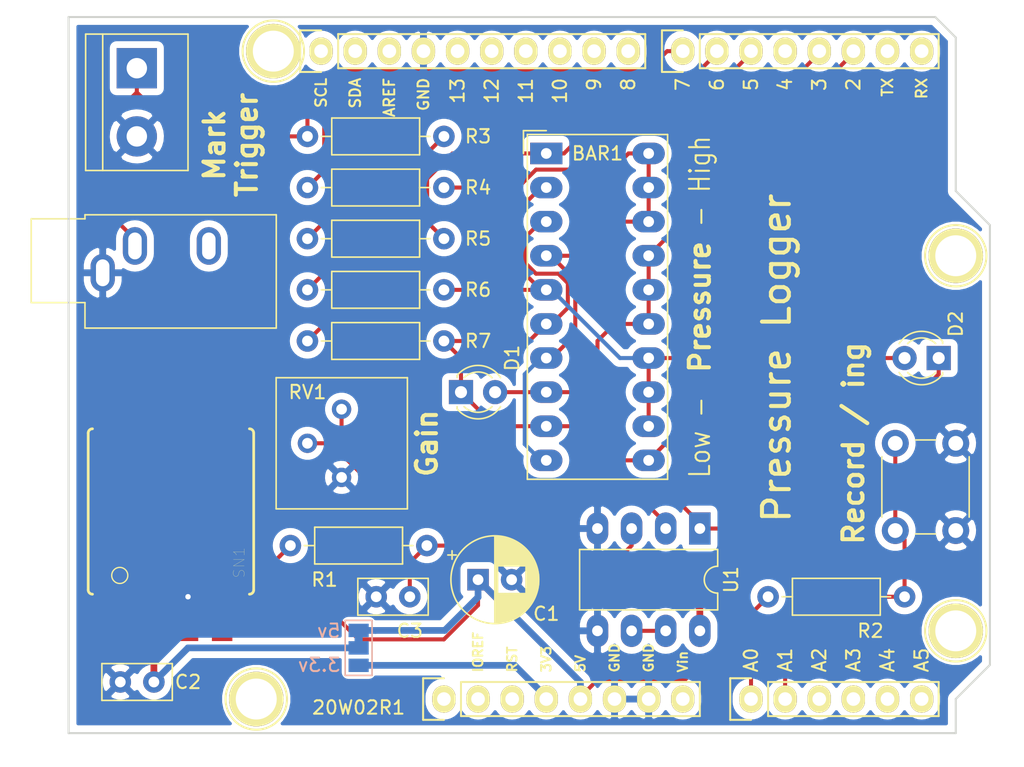
<source format=kicad_pcb>
(kicad_pcb (version 20171130) (host pcbnew "(5.1.4)-1")

  (general
    (thickness 1.6)
    (drawings 64)
    (tracks 182)
    (zones 0)
    (modules 28)
    (nets 44)
  )

  (page A4)
  (title_block
    (date "lun. 30 mars 2015")
  )

  (layers
    (0 F.Cu signal)
    (31 B.Cu signal)
    (32 B.Adhes user)
    (33 F.Adhes user)
    (34 B.Paste user)
    (35 F.Paste user)
    (36 B.SilkS user)
    (37 F.SilkS user)
    (38 B.Mask user)
    (39 F.Mask user)
    (40 Dwgs.User user hide)
    (41 Cmts.User user)
    (42 Eco1.User user)
    (43 Eco2.User user)
    (44 Edge.Cuts user)
    (45 Margin user)
    (46 B.CrtYd user hide)
    (47 F.CrtYd user hide)
    (48 B.Fab user hide)
    (49 F.Fab user hide)
  )

  (setup
    (last_trace_width 0.3)
    (user_trace_width 0.3)
    (user_trace_width 0.5)
    (trace_clearance 0.254)
    (zone_clearance 0.508)
    (zone_45_only no)
    (trace_min 0.2)
    (via_size 0.6)
    (via_drill 0.4)
    (via_min_size 0.4)
    (via_min_drill 0.3)
    (uvia_size 0.3)
    (uvia_drill 0.1)
    (uvias_allowed no)
    (uvia_min_size 0.2)
    (uvia_min_drill 0.1)
    (edge_width 0.15)
    (segment_width 0.15)
    (pcb_text_width 0.3)
    (pcb_text_size 1.5 1.5)
    (mod_edge_width 0.15)
    (mod_text_size 1 1)
    (mod_text_width 0.15)
    (pad_size 1.6 2.4)
    (pad_drill 0.8)
    (pad_to_mask_clearance 0)
    (aux_axis_origin 110.998 126.365)
    (grid_origin 110.998 126.365)
    (visible_elements 7FFFFF7F)
    (pcbplotparams
      (layerselection 0x010fc_ffffffff)
      (usegerberextensions false)
      (usegerberattributes false)
      (usegerberadvancedattributes false)
      (creategerberjobfile false)
      (excludeedgelayer true)
      (linewidth 0.100000)
      (plotframeref false)
      (viasonmask false)
      (mode 1)
      (useauxorigin false)
      (hpglpennumber 1)
      (hpglpenspeed 20)
      (hpglpendiameter 15.000000)
      (psnegative false)
      (psa4output false)
      (plotreference true)
      (plotvalue true)
      (plotinvisibletext false)
      (padsonsilk false)
      (subtractmaskfromsilk false)
      (outputformat 1)
      (mirror false)
      (drillshape 0)
      (scaleselection 1)
      (outputdirectory "gerber/"))
  )

  (net 0 "")
  (net 1 /IOREF)
  (net 2 /Reset)
  (net 3 +5V)
  (net 4 GND)
  (net 5 /Vin)
  (net 6 /A0)
  (net 7 /A1)
  (net 8 /A2)
  (net 9 /A3)
  (net 10 /AREF)
  (net 11 "/A4(SDA)")
  (net 12 "/A5(SCL)")
  (net 13 "/9(**)")
  (net 14 /8)
  (net 15 /7)
  (net 16 "/6(**)")
  (net 17 "/5(**)")
  (net 18 /4)
  (net 19 "/3(**)")
  (net 20 /2)
  (net 21 "/1(Tx)")
  (net 22 "/0(Rx)")
  (net 23 "Net-(P5-Pad1)")
  (net 24 "Net-(P6-Pad1)")
  (net 25 "Net-(P7-Pad1)")
  (net 26 "Net-(P8-Pad1)")
  (net 27 "/13(SCK)")
  (net 28 "/10(**/SS)")
  (net 29 "Net-(P1-Pad1)")
  (net 30 +3V3)
  (net 31 "/12(MISO)")
  (net 32 "/11(**/MOSI)")
  (net 33 "Net-(BAR1-Pad10)")
  (net 34 "Net-(BAR1-Pad1)")
  (net 35 "Net-(BAR1-Pad11)")
  (net 36 "Net-(BAR1-Pad12)")
  (net 37 "Net-(R1-Pad2)")
  (net 38 "Net-(C3-Pad1)")
  (net 39 "Net-(RV1-Pad2)")
  (net 40 "Net-(U1-Pad6)")
  (net 41 "Net-(C2-Pad1)")
  (net 42 "/A5(SCL)*")
  (net 43 "/A4(SDA)*")

  (net_class Default "This is the default net class."
    (clearance 0.254)
    (trace_width 0.3)
    (via_dia 0.6)
    (via_drill 0.4)
    (uvia_dia 0.3)
    (uvia_drill 0.1)
    (add_net +3V3)
    (add_net +5V)
    (add_net "/0(Rx)")
    (add_net "/1(Tx)")
    (add_net "/10(**/SS)")
    (add_net "/11(**/MOSI)")
    (add_net "/12(MISO)")
    (add_net "/13(SCK)")
    (add_net /2)
    (add_net "/3(**)")
    (add_net /4)
    (add_net "/5(**)")
    (add_net "/6(**)")
    (add_net /7)
    (add_net /8)
    (add_net "/9(**)")
    (add_net /A0)
    (add_net /A1)
    (add_net /A2)
    (add_net /A3)
    (add_net "/A4(SDA)")
    (add_net "/A4(SDA)*")
    (add_net "/A5(SCL)")
    (add_net "/A5(SCL)*")
    (add_net /AREF)
    (add_net /IOREF)
    (add_net /Reset)
    (add_net /Vin)
    (add_net GND)
    (add_net "Net-(BAR1-Pad1)")
    (add_net "Net-(BAR1-Pad10)")
    (add_net "Net-(BAR1-Pad11)")
    (add_net "Net-(BAR1-Pad12)")
    (add_net "Net-(C2-Pad1)")
    (add_net "Net-(C3-Pad1)")
    (add_net "Net-(P1-Pad1)")
    (add_net "Net-(P5-Pad1)")
    (add_net "Net-(P6-Pad1)")
    (add_net "Net-(P7-Pad1)")
    (add_net "Net-(P8-Pad1)")
    (add_net "Net-(R1-Pad2)")
    (add_net "Net-(RV1-Pad2)")
    (add_net "Net-(U1-Pad6)")
  )

  (module LED_THT:LED_D3.0mm (layer F.Cu) (tedit 587A3A7B) (tstamp 5FF9F772)
    (at 140.208 100.965)
    (descr "LED, diameter 3.0mm, 2 pins")
    (tags "LED diameter 3.0mm 2 pins")
    (path /602621C6)
    (fp_text reference D1 (at 3.81 -2.54 90) (layer F.SilkS)
      (effects (font (size 1 1) (thickness 0.15)))
    )
    (fp_text value LED (at 1.27 2.96) (layer F.Fab)
      (effects (font (size 1 1) (thickness 0.15)))
    )
    (fp_line (start 3.7 -2.25) (end -1.15 -2.25) (layer F.CrtYd) (width 0.05))
    (fp_line (start 3.7 2.25) (end 3.7 -2.25) (layer F.CrtYd) (width 0.05))
    (fp_line (start -1.15 2.25) (end 3.7 2.25) (layer F.CrtYd) (width 0.05))
    (fp_line (start -1.15 -2.25) (end -1.15 2.25) (layer F.CrtYd) (width 0.05))
    (fp_line (start -0.29 1.08) (end -0.29 1.236) (layer F.SilkS) (width 0.12))
    (fp_line (start -0.29 -1.236) (end -0.29 -1.08) (layer F.SilkS) (width 0.12))
    (fp_line (start -0.23 -1.16619) (end -0.23 1.16619) (layer F.Fab) (width 0.1))
    (fp_circle (center 1.27 0) (end 2.77 0) (layer F.Fab) (width 0.1))
    (fp_arc (start 1.27 0) (end 0.229039 1.08) (angle -87.9) (layer F.SilkS) (width 0.12))
    (fp_arc (start 1.27 0) (end 0.229039 -1.08) (angle 87.9) (layer F.SilkS) (width 0.12))
    (fp_arc (start 1.27 0) (end -0.29 1.235516) (angle -108.8) (layer F.SilkS) (width 0.12))
    (fp_arc (start 1.27 0) (end -0.29 -1.235516) (angle 108.8) (layer F.SilkS) (width 0.12))
    (fp_arc (start 1.27 0) (end -0.23 -1.16619) (angle 284.3) (layer F.Fab) (width 0.1))
    (pad 2 thru_hole circle (at 2.54 0) (size 1.8 1.8) (drill 0.9) (layers *.Cu *.Mask)
      (net 34 "Net-(BAR1-Pad1)"))
    (pad 1 thru_hole rect (at 0 0) (size 1.8 1.8) (drill 0.9) (layers *.Cu *.Mask)
      (net 35 "Net-(BAR1-Pad11)"))
    (model ${KISYS3DMOD}/LED_THT.3dshapes/LED_D3.0mm.wrl
      (at (xyz 0 0 0))
      (scale (xyz 1 1 1))
      (rotate (xyz 0 0 0))
    )
  )

  (module Capacitor_THT:CP_Radial_D6.3mm_P2.50mm (layer F.Cu) (tedit 5AE50EF0) (tstamp 5FFA5EC3)
    (at 141.478 114.935)
    (descr "CP, Radial series, Radial, pin pitch=2.50mm, , diameter=6.3mm, Electrolytic Capacitor")
    (tags "CP Radial series Radial pin pitch 2.50mm  diameter 6.3mm Electrolytic Capacitor")
    (path /606226BF)
    (fp_text reference C1 (at 5.08 2.54) (layer F.SilkS)
      (effects (font (size 1 1) (thickness 0.15)))
    )
    (fp_text value 10u (at 1.25 4.4) (layer F.Fab)
      (effects (font (size 1 1) (thickness 0.15)))
    )
    (fp_text user %R (at 1.25 0) (layer F.Fab)
      (effects (font (size 1 1) (thickness 0.15)))
    )
    (fp_line (start -1.935241 -2.154) (end -1.935241 -1.524) (layer F.SilkS) (width 0.12))
    (fp_line (start -2.250241 -1.839) (end -1.620241 -1.839) (layer F.SilkS) (width 0.12))
    (fp_line (start 4.491 -0.402) (end 4.491 0.402) (layer F.SilkS) (width 0.12))
    (fp_line (start 4.451 -0.633) (end 4.451 0.633) (layer F.SilkS) (width 0.12))
    (fp_line (start 4.411 -0.802) (end 4.411 0.802) (layer F.SilkS) (width 0.12))
    (fp_line (start 4.371 -0.94) (end 4.371 0.94) (layer F.SilkS) (width 0.12))
    (fp_line (start 4.331 -1.059) (end 4.331 1.059) (layer F.SilkS) (width 0.12))
    (fp_line (start 4.291 -1.165) (end 4.291 1.165) (layer F.SilkS) (width 0.12))
    (fp_line (start 4.251 -1.262) (end 4.251 1.262) (layer F.SilkS) (width 0.12))
    (fp_line (start 4.211 -1.35) (end 4.211 1.35) (layer F.SilkS) (width 0.12))
    (fp_line (start 4.171 -1.432) (end 4.171 1.432) (layer F.SilkS) (width 0.12))
    (fp_line (start 4.131 -1.509) (end 4.131 1.509) (layer F.SilkS) (width 0.12))
    (fp_line (start 4.091 -1.581) (end 4.091 1.581) (layer F.SilkS) (width 0.12))
    (fp_line (start 4.051 -1.65) (end 4.051 1.65) (layer F.SilkS) (width 0.12))
    (fp_line (start 4.011 -1.714) (end 4.011 1.714) (layer F.SilkS) (width 0.12))
    (fp_line (start 3.971 -1.776) (end 3.971 1.776) (layer F.SilkS) (width 0.12))
    (fp_line (start 3.931 -1.834) (end 3.931 1.834) (layer F.SilkS) (width 0.12))
    (fp_line (start 3.891 -1.89) (end 3.891 1.89) (layer F.SilkS) (width 0.12))
    (fp_line (start 3.851 -1.944) (end 3.851 1.944) (layer F.SilkS) (width 0.12))
    (fp_line (start 3.811 -1.995) (end 3.811 1.995) (layer F.SilkS) (width 0.12))
    (fp_line (start 3.771 -2.044) (end 3.771 2.044) (layer F.SilkS) (width 0.12))
    (fp_line (start 3.731 -2.092) (end 3.731 2.092) (layer F.SilkS) (width 0.12))
    (fp_line (start 3.691 -2.137) (end 3.691 2.137) (layer F.SilkS) (width 0.12))
    (fp_line (start 3.651 -2.182) (end 3.651 2.182) (layer F.SilkS) (width 0.12))
    (fp_line (start 3.611 -2.224) (end 3.611 2.224) (layer F.SilkS) (width 0.12))
    (fp_line (start 3.571 -2.265) (end 3.571 2.265) (layer F.SilkS) (width 0.12))
    (fp_line (start 3.531 1.04) (end 3.531 2.305) (layer F.SilkS) (width 0.12))
    (fp_line (start 3.531 -2.305) (end 3.531 -1.04) (layer F.SilkS) (width 0.12))
    (fp_line (start 3.491 1.04) (end 3.491 2.343) (layer F.SilkS) (width 0.12))
    (fp_line (start 3.491 -2.343) (end 3.491 -1.04) (layer F.SilkS) (width 0.12))
    (fp_line (start 3.451 1.04) (end 3.451 2.38) (layer F.SilkS) (width 0.12))
    (fp_line (start 3.451 -2.38) (end 3.451 -1.04) (layer F.SilkS) (width 0.12))
    (fp_line (start 3.411 1.04) (end 3.411 2.416) (layer F.SilkS) (width 0.12))
    (fp_line (start 3.411 -2.416) (end 3.411 -1.04) (layer F.SilkS) (width 0.12))
    (fp_line (start 3.371 1.04) (end 3.371 2.45) (layer F.SilkS) (width 0.12))
    (fp_line (start 3.371 -2.45) (end 3.371 -1.04) (layer F.SilkS) (width 0.12))
    (fp_line (start 3.331 1.04) (end 3.331 2.484) (layer F.SilkS) (width 0.12))
    (fp_line (start 3.331 -2.484) (end 3.331 -1.04) (layer F.SilkS) (width 0.12))
    (fp_line (start 3.291 1.04) (end 3.291 2.516) (layer F.SilkS) (width 0.12))
    (fp_line (start 3.291 -2.516) (end 3.291 -1.04) (layer F.SilkS) (width 0.12))
    (fp_line (start 3.251 1.04) (end 3.251 2.548) (layer F.SilkS) (width 0.12))
    (fp_line (start 3.251 -2.548) (end 3.251 -1.04) (layer F.SilkS) (width 0.12))
    (fp_line (start 3.211 1.04) (end 3.211 2.578) (layer F.SilkS) (width 0.12))
    (fp_line (start 3.211 -2.578) (end 3.211 -1.04) (layer F.SilkS) (width 0.12))
    (fp_line (start 3.171 1.04) (end 3.171 2.607) (layer F.SilkS) (width 0.12))
    (fp_line (start 3.171 -2.607) (end 3.171 -1.04) (layer F.SilkS) (width 0.12))
    (fp_line (start 3.131 1.04) (end 3.131 2.636) (layer F.SilkS) (width 0.12))
    (fp_line (start 3.131 -2.636) (end 3.131 -1.04) (layer F.SilkS) (width 0.12))
    (fp_line (start 3.091 1.04) (end 3.091 2.664) (layer F.SilkS) (width 0.12))
    (fp_line (start 3.091 -2.664) (end 3.091 -1.04) (layer F.SilkS) (width 0.12))
    (fp_line (start 3.051 1.04) (end 3.051 2.69) (layer F.SilkS) (width 0.12))
    (fp_line (start 3.051 -2.69) (end 3.051 -1.04) (layer F.SilkS) (width 0.12))
    (fp_line (start 3.011 1.04) (end 3.011 2.716) (layer F.SilkS) (width 0.12))
    (fp_line (start 3.011 -2.716) (end 3.011 -1.04) (layer F.SilkS) (width 0.12))
    (fp_line (start 2.971 1.04) (end 2.971 2.742) (layer F.SilkS) (width 0.12))
    (fp_line (start 2.971 -2.742) (end 2.971 -1.04) (layer F.SilkS) (width 0.12))
    (fp_line (start 2.931 1.04) (end 2.931 2.766) (layer F.SilkS) (width 0.12))
    (fp_line (start 2.931 -2.766) (end 2.931 -1.04) (layer F.SilkS) (width 0.12))
    (fp_line (start 2.891 1.04) (end 2.891 2.79) (layer F.SilkS) (width 0.12))
    (fp_line (start 2.891 -2.79) (end 2.891 -1.04) (layer F.SilkS) (width 0.12))
    (fp_line (start 2.851 1.04) (end 2.851 2.812) (layer F.SilkS) (width 0.12))
    (fp_line (start 2.851 -2.812) (end 2.851 -1.04) (layer F.SilkS) (width 0.12))
    (fp_line (start 2.811 1.04) (end 2.811 2.834) (layer F.SilkS) (width 0.12))
    (fp_line (start 2.811 -2.834) (end 2.811 -1.04) (layer F.SilkS) (width 0.12))
    (fp_line (start 2.771 1.04) (end 2.771 2.856) (layer F.SilkS) (width 0.12))
    (fp_line (start 2.771 -2.856) (end 2.771 -1.04) (layer F.SilkS) (width 0.12))
    (fp_line (start 2.731 1.04) (end 2.731 2.876) (layer F.SilkS) (width 0.12))
    (fp_line (start 2.731 -2.876) (end 2.731 -1.04) (layer F.SilkS) (width 0.12))
    (fp_line (start 2.691 1.04) (end 2.691 2.896) (layer F.SilkS) (width 0.12))
    (fp_line (start 2.691 -2.896) (end 2.691 -1.04) (layer F.SilkS) (width 0.12))
    (fp_line (start 2.651 1.04) (end 2.651 2.916) (layer F.SilkS) (width 0.12))
    (fp_line (start 2.651 -2.916) (end 2.651 -1.04) (layer F.SilkS) (width 0.12))
    (fp_line (start 2.611 1.04) (end 2.611 2.934) (layer F.SilkS) (width 0.12))
    (fp_line (start 2.611 -2.934) (end 2.611 -1.04) (layer F.SilkS) (width 0.12))
    (fp_line (start 2.571 1.04) (end 2.571 2.952) (layer F.SilkS) (width 0.12))
    (fp_line (start 2.571 -2.952) (end 2.571 -1.04) (layer F.SilkS) (width 0.12))
    (fp_line (start 2.531 1.04) (end 2.531 2.97) (layer F.SilkS) (width 0.12))
    (fp_line (start 2.531 -2.97) (end 2.531 -1.04) (layer F.SilkS) (width 0.12))
    (fp_line (start 2.491 1.04) (end 2.491 2.986) (layer F.SilkS) (width 0.12))
    (fp_line (start 2.491 -2.986) (end 2.491 -1.04) (layer F.SilkS) (width 0.12))
    (fp_line (start 2.451 1.04) (end 2.451 3.002) (layer F.SilkS) (width 0.12))
    (fp_line (start 2.451 -3.002) (end 2.451 -1.04) (layer F.SilkS) (width 0.12))
    (fp_line (start 2.411 1.04) (end 2.411 3.018) (layer F.SilkS) (width 0.12))
    (fp_line (start 2.411 -3.018) (end 2.411 -1.04) (layer F.SilkS) (width 0.12))
    (fp_line (start 2.371 1.04) (end 2.371 3.033) (layer F.SilkS) (width 0.12))
    (fp_line (start 2.371 -3.033) (end 2.371 -1.04) (layer F.SilkS) (width 0.12))
    (fp_line (start 2.331 1.04) (end 2.331 3.047) (layer F.SilkS) (width 0.12))
    (fp_line (start 2.331 -3.047) (end 2.331 -1.04) (layer F.SilkS) (width 0.12))
    (fp_line (start 2.291 1.04) (end 2.291 3.061) (layer F.SilkS) (width 0.12))
    (fp_line (start 2.291 -3.061) (end 2.291 -1.04) (layer F.SilkS) (width 0.12))
    (fp_line (start 2.251 1.04) (end 2.251 3.074) (layer F.SilkS) (width 0.12))
    (fp_line (start 2.251 -3.074) (end 2.251 -1.04) (layer F.SilkS) (width 0.12))
    (fp_line (start 2.211 1.04) (end 2.211 3.086) (layer F.SilkS) (width 0.12))
    (fp_line (start 2.211 -3.086) (end 2.211 -1.04) (layer F.SilkS) (width 0.12))
    (fp_line (start 2.171 1.04) (end 2.171 3.098) (layer F.SilkS) (width 0.12))
    (fp_line (start 2.171 -3.098) (end 2.171 -1.04) (layer F.SilkS) (width 0.12))
    (fp_line (start 2.131 1.04) (end 2.131 3.11) (layer F.SilkS) (width 0.12))
    (fp_line (start 2.131 -3.11) (end 2.131 -1.04) (layer F.SilkS) (width 0.12))
    (fp_line (start 2.091 1.04) (end 2.091 3.121) (layer F.SilkS) (width 0.12))
    (fp_line (start 2.091 -3.121) (end 2.091 -1.04) (layer F.SilkS) (width 0.12))
    (fp_line (start 2.051 1.04) (end 2.051 3.131) (layer F.SilkS) (width 0.12))
    (fp_line (start 2.051 -3.131) (end 2.051 -1.04) (layer F.SilkS) (width 0.12))
    (fp_line (start 2.011 1.04) (end 2.011 3.141) (layer F.SilkS) (width 0.12))
    (fp_line (start 2.011 -3.141) (end 2.011 -1.04) (layer F.SilkS) (width 0.12))
    (fp_line (start 1.971 1.04) (end 1.971 3.15) (layer F.SilkS) (width 0.12))
    (fp_line (start 1.971 -3.15) (end 1.971 -1.04) (layer F.SilkS) (width 0.12))
    (fp_line (start 1.93 1.04) (end 1.93 3.159) (layer F.SilkS) (width 0.12))
    (fp_line (start 1.93 -3.159) (end 1.93 -1.04) (layer F.SilkS) (width 0.12))
    (fp_line (start 1.89 1.04) (end 1.89 3.167) (layer F.SilkS) (width 0.12))
    (fp_line (start 1.89 -3.167) (end 1.89 -1.04) (layer F.SilkS) (width 0.12))
    (fp_line (start 1.85 1.04) (end 1.85 3.175) (layer F.SilkS) (width 0.12))
    (fp_line (start 1.85 -3.175) (end 1.85 -1.04) (layer F.SilkS) (width 0.12))
    (fp_line (start 1.81 1.04) (end 1.81 3.182) (layer F.SilkS) (width 0.12))
    (fp_line (start 1.81 -3.182) (end 1.81 -1.04) (layer F.SilkS) (width 0.12))
    (fp_line (start 1.77 1.04) (end 1.77 3.189) (layer F.SilkS) (width 0.12))
    (fp_line (start 1.77 -3.189) (end 1.77 -1.04) (layer F.SilkS) (width 0.12))
    (fp_line (start 1.73 1.04) (end 1.73 3.195) (layer F.SilkS) (width 0.12))
    (fp_line (start 1.73 -3.195) (end 1.73 -1.04) (layer F.SilkS) (width 0.12))
    (fp_line (start 1.69 1.04) (end 1.69 3.201) (layer F.SilkS) (width 0.12))
    (fp_line (start 1.69 -3.201) (end 1.69 -1.04) (layer F.SilkS) (width 0.12))
    (fp_line (start 1.65 1.04) (end 1.65 3.206) (layer F.SilkS) (width 0.12))
    (fp_line (start 1.65 -3.206) (end 1.65 -1.04) (layer F.SilkS) (width 0.12))
    (fp_line (start 1.61 1.04) (end 1.61 3.211) (layer F.SilkS) (width 0.12))
    (fp_line (start 1.61 -3.211) (end 1.61 -1.04) (layer F.SilkS) (width 0.12))
    (fp_line (start 1.57 1.04) (end 1.57 3.215) (layer F.SilkS) (width 0.12))
    (fp_line (start 1.57 -3.215) (end 1.57 -1.04) (layer F.SilkS) (width 0.12))
    (fp_line (start 1.53 1.04) (end 1.53 3.218) (layer F.SilkS) (width 0.12))
    (fp_line (start 1.53 -3.218) (end 1.53 -1.04) (layer F.SilkS) (width 0.12))
    (fp_line (start 1.49 1.04) (end 1.49 3.222) (layer F.SilkS) (width 0.12))
    (fp_line (start 1.49 -3.222) (end 1.49 -1.04) (layer F.SilkS) (width 0.12))
    (fp_line (start 1.45 -3.224) (end 1.45 3.224) (layer F.SilkS) (width 0.12))
    (fp_line (start 1.41 -3.227) (end 1.41 3.227) (layer F.SilkS) (width 0.12))
    (fp_line (start 1.37 -3.228) (end 1.37 3.228) (layer F.SilkS) (width 0.12))
    (fp_line (start 1.33 -3.23) (end 1.33 3.23) (layer F.SilkS) (width 0.12))
    (fp_line (start 1.29 -3.23) (end 1.29 3.23) (layer F.SilkS) (width 0.12))
    (fp_line (start 1.25 -3.23) (end 1.25 3.23) (layer F.SilkS) (width 0.12))
    (fp_line (start -1.128972 -1.6885) (end -1.128972 -1.0585) (layer F.Fab) (width 0.1))
    (fp_line (start -1.443972 -1.3735) (end -0.813972 -1.3735) (layer F.Fab) (width 0.1))
    (fp_circle (center 1.25 0) (end 4.65 0) (layer F.CrtYd) (width 0.05))
    (fp_circle (center 1.25 0) (end 4.52 0) (layer F.SilkS) (width 0.12))
    (fp_circle (center 1.25 0) (end 4.4 0) (layer F.Fab) (width 0.1))
    (pad 2 thru_hole circle (at 2.5 0) (size 1.6 1.6) (drill 0.8) (layers *.Cu *.Mask)
      (net 4 GND))
    (pad 1 thru_hole rect (at 0 0) (size 1.6 1.6) (drill 0.8) (layers *.Cu *.Mask)
      (net 3 +5V))
    (model ${KISYS3DMOD}/Capacitor_THT.3dshapes/CP_Radial_D6.3mm_P2.50mm.wrl
      (at (xyz 0 0 0))
      (scale (xyz 1 1 1))
      (rotate (xyz 0 0 0))
    )
  )

  (module Package_DIP:DIP-8_W7.62mm_LongPads (layer F.Cu) (tedit 5FF9EB80) (tstamp 5FF9F9D7)
    (at 157.988 111.125 270)
    (descr "8-lead though-hole mounted DIP package, row spacing 7.62 mm (300 mils), LongPads")
    (tags "THT DIP DIL PDIP 2.54mm 7.62mm 300mil LongPads")
    (path /5FF970C3)
    (fp_text reference U1 (at 3.81 -2.33 90) (layer F.SilkS)
      (effects (font (size 1 1) (thickness 0.15)))
    )
    (fp_text value MCP6002-I/P (at 3.81 9.95 90) (layer F.Fab)
      (effects (font (size 1 1) (thickness 0.15)))
    )
    (fp_text user %R (at 3.81 3.81 90) (layer F.Fab)
      (effects (font (size 1 1) (thickness 0.15)))
    )
    (fp_line (start 9.1 -1.55) (end -1.45 -1.55) (layer F.CrtYd) (width 0.05))
    (fp_line (start 9.1 9.15) (end 9.1 -1.55) (layer F.CrtYd) (width 0.05))
    (fp_line (start -1.45 9.15) (end 9.1 9.15) (layer F.CrtYd) (width 0.05))
    (fp_line (start -1.45 -1.55) (end -1.45 9.15) (layer F.CrtYd) (width 0.05))
    (fp_line (start 6.06 -1.33) (end 4.81 -1.33) (layer F.SilkS) (width 0.12))
    (fp_line (start 6.06 8.95) (end 6.06 -1.33) (layer F.SilkS) (width 0.12))
    (fp_line (start 1.56 8.95) (end 6.06 8.95) (layer F.SilkS) (width 0.12))
    (fp_line (start 1.56 -1.33) (end 1.56 8.95) (layer F.SilkS) (width 0.12))
    (fp_line (start 2.81 -1.33) (end 1.56 -1.33) (layer F.SilkS) (width 0.12))
    (fp_line (start 0.635 -0.27) (end 1.635 -1.27) (layer F.Fab) (width 0.1))
    (fp_line (start 0.635 8.89) (end 0.635 -0.27) (layer F.Fab) (width 0.1))
    (fp_line (start 6.985 8.89) (end 0.635 8.89) (layer F.Fab) (width 0.1))
    (fp_line (start 6.985 -1.27) (end 6.985 8.89) (layer F.Fab) (width 0.1))
    (fp_line (start 1.635 -1.27) (end 6.985 -1.27) (layer F.Fab) (width 0.1))
    (fp_arc (start 3.81 -1.33) (end 2.81 -1.33) (angle -180) (layer F.SilkS) (width 0.12))
    (pad 8 thru_hole oval (at 7.62 0 270) (size 2.4 1.6) (drill 0.8) (layers *.Cu *.Mask)
      (net 3 +5V))
    (pad 4 thru_hole oval (at 0 7.62 270) (size 2.4 1.6) (drill 0.8) (layers *.Cu *.Mask)
      (net 4 GND))
    (pad 7 thru_hole oval (at 7.62 2.54 270) (size 2.4 1.6) (drill 0.8) (layers *.Cu *.Mask)
      (net 40 "Net-(U1-Pad6)"))
    (pad 3 thru_hole oval (at 0 5.08 270) (size 2.4 1.6) (drill 0.8) (layers *.Cu *.Mask)
      (net 38 "Net-(C3-Pad1)"))
    (pad 6 thru_hole oval (at 7.62 5.08 270) (size 2.4 1.6) (drill 0.8) (layers *.Cu *.Mask)
      (net 40 "Net-(U1-Pad6)"))
    (pad 2 thru_hole oval (at 0 2.54 270) (size 2.4 1.6) (drill 0.8) (layers *.Cu *.Mask)
      (net 39 "Net-(RV1-Pad2)"))
    (pad 5 thru_hole oval (at 7.62 7.62 270) (size 2.4 1.6) (drill 0.8) (layers *.Cu *.Mask)
      (net 4 GND))
    (pad 1 thru_hole rect (at 0 0 270) (size 2.4 1.6) (drill 0.8) (layers *.Cu *.Mask)
      (net 6 /A0))
    (model ${KISYS3DMOD}/Package_DIP.3dshapes/DIP-8_W7.62mm.wrl
      (at (xyz 0 0 0))
      (scale (xyz 1 1 1))
      (rotate (xyz 0 0 0))
    )
  )

  (module Potentiometer_THT:Potentiometer_Bourns_3386P_Vertical (layer F.Cu) (tedit 5AA07388) (tstamp 5FF9F958)
    (at 131.318 102.235 180)
    (descr "Potentiometer, vertical, Bourns 3386P, https://www.bourns.com/pdfs/3386.pdf")
    (tags "Potentiometer vertical Bourns 3386P")
    (path /60019545)
    (fp_text reference RV1 (at 2.54 1.27) (layer F.SilkS)
      (effects (font (size 1 1) (thickness 0.15)))
    )
    (fp_text value 10k (at -0.015 3.475) (layer F.Fab)
      (effects (font (size 1 1) (thickness 0.15)))
    )
    (fp_text user %R (at -3.78 -2.54 90) (layer F.Fab)
      (effects (font (size 1 1) (thickness 0.15)))
    )
    (fp_line (start 5 -7.56) (end -5.03 -7.56) (layer F.CrtYd) (width 0.05))
    (fp_line (start 5 2.48) (end 5 -7.56) (layer F.CrtYd) (width 0.05))
    (fp_line (start -5.03 2.48) (end 5 2.48) (layer F.CrtYd) (width 0.05))
    (fp_line (start -5.03 -7.56) (end -5.03 2.48) (layer F.CrtYd) (width 0.05))
    (fp_line (start 4.87 -7.425) (end 4.87 2.345) (layer F.SilkS) (width 0.12))
    (fp_line (start -4.9 -7.425) (end -4.9 2.345) (layer F.SilkS) (width 0.12))
    (fp_line (start -4.9 2.345) (end 4.87 2.345) (layer F.SilkS) (width 0.12))
    (fp_line (start -4.9 -7.425) (end 4.87 -7.425) (layer F.SilkS) (width 0.12))
    (fp_line (start -0.891 -0.98) (end -0.89 -4.099) (layer F.Fab) (width 0.1))
    (fp_line (start -0.891 -0.98) (end -0.89 -4.099) (layer F.Fab) (width 0.1))
    (fp_line (start 4.75 -7.305) (end -4.78 -7.305) (layer F.Fab) (width 0.1))
    (fp_line (start 4.75 2.225) (end 4.75 -7.305) (layer F.Fab) (width 0.1))
    (fp_line (start -4.78 2.225) (end 4.75 2.225) (layer F.Fab) (width 0.1))
    (fp_line (start -4.78 -7.305) (end -4.78 2.225) (layer F.Fab) (width 0.1))
    (fp_circle (center -0.891 -2.54) (end 0.684 -2.54) (layer F.Fab) (width 0.1))
    (pad 1 thru_hole circle (at 0 0 180) (size 1.44 1.44) (drill 0.8) (layers *.Cu *.Mask)
      (net 6 /A0))
    (pad 2 thru_hole circle (at 2.54 -2.54 180) (size 1.44 1.44) (drill 0.8) (layers *.Cu *.Mask)
      (net 39 "Net-(RV1-Pad2)"))
    (pad 3 thru_hole circle (at 0 -5.08 180) (size 1.44 1.44) (drill 0.8) (layers *.Cu *.Mask)
      (net 4 GND))
    (model ${KISYS3DMOD}/Potentiometer_THT.3dshapes/Potentiometer_Bourns_3386P_Vertical.wrl
      (at (xyz 0 0 0))
      (scale (xyz 1 1 1))
      (rotate (xyz 0 0 0))
    )
  )

  (module Button_Switch_THT:SW_PUSH_6mm (layer F.Cu) (tedit 5A02FE31) (tstamp 5FF9F9BB)
    (at 177.038 104.775 270)
    (descr https://www.omron.com/ecb/products/pdf/en-b3f.pdf)
    (tags "tact sw push 6mm")
    (path /6041D6BD)
    (fp_text reference SW1 (at 3.25 -2 90) (layer F.SilkS) hide
      (effects (font (size 1 1) (thickness 0.15)))
    )
    (fp_text value SW_Push (at 3.75 6.7 90) (layer F.Fab)
      (effects (font (size 1 1) (thickness 0.15)))
    )
    (fp_circle (center 3.25 2.25) (end 1.25 2.5) (layer F.Fab) (width 0.1))
    (fp_line (start 6.75 3) (end 6.75 1.5) (layer F.SilkS) (width 0.12))
    (fp_line (start 5.5 -1) (end 1 -1) (layer F.SilkS) (width 0.12))
    (fp_line (start -0.25 1.5) (end -0.25 3) (layer F.SilkS) (width 0.12))
    (fp_line (start 1 5.5) (end 5.5 5.5) (layer F.SilkS) (width 0.12))
    (fp_line (start 8 -1.25) (end 8 5.75) (layer F.CrtYd) (width 0.05))
    (fp_line (start 7.75 6) (end -1.25 6) (layer F.CrtYd) (width 0.05))
    (fp_line (start -1.5 5.75) (end -1.5 -1.25) (layer F.CrtYd) (width 0.05))
    (fp_line (start -1.25 -1.5) (end 7.75 -1.5) (layer F.CrtYd) (width 0.05))
    (fp_line (start -1.5 6) (end -1.25 6) (layer F.CrtYd) (width 0.05))
    (fp_line (start -1.5 5.75) (end -1.5 6) (layer F.CrtYd) (width 0.05))
    (fp_line (start -1.5 -1.5) (end -1.25 -1.5) (layer F.CrtYd) (width 0.05))
    (fp_line (start -1.5 -1.25) (end -1.5 -1.5) (layer F.CrtYd) (width 0.05))
    (fp_line (start 8 -1.5) (end 8 -1.25) (layer F.CrtYd) (width 0.05))
    (fp_line (start 7.75 -1.5) (end 8 -1.5) (layer F.CrtYd) (width 0.05))
    (fp_line (start 8 6) (end 8 5.75) (layer F.CrtYd) (width 0.05))
    (fp_line (start 7.75 6) (end 8 6) (layer F.CrtYd) (width 0.05))
    (fp_line (start 0.25 -0.75) (end 3.25 -0.75) (layer F.Fab) (width 0.1))
    (fp_line (start 0.25 5.25) (end 0.25 -0.75) (layer F.Fab) (width 0.1))
    (fp_line (start 6.25 5.25) (end 0.25 5.25) (layer F.Fab) (width 0.1))
    (fp_line (start 6.25 -0.75) (end 6.25 5.25) (layer F.Fab) (width 0.1))
    (fp_line (start 3.25 -0.75) (end 6.25 -0.75) (layer F.Fab) (width 0.1))
    (fp_text user %R (at 3.25 2.25 90) (layer F.Fab)
      (effects (font (size 1 1) (thickness 0.15)))
    )
    (pad 1 thru_hole circle (at 6.5 0) (size 2 2) (drill 1.1) (layers *.Cu *.Mask)
      (net 4 GND))
    (pad 2 thru_hole circle (at 6.5 4.5) (size 2 2) (drill 1.1) (layers *.Cu *.Mask)
      (net 7 /A1))
    (pad 1 thru_hole circle (at 0 0) (size 2 2) (drill 1.1) (layers *.Cu *.Mask)
      (net 4 GND))
    (pad 2 thru_hole circle (at 0 4.5) (size 2 2) (drill 1.1) (layers *.Cu *.Mask)
      (net 7 /A1))
    (model ${KISYS3DMOD}/Button_Switch_THT.3dshapes/SW_PUSH_6mm.wrl
      (at (xyz 0 0 0))
      (scale (xyz 1 1 1))
      (rotate (xyz 0 0 0))
    )
  )

  (module Resistor_THT:R_Axial_DIN0207_L6.3mm_D2.5mm_P10.16mm_Horizontal (layer F.Cu) (tedit 5AE5139B) (tstamp 5FF9F941)
    (at 138.938 97.155 180)
    (descr "Resistor, Axial_DIN0207 series, Axial, Horizontal, pin pitch=10.16mm, 0.25W = 1/4W, length*diameter=6.3*2.5mm^2, http://cdn-reichelt.de/documents/datenblatt/B400/1_4W%23YAG.pdf")
    (tags "Resistor Axial_DIN0207 series Axial Horizontal pin pitch 10.16mm 0.25W = 1/4W length 6.3mm diameter 2.5mm")
    (path /60081B7F)
    (fp_text reference R7 (at -2.54 0) (layer F.SilkS)
      (effects (font (size 1 1) (thickness 0.15)))
    )
    (fp_text value 100R (at 5.08 2.37) (layer F.Fab)
      (effects (font (size 1 1) (thickness 0.15)))
    )
    (fp_text user %R (at 5.08 0) (layer F.Fab)
      (effects (font (size 1 1) (thickness 0.15)))
    )
    (fp_line (start 11.21 -1.5) (end -1.05 -1.5) (layer F.CrtYd) (width 0.05))
    (fp_line (start 11.21 1.5) (end 11.21 -1.5) (layer F.CrtYd) (width 0.05))
    (fp_line (start -1.05 1.5) (end 11.21 1.5) (layer F.CrtYd) (width 0.05))
    (fp_line (start -1.05 -1.5) (end -1.05 1.5) (layer F.CrtYd) (width 0.05))
    (fp_line (start 9.12 0) (end 8.35 0) (layer F.SilkS) (width 0.12))
    (fp_line (start 1.04 0) (end 1.81 0) (layer F.SilkS) (width 0.12))
    (fp_line (start 8.35 -1.37) (end 1.81 -1.37) (layer F.SilkS) (width 0.12))
    (fp_line (start 8.35 1.37) (end 8.35 -1.37) (layer F.SilkS) (width 0.12))
    (fp_line (start 1.81 1.37) (end 8.35 1.37) (layer F.SilkS) (width 0.12))
    (fp_line (start 1.81 -1.37) (end 1.81 1.37) (layer F.SilkS) (width 0.12))
    (fp_line (start 10.16 0) (end 8.23 0) (layer F.Fab) (width 0.1))
    (fp_line (start 0 0) (end 1.93 0) (layer F.Fab) (width 0.1))
    (fp_line (start 8.23 -1.25) (end 1.93 -1.25) (layer F.Fab) (width 0.1))
    (fp_line (start 8.23 1.25) (end 8.23 -1.25) (layer F.Fab) (width 0.1))
    (fp_line (start 1.93 1.25) (end 8.23 1.25) (layer F.Fab) (width 0.1))
    (fp_line (start 1.93 -1.25) (end 1.93 1.25) (layer F.Fab) (width 0.1))
    (pad 2 thru_hole oval (at 10.16 0 180) (size 1.6 1.6) (drill 0.8) (layers *.Cu *.Mask)
      (net 20 /2))
    (pad 1 thru_hole circle (at 0 0 180) (size 1.6 1.6) (drill 0.8) (layers *.Cu *.Mask)
      (net 35 "Net-(BAR1-Pad11)"))
    (model ${KISYS3DMOD}/Resistor_THT.3dshapes/R_Axial_DIN0207_L6.3mm_D2.5mm_P10.16mm_Horizontal.wrl
      (at (xyz 0 0 0))
      (scale (xyz 1 1 1))
      (rotate (xyz 0 0 0))
    )
  )

  (module Resistor_THT:R_Axial_DIN0207_L6.3mm_D2.5mm_P10.16mm_Horizontal (layer F.Cu) (tedit 5AE5139B) (tstamp 5FF9F92A)
    (at 138.938 93.345 180)
    (descr "Resistor, Axial_DIN0207 series, Axial, Horizontal, pin pitch=10.16mm, 0.25W = 1/4W, length*diameter=6.3*2.5mm^2, http://cdn-reichelt.de/documents/datenblatt/B400/1_4W%23YAG.pdf")
    (tags "Resistor Axial_DIN0207 series Axial Horizontal pin pitch 10.16mm 0.25W = 1/4W length 6.3mm diameter 2.5mm")
    (path /6008161C)
    (fp_text reference R6 (at -2.54 0) (layer F.SilkS)
      (effects (font (size 1 1) (thickness 0.15)))
    )
    (fp_text value 100R (at 5.08 2.37) (layer F.Fab)
      (effects (font (size 1 1) (thickness 0.15)))
    )
    (fp_text user %R (at 5.08 0) (layer F.Fab)
      (effects (font (size 1 1) (thickness 0.15)))
    )
    (fp_line (start 11.21 -1.5) (end -1.05 -1.5) (layer F.CrtYd) (width 0.05))
    (fp_line (start 11.21 1.5) (end 11.21 -1.5) (layer F.CrtYd) (width 0.05))
    (fp_line (start -1.05 1.5) (end 11.21 1.5) (layer F.CrtYd) (width 0.05))
    (fp_line (start -1.05 -1.5) (end -1.05 1.5) (layer F.CrtYd) (width 0.05))
    (fp_line (start 9.12 0) (end 8.35 0) (layer F.SilkS) (width 0.12))
    (fp_line (start 1.04 0) (end 1.81 0) (layer F.SilkS) (width 0.12))
    (fp_line (start 8.35 -1.37) (end 1.81 -1.37) (layer F.SilkS) (width 0.12))
    (fp_line (start 8.35 1.37) (end 8.35 -1.37) (layer F.SilkS) (width 0.12))
    (fp_line (start 1.81 1.37) (end 8.35 1.37) (layer F.SilkS) (width 0.12))
    (fp_line (start 1.81 -1.37) (end 1.81 1.37) (layer F.SilkS) (width 0.12))
    (fp_line (start 10.16 0) (end 8.23 0) (layer F.Fab) (width 0.1))
    (fp_line (start 0 0) (end 1.93 0) (layer F.Fab) (width 0.1))
    (fp_line (start 8.23 -1.25) (end 1.93 -1.25) (layer F.Fab) (width 0.1))
    (fp_line (start 8.23 1.25) (end 8.23 -1.25) (layer F.Fab) (width 0.1))
    (fp_line (start 1.93 1.25) (end 8.23 1.25) (layer F.Fab) (width 0.1))
    (fp_line (start 1.93 -1.25) (end 1.93 1.25) (layer F.Fab) (width 0.1))
    (pad 2 thru_hole oval (at 10.16 0 180) (size 1.6 1.6) (drill 0.8) (layers *.Cu *.Mask)
      (net 19 "/3(**)"))
    (pad 1 thru_hole circle (at 0 0 180) (size 1.6 1.6) (drill 0.8) (layers *.Cu *.Mask)
      (net 36 "Net-(BAR1-Pad12)"))
    (model ${KISYS3DMOD}/Resistor_THT.3dshapes/R_Axial_DIN0207_L6.3mm_D2.5mm_P10.16mm_Horizontal.wrl
      (at (xyz 0 0 0))
      (scale (xyz 1 1 1))
      (rotate (xyz 0 0 0))
    )
  )

  (module Resistor_THT:R_Axial_DIN0207_L6.3mm_D2.5mm_P10.16mm_Horizontal (layer F.Cu) (tedit 5AE5139B) (tstamp 5FF9F913)
    (at 138.938 89.535 180)
    (descr "Resistor, Axial_DIN0207 series, Axial, Horizontal, pin pitch=10.16mm, 0.25W = 1/4W, length*diameter=6.3*2.5mm^2, http://cdn-reichelt.de/documents/datenblatt/B400/1_4W%23YAG.pdf")
    (tags "Resistor Axial_DIN0207 series Axial Horizontal pin pitch 10.16mm 0.25W = 1/4W length 6.3mm diameter 2.5mm")
    (path /60080AC4)
    (fp_text reference R5 (at -2.54 0) (layer F.SilkS)
      (effects (font (size 1 1) (thickness 0.15)))
    )
    (fp_text value 100R (at 5.08 2.37) (layer F.Fab)
      (effects (font (size 1 1) (thickness 0.15)))
    )
    (fp_text user %R (at 5.08 0) (layer F.Fab)
      (effects (font (size 1 1) (thickness 0.15)))
    )
    (fp_line (start 11.21 -1.5) (end -1.05 -1.5) (layer F.CrtYd) (width 0.05))
    (fp_line (start 11.21 1.5) (end 11.21 -1.5) (layer F.CrtYd) (width 0.05))
    (fp_line (start -1.05 1.5) (end 11.21 1.5) (layer F.CrtYd) (width 0.05))
    (fp_line (start -1.05 -1.5) (end -1.05 1.5) (layer F.CrtYd) (width 0.05))
    (fp_line (start 9.12 0) (end 8.35 0) (layer F.SilkS) (width 0.12))
    (fp_line (start 1.04 0) (end 1.81 0) (layer F.SilkS) (width 0.12))
    (fp_line (start 8.35 -1.37) (end 1.81 -1.37) (layer F.SilkS) (width 0.12))
    (fp_line (start 8.35 1.37) (end 8.35 -1.37) (layer F.SilkS) (width 0.12))
    (fp_line (start 1.81 1.37) (end 8.35 1.37) (layer F.SilkS) (width 0.12))
    (fp_line (start 1.81 -1.37) (end 1.81 1.37) (layer F.SilkS) (width 0.12))
    (fp_line (start 10.16 0) (end 8.23 0) (layer F.Fab) (width 0.1))
    (fp_line (start 0 0) (end 1.93 0) (layer F.Fab) (width 0.1))
    (fp_line (start 8.23 -1.25) (end 1.93 -1.25) (layer F.Fab) (width 0.1))
    (fp_line (start 8.23 1.25) (end 8.23 -1.25) (layer F.Fab) (width 0.1))
    (fp_line (start 1.93 1.25) (end 8.23 1.25) (layer F.Fab) (width 0.1))
    (fp_line (start 1.93 -1.25) (end 1.93 1.25) (layer F.Fab) (width 0.1))
    (pad 2 thru_hole oval (at 10.16 0 180) (size 1.6 1.6) (drill 0.8) (layers *.Cu *.Mask)
      (net 17 "/5(**)"))
    (pad 1 thru_hole circle (at 0 0 180) (size 1.6 1.6) (drill 0.8) (layers *.Cu *.Mask)
      (net 34 "Net-(BAR1-Pad1)"))
    (model ${KISYS3DMOD}/Resistor_THT.3dshapes/R_Axial_DIN0207_L6.3mm_D2.5mm_P10.16mm_Horizontal.wrl
      (at (xyz 0 0 0))
      (scale (xyz 1 1 1))
      (rotate (xyz 0 0 0))
    )
  )

  (module Resistor_THT:R_Axial_DIN0207_L6.3mm_D2.5mm_P10.16mm_Horizontal (layer F.Cu) (tedit 5AE5139B) (tstamp 5FF9F8FC)
    (at 138.938 85.725 180)
    (descr "Resistor, Axial_DIN0207 series, Axial, Horizontal, pin pitch=10.16mm, 0.25W = 1/4W, length*diameter=6.3*2.5mm^2, http://cdn-reichelt.de/documents/datenblatt/B400/1_4W%23YAG.pdf")
    (tags "Resistor Axial_DIN0207 series Axial Horizontal pin pitch 10.16mm 0.25W = 1/4W length 6.3mm diameter 2.5mm")
    (path /6007F38F)
    (fp_text reference R4 (at -2.54 0) (layer F.SilkS)
      (effects (font (size 1 1) (thickness 0.15)))
    )
    (fp_text value 100R (at 5.08 2.37) (layer F.Fab)
      (effects (font (size 1 1) (thickness 0.15)))
    )
    (fp_text user %R (at 5.08 0) (layer F.Fab)
      (effects (font (size 1 1) (thickness 0.15)))
    )
    (fp_line (start 11.21 -1.5) (end -1.05 -1.5) (layer F.CrtYd) (width 0.05))
    (fp_line (start 11.21 1.5) (end 11.21 -1.5) (layer F.CrtYd) (width 0.05))
    (fp_line (start -1.05 1.5) (end 11.21 1.5) (layer F.CrtYd) (width 0.05))
    (fp_line (start -1.05 -1.5) (end -1.05 1.5) (layer F.CrtYd) (width 0.05))
    (fp_line (start 9.12 0) (end 8.35 0) (layer F.SilkS) (width 0.12))
    (fp_line (start 1.04 0) (end 1.81 0) (layer F.SilkS) (width 0.12))
    (fp_line (start 8.35 -1.37) (end 1.81 -1.37) (layer F.SilkS) (width 0.12))
    (fp_line (start 8.35 1.37) (end 8.35 -1.37) (layer F.SilkS) (width 0.12))
    (fp_line (start 1.81 1.37) (end 8.35 1.37) (layer F.SilkS) (width 0.12))
    (fp_line (start 1.81 -1.37) (end 1.81 1.37) (layer F.SilkS) (width 0.12))
    (fp_line (start 10.16 0) (end 8.23 0) (layer F.Fab) (width 0.1))
    (fp_line (start 0 0) (end 1.93 0) (layer F.Fab) (width 0.1))
    (fp_line (start 8.23 -1.25) (end 1.93 -1.25) (layer F.Fab) (width 0.1))
    (fp_line (start 8.23 1.25) (end 8.23 -1.25) (layer F.Fab) (width 0.1))
    (fp_line (start 1.93 1.25) (end 8.23 1.25) (layer F.Fab) (width 0.1))
    (fp_line (start 1.93 -1.25) (end 1.93 1.25) (layer F.Fab) (width 0.1))
    (pad 2 thru_hole oval (at 10.16 0 180) (size 1.6 1.6) (drill 0.8) (layers *.Cu *.Mask)
      (net 16 "/6(**)"))
    (pad 1 thru_hole circle (at 0 0 180) (size 1.6 1.6) (drill 0.8) (layers *.Cu *.Mask)
      (net 33 "Net-(BAR1-Pad10)"))
    (model ${KISYS3DMOD}/Resistor_THT.3dshapes/R_Axial_DIN0207_L6.3mm_D2.5mm_P10.16mm_Horizontal.wrl
      (at (xyz 0 0 0))
      (scale (xyz 1 1 1))
      (rotate (xyz 0 0 0))
    )
  )

  (module Resistor_THT:R_Axial_DIN0207_L6.3mm_D2.5mm_P10.16mm_Horizontal (layer F.Cu) (tedit 5AE5139B) (tstamp 5FF9F8E5)
    (at 138.938 81.915 180)
    (descr "Resistor, Axial_DIN0207 series, Axial, Horizontal, pin pitch=10.16mm, 0.25W = 1/4W, length*diameter=6.3*2.5mm^2, http://cdn-reichelt.de/documents/datenblatt/B400/1_4W%23YAG.pdf")
    (tags "Resistor Axial_DIN0207 series Axial Horizontal pin pitch 10.16mm 0.25W = 1/4W length 6.3mm diameter 2.5mm")
    (path /603B7CD4)
    (fp_text reference R3 (at -2.54 0) (layer F.SilkS)
      (effects (font (size 1 1) (thickness 0.15)))
    )
    (fp_text value 10k (at 5.08 2.37) (layer F.Fab)
      (effects (font (size 1 1) (thickness 0.15)))
    )
    (fp_text user %R (at 5.08 0) (layer F.Fab)
      (effects (font (size 1 1) (thickness 0.15)))
    )
    (fp_line (start 11.21 -1.5) (end -1.05 -1.5) (layer F.CrtYd) (width 0.05))
    (fp_line (start 11.21 1.5) (end 11.21 -1.5) (layer F.CrtYd) (width 0.05))
    (fp_line (start -1.05 1.5) (end 11.21 1.5) (layer F.CrtYd) (width 0.05))
    (fp_line (start -1.05 -1.5) (end -1.05 1.5) (layer F.CrtYd) (width 0.05))
    (fp_line (start 9.12 0) (end 8.35 0) (layer F.SilkS) (width 0.12))
    (fp_line (start 1.04 0) (end 1.81 0) (layer F.SilkS) (width 0.12))
    (fp_line (start 8.35 -1.37) (end 1.81 -1.37) (layer F.SilkS) (width 0.12))
    (fp_line (start 8.35 1.37) (end 8.35 -1.37) (layer F.SilkS) (width 0.12))
    (fp_line (start 1.81 1.37) (end 8.35 1.37) (layer F.SilkS) (width 0.12))
    (fp_line (start 1.81 -1.37) (end 1.81 1.37) (layer F.SilkS) (width 0.12))
    (fp_line (start 10.16 0) (end 8.23 0) (layer F.Fab) (width 0.1))
    (fp_line (start 0 0) (end 1.93 0) (layer F.Fab) (width 0.1))
    (fp_line (start 8.23 -1.25) (end 1.93 -1.25) (layer F.Fab) (width 0.1))
    (fp_line (start 8.23 1.25) (end 8.23 -1.25) (layer F.Fab) (width 0.1))
    (fp_line (start 1.93 1.25) (end 8.23 1.25) (layer F.Fab) (width 0.1))
    (fp_line (start 1.93 -1.25) (end 1.93 1.25) (layer F.Fab) (width 0.1))
    (pad 2 thru_hole oval (at 10.16 0 180) (size 1.6 1.6) (drill 0.8) (layers *.Cu *.Mask)
      (net 15 /7))
    (pad 1 thru_hole circle (at 0 0 180) (size 1.6 1.6) (drill 0.8) (layers *.Cu *.Mask)
      (net 3 +5V))
    (model ${KISYS3DMOD}/Resistor_THT.3dshapes/R_Axial_DIN0207_L6.3mm_D2.5mm_P10.16mm_Horizontal.wrl
      (at (xyz 0 0 0))
      (scale (xyz 1 1 1))
      (rotate (xyz 0 0 0))
    )
  )

  (module Resistor_THT:R_Axial_DIN0207_L6.3mm_D2.5mm_P10.16mm_Horizontal (layer F.Cu) (tedit 5AE5139B) (tstamp 5FF9F8CE)
    (at 163.068 116.205)
    (descr "Resistor, Axial_DIN0207 series, Axial, Horizontal, pin pitch=10.16mm, 0.25W = 1/4W, length*diameter=6.3*2.5mm^2, http://cdn-reichelt.de/documents/datenblatt/B400/1_4W%23YAG.pdf")
    (tags "Resistor Axial_DIN0207 series Axial Horizontal pin pitch 10.16mm 0.25W = 1/4W length 6.3mm diameter 2.5mm")
    (path /6042D649)
    (fp_text reference R2 (at 7.62 2.54) (layer F.SilkS)
      (effects (font (size 1 1) (thickness 0.15)))
    )
    (fp_text value 10k (at 5.08 2.37) (layer F.Fab)
      (effects (font (size 1 1) (thickness 0.15)))
    )
    (fp_text user %R (at 5.08 0) (layer F.Fab)
      (effects (font (size 1 1) (thickness 0.15)))
    )
    (fp_line (start 11.21 -1.5) (end -1.05 -1.5) (layer F.CrtYd) (width 0.05))
    (fp_line (start 11.21 1.5) (end 11.21 -1.5) (layer F.CrtYd) (width 0.05))
    (fp_line (start -1.05 1.5) (end 11.21 1.5) (layer F.CrtYd) (width 0.05))
    (fp_line (start -1.05 -1.5) (end -1.05 1.5) (layer F.CrtYd) (width 0.05))
    (fp_line (start 9.12 0) (end 8.35 0) (layer F.SilkS) (width 0.12))
    (fp_line (start 1.04 0) (end 1.81 0) (layer F.SilkS) (width 0.12))
    (fp_line (start 8.35 -1.37) (end 1.81 -1.37) (layer F.SilkS) (width 0.12))
    (fp_line (start 8.35 1.37) (end 8.35 -1.37) (layer F.SilkS) (width 0.12))
    (fp_line (start 1.81 1.37) (end 8.35 1.37) (layer F.SilkS) (width 0.12))
    (fp_line (start 1.81 -1.37) (end 1.81 1.37) (layer F.SilkS) (width 0.12))
    (fp_line (start 10.16 0) (end 8.23 0) (layer F.Fab) (width 0.1))
    (fp_line (start 0 0) (end 1.93 0) (layer F.Fab) (width 0.1))
    (fp_line (start 8.23 -1.25) (end 1.93 -1.25) (layer F.Fab) (width 0.1))
    (fp_line (start 8.23 1.25) (end 8.23 -1.25) (layer F.Fab) (width 0.1))
    (fp_line (start 1.93 1.25) (end 8.23 1.25) (layer F.Fab) (width 0.1))
    (fp_line (start 1.93 -1.25) (end 1.93 1.25) (layer F.Fab) (width 0.1))
    (pad 2 thru_hole oval (at 10.16 0) (size 1.6 1.6) (drill 0.8) (layers *.Cu *.Mask)
      (net 7 /A1))
    (pad 1 thru_hole circle (at 0 0) (size 1.6 1.6) (drill 0.8) (layers *.Cu *.Mask)
      (net 3 +5V))
    (model ${KISYS3DMOD}/Resistor_THT.3dshapes/R_Axial_DIN0207_L6.3mm_D2.5mm_P10.16mm_Horizontal.wrl
      (at (xyz 0 0 0))
      (scale (xyz 1 1 1))
      (rotate (xyz 0 0 0))
    )
  )

  (module Resistor_THT:R_Axial_DIN0207_L6.3mm_D2.5mm_P10.16mm_Horizontal (layer F.Cu) (tedit 5AE5139B) (tstamp 5FF9F8B7)
    (at 137.668 112.395 180)
    (descr "Resistor, Axial_DIN0207 series, Axial, Horizontal, pin pitch=10.16mm, 0.25W = 1/4W, length*diameter=6.3*2.5mm^2, http://cdn-reichelt.de/documents/datenblatt/B400/1_4W%23YAG.pdf")
    (tags "Resistor Axial_DIN0207 series Axial Horizontal pin pitch 10.16mm 0.25W = 1/4W length 6.3mm diameter 2.5mm")
    (path /5FFBA8D0)
    (fp_text reference R1 (at 7.62 -2.54) (layer F.SilkS)
      (effects (font (size 1 1) (thickness 0.15)))
    )
    (fp_text value 750R (at 5.08 2.37) (layer F.Fab)
      (effects (font (size 1 1) (thickness 0.15)))
    )
    (fp_text user %R (at 5.08 0) (layer F.Fab)
      (effects (font (size 1 1) (thickness 0.15)))
    )
    (fp_line (start 11.21 -1.5) (end -1.05 -1.5) (layer F.CrtYd) (width 0.05))
    (fp_line (start 11.21 1.5) (end 11.21 -1.5) (layer F.CrtYd) (width 0.05))
    (fp_line (start -1.05 1.5) (end 11.21 1.5) (layer F.CrtYd) (width 0.05))
    (fp_line (start -1.05 -1.5) (end -1.05 1.5) (layer F.CrtYd) (width 0.05))
    (fp_line (start 9.12 0) (end 8.35 0) (layer F.SilkS) (width 0.12))
    (fp_line (start 1.04 0) (end 1.81 0) (layer F.SilkS) (width 0.12))
    (fp_line (start 8.35 -1.37) (end 1.81 -1.37) (layer F.SilkS) (width 0.12))
    (fp_line (start 8.35 1.37) (end 8.35 -1.37) (layer F.SilkS) (width 0.12))
    (fp_line (start 1.81 1.37) (end 8.35 1.37) (layer F.SilkS) (width 0.12))
    (fp_line (start 1.81 -1.37) (end 1.81 1.37) (layer F.SilkS) (width 0.12))
    (fp_line (start 10.16 0) (end 8.23 0) (layer F.Fab) (width 0.1))
    (fp_line (start 0 0) (end 1.93 0) (layer F.Fab) (width 0.1))
    (fp_line (start 8.23 -1.25) (end 1.93 -1.25) (layer F.Fab) (width 0.1))
    (fp_line (start 8.23 1.25) (end 8.23 -1.25) (layer F.Fab) (width 0.1))
    (fp_line (start 1.93 1.25) (end 8.23 1.25) (layer F.Fab) (width 0.1))
    (fp_line (start 1.93 -1.25) (end 1.93 1.25) (layer F.Fab) (width 0.1))
    (pad 2 thru_hole oval (at 10.16 0 180) (size 1.6 1.6) (drill 0.8) (layers *.Cu *.Mask)
      (net 37 "Net-(R1-Pad2)"))
    (pad 1 thru_hole circle (at 0 0 180) (size 1.6 1.6) (drill 0.8) (layers *.Cu *.Mask)
      (net 38 "Net-(C3-Pad1)"))
    (model ${KISYS3DMOD}/Resistor_THT.3dshapes/R_Axial_DIN0207_L6.3mm_D2.5mm_P10.16mm_Horizontal.wrl
      (at (xyz 0 0 0))
      (scale (xyz 1 1 1))
      (rotate (xyz 0 0 0))
    )
  )

  (module Jumper:SolderJumper-3_P1.3mm_Bridged12_Pad1.0x1.5mm_NumberLabels (layer B.Cu) (tedit 5C756B5B) (tstamp 5FF9F7C8)
    (at 132.588 120.015 270)
    (descr "SMD Solder Jumper, 1x1.5mm Pads, 0.3mm gap, pads 1-2 bridged with 1 copper strip, labeled with numbers")
    (tags "solder jumper open")
    (path /5FFE1A40)
    (attr virtual)
    (fp_text reference JP1 (at 0 1.8 270) (layer B.SilkS) hide
      (effects (font (size 1 1) (thickness 0.15)) (justify mirror))
    )
    (fp_text value SolderJumper_3_Bridged12 (at 0 -1.9 270) (layer B.Fab)
      (effects (font (size 1 1) (thickness 0.15)) (justify mirror))
    )
    (fp_poly (pts (xy -0.9 0.3) (xy -0.4 0.3) (xy -0.4 -0.3) (xy -0.9 -0.3)) (layer B.Cu) (width 0))
    (fp_line (start 2.3 -1.25) (end -2.3 -1.25) (layer B.CrtYd) (width 0.05))
    (fp_line (start 2.3 -1.25) (end 2.3 1.25) (layer B.CrtYd) (width 0.05))
    (fp_line (start -2.3 1.25) (end -2.3 -1.25) (layer B.CrtYd) (width 0.05))
    (fp_line (start -2.3 1.25) (end 2.3 1.25) (layer B.CrtYd) (width 0.05))
    (fp_line (start -2.05 1) (end 2.05 1) (layer B.SilkS) (width 0.12))
    (fp_line (start 2.05 1) (end 2.05 -1) (layer B.SilkS) (width 0.12))
    (fp_line (start 2.05 -1) (end -2.05 -1) (layer B.SilkS) (width 0.12))
    (fp_line (start -2.05 -1) (end -2.05 1) (layer B.SilkS) (width 0.12))
    (fp_text user 5v (at -1.27 1.27) (layer B.SilkS)
      (effects (font (size 1 1) (thickness 0.15)) (justify left mirror))
    )
    (fp_text user 3.3v (at 1.27 1.27 180) (layer B.SilkS)
      (effects (font (size 1 1) (thickness 0.15)) (justify left mirror))
    )
    (pad 2 smd rect (at 0 0 270) (size 1 1.5) (layers B.Cu B.Mask)
      (net 41 "Net-(C2-Pad1)"))
    (pad 3 smd rect (at 1.3 0 270) (size 1 1.5) (layers B.Cu B.Mask)
      (net 30 +3V3))
    (pad 1 smd rect (at -1.3 0 270) (size 1 1.5) (layers B.Cu B.Mask)
      (net 3 +5V))
  )

  (module TerminalBlock:TerminalBlock_bornier-2_P5.08mm (layer F.Cu) (tedit 59FF03AB) (tstamp 5FF9F7B6)
    (at 116.078 76.835 270)
    (descr "simple 2-pin terminal block, pitch 5.08mm, revamped version of bornier2")
    (tags "terminal block bornier2")
    (path /603F8105)
    (fp_text reference J2 (at 2.54 -5.08 90) (layer F.SilkS) hide
      (effects (font (size 1 1) (thickness 0.15)))
    )
    (fp_text value Screw_Terminal_01x02 (at 2.54 5.08 90) (layer F.Fab)
      (effects (font (size 1 1) (thickness 0.15)))
    )
    (fp_line (start 7.79 4) (end -2.71 4) (layer F.CrtYd) (width 0.05))
    (fp_line (start 7.79 4) (end 7.79 -4) (layer F.CrtYd) (width 0.05))
    (fp_line (start -2.71 -4) (end -2.71 4) (layer F.CrtYd) (width 0.05))
    (fp_line (start -2.71 -4) (end 7.79 -4) (layer F.CrtYd) (width 0.05))
    (fp_line (start -2.54 3.81) (end 7.62 3.81) (layer F.SilkS) (width 0.12))
    (fp_line (start -2.54 -3.81) (end -2.54 3.81) (layer F.SilkS) (width 0.12))
    (fp_line (start 7.62 -3.81) (end -2.54 -3.81) (layer F.SilkS) (width 0.12))
    (fp_line (start 7.62 3.81) (end 7.62 -3.81) (layer F.SilkS) (width 0.12))
    (fp_line (start 7.62 2.54) (end -2.54 2.54) (layer F.SilkS) (width 0.12))
    (fp_line (start 7.54 -3.75) (end -2.46 -3.75) (layer F.Fab) (width 0.1))
    (fp_line (start 7.54 3.75) (end 7.54 -3.75) (layer F.Fab) (width 0.1))
    (fp_line (start -2.46 3.75) (end 7.54 3.75) (layer F.Fab) (width 0.1))
    (fp_line (start -2.46 -3.75) (end -2.46 3.75) (layer F.Fab) (width 0.1))
    (fp_line (start -2.41 2.55) (end 7.49 2.55) (layer F.Fab) (width 0.1))
    (fp_text user %R (at 2.54 0 90) (layer F.Fab)
      (effects (font (size 1 1) (thickness 0.15)))
    )
    (pad 2 thru_hole circle (at 5.08 0 270) (size 3 3) (drill 1.52) (layers *.Cu *.Mask)
      (net 4 GND))
    (pad 1 thru_hole rect (at 0 0 270) (size 3 3) (drill 1.52) (layers *.Cu *.Mask)
      (net 15 /7))
    (model ${KISYS3DMOD}/TerminalBlock.3dshapes/TerminalBlock_bornier-2_P5.08mm.wrl
      (offset (xyz 2.539999961853027 0 0))
      (scale (xyz 1 1 1))
      (rotate (xyz 0 0 0))
    )
  )

  (module Connector_Audio:Jack_3.5mm_CUI_SJ1-3533NG_Horizontal (layer F.Cu) (tedit 5BAD3514) (tstamp 5FF9F7A1)
    (at 113.538 92.075 90)
    (descr "TRS 3.5mm, horizontal, through-hole, https://www.cui.com/product/resource/sj1-353xng.pdf")
    (tags "TRS audio jack stereo horizontal")
    (path /603B6907)
    (fp_text reference J1 (at 0.1 -6.45 90) (layer F.SilkS) hide
      (effects (font (size 1 1) (thickness 0.15)))
    )
    (fp_text value AudioJack2 (at 0.1 14.05 90) (layer F.Fab)
      (effects (font (size 1 1) (thickness 0.15)))
    )
    (fp_text user %R (at 0.1 3.8 90) (layer F.Fab)
      (effects (font (size 1 1) (thickness 0.15)))
    )
    (fp_line (start 4.7 -5.7) (end -4.5 -5.7) (layer F.CrtYd) (width 0.05))
    (fp_line (start 4.7 13.3) (end 4.7 -5.7) (layer F.CrtYd) (width 0.05))
    (fp_line (start -4.5 13.3) (end 4.7 13.3) (layer F.CrtYd) (width 0.05))
    (fp_line (start -4.5 -5.7) (end -4.5 13.3) (layer F.CrtYd) (width 0.05))
    (fp_line (start -2.22 -1.32) (end -2.22 -5.32) (layer F.SilkS) (width 0.12))
    (fp_line (start -4.12 -1.32) (end -2.22 -1.32) (layer F.SilkS) (width 0.12))
    (fp_line (start -4.12 12.92) (end -4.12 -1.32) (layer F.SilkS) (width 0.12))
    (fp_line (start 4.32 12.92) (end -4.12 12.92) (layer F.SilkS) (width 0.12))
    (fp_line (start 4.32 -1.32) (end 4.32 12.92) (layer F.SilkS) (width 0.12))
    (fp_line (start 4.02 -1.32) (end 4.32 -1.32) (layer F.SilkS) (width 0.12))
    (fp_line (start 4.02 -5.32) (end 4.02 -1.32) (layer F.SilkS) (width 0.12))
    (fp_line (start -2.22 -5.32) (end 4.02 -5.32) (layer F.SilkS) (width 0.12))
    (fp_line (start -2.1 -1.2) (end -2.1 -5.2) (layer F.Fab) (width 0.1))
    (fp_line (start -4 -1.2) (end -2.1 -1.2) (layer F.Fab) (width 0.1))
    (fp_line (start -4 12.8) (end -4 -1.2) (layer F.Fab) (width 0.1))
    (fp_line (start 4.2 12.8) (end -4 12.8) (layer F.Fab) (width 0.1))
    (fp_line (start 4.2 -1.2) (end 4.2 12.8) (layer F.Fab) (width 0.1))
    (fp_line (start 3.9 -1.2) (end 4.2 -1.2) (layer F.Fab) (width 0.1))
    (fp_line (start 3.9 -5.2) (end 3.9 -1.2) (layer F.Fab) (width 0.1))
    (fp_line (start -2.1 -5.2) (end 3.9 -5.2) (layer F.Fab) (width 0.1))
    (pad R thru_hole oval (at 2 7.9 90) (size 2.8 1.8) (drill oval 2 1) (layers *.Cu *.Mask))
    (pad T thru_hole oval (at 2 2.4 90) (size 2.8 1.8) (drill oval 2 1) (layers *.Cu *.Mask)
      (net 15 /7))
    (pad S thru_hole oval (at 0 0 90) (size 2.8 1.8) (drill oval 2 1) (layers *.Cu *.Mask)
      (net 4 GND))
    (model ${KISYS3DMOD}/Connector_Audio.3dshapes/Jack_3.5mm_CUI_SJ1-3533NG_Horizontal.wrl
      (at (xyz 0 0 0))
      (scale (xyz 1 1 1))
      (rotate (xyz 0 0 0))
    )
  )

  (module LED_THT:LED_D3.0mm (layer F.Cu) (tedit 587A3A7B) (tstamp 5FF9F785)
    (at 175.768 98.425 180)
    (descr "LED, diameter 3.0mm, 2 pins")
    (tags "LED diameter 3.0mm 2 pins")
    (path /60262CE2)
    (fp_text reference D2 (at -1.27 2.54 90) (layer F.SilkS)
      (effects (font (size 1 1) (thickness 0.15)))
    )
    (fp_text value LED (at 1.27 2.96) (layer F.Fab)
      (effects (font (size 1 1) (thickness 0.15)))
    )
    (fp_line (start 3.7 -2.25) (end -1.15 -2.25) (layer F.CrtYd) (width 0.05))
    (fp_line (start 3.7 2.25) (end 3.7 -2.25) (layer F.CrtYd) (width 0.05))
    (fp_line (start -1.15 2.25) (end 3.7 2.25) (layer F.CrtYd) (width 0.05))
    (fp_line (start -1.15 -2.25) (end -1.15 2.25) (layer F.CrtYd) (width 0.05))
    (fp_line (start -0.29 1.08) (end -0.29 1.236) (layer F.SilkS) (width 0.12))
    (fp_line (start -0.29 -1.236) (end -0.29 -1.08) (layer F.SilkS) (width 0.12))
    (fp_line (start -0.23 -1.16619) (end -0.23 1.16619) (layer F.Fab) (width 0.1))
    (fp_circle (center 1.27 0) (end 2.77 0) (layer F.Fab) (width 0.1))
    (fp_arc (start 1.27 0) (end 0.229039 1.08) (angle -87.9) (layer F.SilkS) (width 0.12))
    (fp_arc (start 1.27 0) (end 0.229039 -1.08) (angle 87.9) (layer F.SilkS) (width 0.12))
    (fp_arc (start 1.27 0) (end -0.29 1.235516) (angle -108.8) (layer F.SilkS) (width 0.12))
    (fp_arc (start 1.27 0) (end -0.29 -1.235516) (angle 108.8) (layer F.SilkS) (width 0.12))
    (fp_arc (start 1.27 0) (end -0.23 -1.16619) (angle 284.3) (layer F.Fab) (width 0.1))
    (pad 2 thru_hole circle (at 2.54 0 180) (size 1.8 1.8) (drill 0.9) (layers *.Cu *.Mask)
      (net 36 "Net-(BAR1-Pad12)"))
    (pad 1 thru_hole rect (at 0 0 180) (size 1.8 1.8) (drill 0.9) (layers *.Cu *.Mask)
      (net 35 "Net-(BAR1-Pad11)"))
    (model ${KISYS3DMOD}/LED_THT.3dshapes/LED_D3.0mm.wrl
      (at (xyz 0 0 0))
      (scale (xyz 1 1 1))
      (rotate (xyz 0 0 0))
    )
  )

  (module Capacitor_THT:C_Disc_D5.0mm_W2.5mm_P2.50mm (layer F.Cu) (tedit 5AE50EF0) (tstamp 5FF9F75F)
    (at 136.398 116.205 180)
    (descr "C, Disc series, Radial, pin pitch=2.50mm, , diameter*width=5*2.5mm^2, Capacitor, http://cdn-reichelt.de/documents/datenblatt/B300/DS_KERKO_TC.pdf")
    (tags "C Disc series Radial pin pitch 2.50mm  diameter 5mm width 2.5mm Capacitor")
    (path /5FFBF014)
    (fp_text reference C3 (at 0 -2.54) (layer F.SilkS)
      (effects (font (size 1 1) (thickness 0.15)))
    )
    (fp_text value 0.33u (at 1.25 2.5) (layer F.Fab)
      (effects (font (size 1 1) (thickness 0.15)))
    )
    (fp_text user %R (at 1.25 0) (layer F.Fab)
      (effects (font (size 1 1) (thickness 0.15)))
    )
    (fp_line (start 4 -1.5) (end -1.5 -1.5) (layer F.CrtYd) (width 0.05))
    (fp_line (start 4 1.5) (end 4 -1.5) (layer F.CrtYd) (width 0.05))
    (fp_line (start -1.5 1.5) (end 4 1.5) (layer F.CrtYd) (width 0.05))
    (fp_line (start -1.5 -1.5) (end -1.5 1.5) (layer F.CrtYd) (width 0.05))
    (fp_line (start 3.87 -1.37) (end 3.87 1.37) (layer F.SilkS) (width 0.12))
    (fp_line (start -1.37 -1.37) (end -1.37 1.37) (layer F.SilkS) (width 0.12))
    (fp_line (start -1.37 1.37) (end 3.87 1.37) (layer F.SilkS) (width 0.12))
    (fp_line (start -1.37 -1.37) (end 3.87 -1.37) (layer F.SilkS) (width 0.12))
    (fp_line (start 3.75 -1.25) (end -1.25 -1.25) (layer F.Fab) (width 0.1))
    (fp_line (start 3.75 1.25) (end 3.75 -1.25) (layer F.Fab) (width 0.1))
    (fp_line (start -1.25 1.25) (end 3.75 1.25) (layer F.Fab) (width 0.1))
    (fp_line (start -1.25 -1.25) (end -1.25 1.25) (layer F.Fab) (width 0.1))
    (pad 2 thru_hole circle (at 2.5 0 180) (size 1.6 1.6) (drill 0.8) (layers *.Cu *.Mask)
      (net 4 GND))
    (pad 1 thru_hole circle (at 0 0 180) (size 1.6 1.6) (drill 0.8) (layers *.Cu *.Mask)
      (net 38 "Net-(C3-Pad1)"))
    (model ${KISYS3DMOD}/Capacitor_THT.3dshapes/C_Disc_D5.0mm_W2.5mm_P2.50mm.wrl
      (at (xyz 0 0 0))
      (scale (xyz 1 1 1))
      (rotate (xyz 0 0 0))
    )
  )

  (module Capacitor_THT:C_Disc_D5.0mm_W2.5mm_P2.50mm (layer F.Cu) (tedit 5AE50EF0) (tstamp 5FF9F74C)
    (at 117.348 122.555 180)
    (descr "C, Disc series, Radial, pin pitch=2.50mm, , diameter*width=5*2.5mm^2, Capacitor, http://cdn-reichelt.de/documents/datenblatt/B300/DS_KERKO_TC.pdf")
    (tags "C Disc series Radial pin pitch 2.50mm  diameter 5mm width 2.5mm Capacitor")
    (path /5FFF0B78)
    (fp_text reference C2 (at -2.54 0) (layer F.SilkS)
      (effects (font (size 1 1) (thickness 0.15)))
    )
    (fp_text value 100n (at 1.25 2.5) (layer F.Fab)
      (effects (font (size 1 1) (thickness 0.15)))
    )
    (fp_text user %R (at 1.25 0) (layer F.Fab)
      (effects (font (size 1 1) (thickness 0.15)))
    )
    (fp_line (start 4 -1.5) (end -1.5 -1.5) (layer F.CrtYd) (width 0.05))
    (fp_line (start 4 1.5) (end 4 -1.5) (layer F.CrtYd) (width 0.05))
    (fp_line (start -1.5 1.5) (end 4 1.5) (layer F.CrtYd) (width 0.05))
    (fp_line (start -1.5 -1.5) (end -1.5 1.5) (layer F.CrtYd) (width 0.05))
    (fp_line (start 3.87 -1.37) (end 3.87 1.37) (layer F.SilkS) (width 0.12))
    (fp_line (start -1.37 -1.37) (end -1.37 1.37) (layer F.SilkS) (width 0.12))
    (fp_line (start -1.37 1.37) (end 3.87 1.37) (layer F.SilkS) (width 0.12))
    (fp_line (start -1.37 -1.37) (end 3.87 -1.37) (layer F.SilkS) (width 0.12))
    (fp_line (start 3.75 -1.25) (end -1.25 -1.25) (layer F.Fab) (width 0.1))
    (fp_line (start 3.75 1.25) (end 3.75 -1.25) (layer F.Fab) (width 0.1))
    (fp_line (start -1.25 1.25) (end 3.75 1.25) (layer F.Fab) (width 0.1))
    (fp_line (start -1.25 -1.25) (end -1.25 1.25) (layer F.Fab) (width 0.1))
    (pad 2 thru_hole circle (at 2.5 0 180) (size 1.6 1.6) (drill 0.8) (layers *.Cu *.Mask)
      (net 4 GND))
    (pad 1 thru_hole circle (at 0 0 180) (size 1.6 1.6) (drill 0.8) (layers *.Cu *.Mask)
      (net 41 "Net-(C2-Pad1)"))
    (model ${KISYS3DMOD}/Capacitor_THT.3dshapes/C_Disc_D5.0mm_W2.5mm_P2.50mm.wrl
      (at (xyz 0 0 0))
      (scale (xyz 1 1 1))
      (rotate (xyz 0 0 0))
    )
  )

  (module Display:HDSP-4836 (layer F.Cu) (tedit 5FF9EC94) (tstamp 5FF991BA)
    (at 146.558 83.185)
    (descr "10-Element Red Yellow Green Bar Graph Array https://docs.broadcom.com/docs/AV02-1798EN")
    (tags "10-Element Red Yellow Green Bar Graph Array")
    (path /6007B132)
    (fp_text reference BAR1 (at 3.81 0) (layer F.SilkS)
      (effects (font (size 1 1) (thickness 0.15)))
    )
    (fp_text value HDSP-4836_2 (at 2.86 25.2) (layer F.Fab)
      (effects (font (size 1 1) (thickness 0.15)))
    )
    (fp_line (start 9.03 -1.41) (end 9.03 24.27) (layer F.SilkS) (width 0.12))
    (fp_line (start -1.41 -1.41) (end 9.03 -1.41) (layer F.SilkS) (width 0.12))
    (fp_line (start -1.41 24.27) (end -1.41 -1.41) (layer F.SilkS) (width 0.12))
    (fp_line (start 9.03 24.27) (end -1.41 24.27) (layer F.SilkS) (width 0.12))
    (fp_line (start 0 -1.27) (end 8.89 -1.27) (layer F.Fab) (width 0.1))
    (fp_text user %R (at 4 12) (layer F.Fab)
      (effects (font (size 1 1) (thickness 0.1)))
    )
    (fp_line (start -1.27 0) (end -1.27 24.13) (layer F.Fab) (width 0.1))
    (fp_line (start -1.27 24.13) (end 8.89 24.13) (layer F.Fab) (width 0.1))
    (fp_line (start 8.89 -1.27) (end 8.89 24.13) (layer F.Fab) (width 0.1))
    (fp_line (start -1.52 -1.52) (end 9.14 -1.52) (layer F.CrtYd) (width 0.05))
    (fp_line (start -1.52 -1.52) (end -1.52 24.38) (layer F.CrtYd) (width 0.05))
    (fp_line (start 9.14 24.38) (end 9.14 -1.52) (layer F.CrtYd) (width 0.05))
    (fp_line (start -1.52 24.38) (end 9.14 24.38) (layer F.CrtYd) (width 0.05))
    (fp_line (start 0 -1.27) (end -1.27 0) (layer F.Fab) (width 0.1))
    (fp_line (start -1.7 -1.7) (end -1.7 0) (layer F.SilkS) (width 0.12))
    (fp_line (start 0 -1.7) (end -1.7 -1.7) (layer F.SilkS) (width 0.12))
    (pad 20 thru_hole oval (at 7.62 0 270) (size 1.6 2.4) (drill 0.8) (layers *.Cu *.Mask)
      (net 33 "Net-(BAR1-Pad10)"))
    (pad 19 thru_hole oval (at 7.62 2.54 270) (size 1.6 2.4) (drill 0.8) (layers *.Cu *.Mask)
      (net 33 "Net-(BAR1-Pad10)"))
    (pad 18 thru_hole oval (at 7.62 5.08 270) (size 1.6 2.4) (drill 0.8) (layers *.Cu *.Mask)
      (net 33 "Net-(BAR1-Pad10)"))
    (pad 17 thru_hole oval (at 7.62 7.62 270) (size 1.6 2.4) (drill 0.8) (layers *.Cu *.Mask)
      (net 34 "Net-(BAR1-Pad1)"))
    (pad 9 thru_hole oval (at 0 20.32 270) (size 1.6 2.4) (drill 0.8) (layers *.Cu *.Mask)
      (net 35 "Net-(BAR1-Pad11)"))
    (pad 10 thru_hole oval (at 0 22.86 270) (size 1.6 2.4) (drill 0.8) (layers *.Cu *.Mask)
      (net 33 "Net-(BAR1-Pad10)"))
    (pad 11 thru_hole oval (at 7.62 22.86 270) (size 1.6 2.4) (drill 0.8) (layers *.Cu *.Mask)
      (net 35 "Net-(BAR1-Pad11)"))
    (pad 12 thru_hole oval (at 7.62 20.32 270) (size 1.6 2.4) (drill 0.8) (layers *.Cu *.Mask)
      (net 36 "Net-(BAR1-Pad12)"))
    (pad 8 thru_hole oval (at 0 17.78 270) (size 1.6 2.4) (drill 0.8) (layers *.Cu *.Mask)
      (net 34 "Net-(BAR1-Pad1)"))
    (pad 7 thru_hole oval (at 0 15.24 270) (size 1.6 2.4) (drill 0.8) (layers *.Cu *.Mask)
      (net 33 "Net-(BAR1-Pad10)"))
    (pad 6 thru_hole oval (at 0 12.7 270) (size 1.6 2.4) (drill 0.8) (layers *.Cu *.Mask)
      (net 35 "Net-(BAR1-Pad11)"))
    (pad 5 thru_hole oval (at 0 10.16 270) (size 1.6 2.4) (drill 0.8) (layers *.Cu *.Mask)
      (net 36 "Net-(BAR1-Pad12)"))
    (pad 16 thru_hole oval (at 7.62 10.16 270) (size 1.6 2.4) (drill 0.8) (layers *.Cu *.Mask)
      (net 34 "Net-(BAR1-Pad1)"))
    (pad 15 thru_hole oval (at 7.62 12.7 270) (size 1.6 2.4) (drill 0.8) (layers *.Cu *.Mask)
      (net 34 "Net-(BAR1-Pad1)"))
    (pad 14 thru_hole oval (at 7.62 15.24 270) (size 1.6 2.4) (drill 0.8) (layers *.Cu *.Mask)
      (net 36 "Net-(BAR1-Pad12)"))
    (pad 13 thru_hole oval (at 7.62 17.78 270) (size 1.6 2.4) (drill 0.8) (layers *.Cu *.Mask)
      (net 36 "Net-(BAR1-Pad12)"))
    (pad 4 thru_hole oval (at 0 7.62 270) (size 1.6 2.4) (drill 0.8) (layers *.Cu *.Mask)
      (net 33 "Net-(BAR1-Pad10)"))
    (pad 3 thru_hole oval (at 0 5.08 270) (size 1.6 2.4) (drill 0.8) (layers *.Cu *.Mask)
      (net 35 "Net-(BAR1-Pad11)"))
    (pad 2 thru_hole oval (at 0 2.54 270) (size 1.6 2.4) (drill 0.8) (layers *.Cu *.Mask)
      (net 36 "Net-(BAR1-Pad12)"))
    (pad 1 thru_hole rect (at 0 0 270) (size 1.6 2.4) (drill 0.8) (layers *.Cu *.Mask)
      (net 34 "Net-(BAR1-Pad1)"))
    (model ${KISYS3DMOD}/Display.3dshapes/HDSP-4836.wrl
      (at (xyz 0 0 0))
      (scale (xyz 1 1 1))
      (rotate (xyz 0 0 0))
    )
  )

  (module MPXV4006GP:SOP8-1369 (layer F.Cu) (tedit 5FF903AE) (tstamp 5FF98FC6)
    (at 118.618 109.855 90)
    (descr "<b>SOP 8  (CASE 1369-01)</b>")
    (path /5FF95F2B)
    (fp_text reference SN1 (at -3.81 5.08 90) (layer F.SilkS)
      (effects (font (size 0.801449 0.801449) (thickness 0.015)))
    )
    (fp_text value MPXV5050GP (at 0.483432 -0.089054 90) (layer F.Fab)
      (effects (font (size 0.641108 0.641108) (thickness 0.015)))
    )
    (fp_poly (pts (xy 6.2295 3.302) (xy 8.89 3.302) (xy 8.89 4.32251) (xy 6.2295 4.32251)) (layer F.Fab) (width 0.01))
    (fp_poly (pts (xy 6.23072 0.762) (xy 8.89 0.762) (xy 8.89 1.78021) (xy 6.23072 1.78021)) (layer F.Fab) (width 0.01))
    (fp_poly (pts (xy 6.23523 -1.778) (xy 8.89 -1.778) (xy 8.89 -0.763497) (xy 6.23523 -0.763497)) (layer F.Fab) (width 0.01))
    (fp_poly (pts (xy -8.9021 3.302) (xy -6.223 3.302) (xy -6.223 4.32388) (xy -8.9021 4.32388)) (layer F.Fab) (width 0.01))
    (fp_poly (pts (xy -8.89773 0.762) (xy -6.223 0.762) (xy -6.223 1.77955) (xy -8.89773 1.77955)) (layer F.Fab) (width 0.01))
    (fp_poly (pts (xy -8.90673 -1.778) (xy -6.223 -1.778) (xy -6.223 -0.763434) (xy -8.90673 -0.763434)) (layer F.Fab) (width 0.01))
    (fp_poly (pts (xy 6.23448 -4.318) (xy 8.89 -4.318) (xy 8.89 -3.30809) (xy 6.23448 -3.30809)) (layer F.Fab) (width 0.01))
    (fp_poly (pts (xy -8.90116 -4.318) (xy -6.223 -4.318) (xy -6.223 -3.30615) (xy -8.90116 -3.30615)) (layer F.Fab) (width 0.01))
    (fp_circle (center -4.7625 -3.81) (end -4.1635 -3.81) (layer F.SilkS) (width 0.1))
    (fp_line (start -3.81 -10.16) (end -1.27 -10.16) (layer F.Fab) (width 0.0508))
    (fp_line (start -1.27 -10.16) (end -1.27 -6.223) (layer F.Fab) (width 0.0508))
    (fp_line (start -0.635 -10.16) (end -1.27 -10.16) (layer F.Fab) (width 0.0508))
    (fp_line (start -1.27 -12.7) (end -0.635 -10.16) (layer F.Fab) (width 0.0508))
    (fp_line (start -3.81 -12.7) (end -1.27 -12.7) (layer F.Fab) (width 0.0508))
    (fp_line (start -4.445 -10.16) (end -3.81 -12.7) (layer F.Fab) (width 0.0508))
    (fp_line (start -3.81 -10.16) (end -4.445 -10.16) (layer F.Fab) (width 0.0508))
    (fp_line (start -3.81 -6.223) (end -3.81 -10.16) (layer F.Fab) (width 0.0508))
    (fp_arc (start -5.842 5.842) (end -6.1595 5.842) (angle -90) (layer F.SilkS) (width 0.2032))
    (fp_line (start 5.842 6.1595) (end -5.842 6.1595) (layer F.SilkS) (width 0.2032))
    (fp_arc (start 5.842 5.842) (end 5.842 6.1595) (angle -90) (layer F.SilkS) (width 0.2032))
    (fp_arc (start 5.842 -5.842) (end 6.1595 -5.842) (angle -90) (layer F.SilkS) (width 0.2032))
    (fp_line (start -5.842 -6.1595) (end 5.842 -6.1595) (layer F.SilkS) (width 0.2032))
    (fp_arc (start -5.842 -5.842) (end -5.842 -6.1595) (angle -90) (layer F.SilkS) (width 0.2032))
    (pad 8 smd rect (at 8.382 -3.81 90) (size 2.54 1.524) (layers F.Cu F.Paste F.Mask))
    (pad 7 smd rect (at 8.382 -1.27 90) (size 2.54 1.524) (layers F.Cu F.Paste F.Mask))
    (pad 6 smd rect (at 8.382 1.27 90) (size 2.54 1.524) (layers F.Cu F.Paste F.Mask))
    (pad 5 smd rect (at 8.382 3.81 90) (size 2.54 1.524) (layers F.Cu F.Paste F.Mask))
    (pad 4 smd rect (at -8.382 3.81 90) (size 2.54 1.524) (layers F.Cu F.Paste F.Mask)
      (net 37 "Net-(R1-Pad2)"))
    (pad 3 smd rect (at -8.382 1.27 90) (size 2.54 1.524) (layers F.Cu F.Paste F.Mask)
      (net 4 GND))
    (pad 2 smd rect (at -8.382 -1.27 90) (size 2.54 1.524) (layers F.Cu F.Paste F.Mask)
      (net 41 "Net-(C2-Pad1)"))
    (pad 1 smd rect (at -8.382 -3.81 90) (size 2.54 1.524) (layers F.Cu F.Paste F.Mask))
  )

  (module Socket_Arduino_Uno:Socket_Strip_Arduino_1x08 locked (layer F.Cu) (tedit 552168D2) (tstamp 551AF9EA)
    (at 138.938 123.825)
    (descr "Through hole socket strip")
    (tags "socket strip")
    (path /56D70129)
    (fp_text reference P1 (at 8.89 -2.54) (layer F.SilkS) hide
      (effects (font (size 1 1) (thickness 0.15)))
    )
    (fp_text value Power (at 8.89 -4.064) (layer F.Fab)
      (effects (font (size 1 1) (thickness 0.15)))
    )
    (fp_line (start -1.75 -1.75) (end -1.75 1.75) (layer F.CrtYd) (width 0.05))
    (fp_line (start 19.55 -1.75) (end 19.55 1.75) (layer F.CrtYd) (width 0.05))
    (fp_line (start -1.75 -1.75) (end 19.55 -1.75) (layer F.CrtYd) (width 0.05))
    (fp_line (start -1.75 1.75) (end 19.55 1.75) (layer F.CrtYd) (width 0.05))
    (fp_line (start 1.27 1.27) (end 19.05 1.27) (layer F.SilkS) (width 0.15))
    (fp_line (start 19.05 1.27) (end 19.05 -1.27) (layer F.SilkS) (width 0.15))
    (fp_line (start 19.05 -1.27) (end 1.27 -1.27) (layer F.SilkS) (width 0.15))
    (fp_line (start -1.55 1.55) (end 0 1.55) (layer F.SilkS) (width 0.15))
    (fp_line (start 1.27 1.27) (end 1.27 -1.27) (layer F.SilkS) (width 0.15))
    (fp_line (start 0 -1.55) (end -1.55 -1.55) (layer F.SilkS) (width 0.15))
    (fp_line (start -1.55 -1.55) (end -1.55 1.55) (layer F.SilkS) (width 0.15))
    (pad 1 thru_hole oval (at 0 0) (size 1.7272 2.032) (drill 1.016) (layers *.Cu *.Mask F.SilkS)
      (net 29 "Net-(P1-Pad1)"))
    (pad 2 thru_hole oval (at 2.54 0) (size 1.7272 2.032) (drill 1.016) (layers *.Cu *.Mask F.SilkS)
      (net 1 /IOREF))
    (pad 3 thru_hole oval (at 5.08 0) (size 1.7272 2.032) (drill 1.016) (layers *.Cu *.Mask F.SilkS)
      (net 2 /Reset))
    (pad 4 thru_hole oval (at 7.62 0) (size 1.7272 2.032) (drill 1.016) (layers *.Cu *.Mask F.SilkS)
      (net 30 +3V3))
    (pad 5 thru_hole oval (at 10.16 0) (size 1.7272 2.032) (drill 1.016) (layers *.Cu *.Mask F.SilkS)
      (net 3 +5V))
    (pad 6 thru_hole oval (at 12.7 0) (size 1.7272 2.032) (drill 1.016) (layers *.Cu *.Mask F.SilkS)
      (net 4 GND))
    (pad 7 thru_hole oval (at 15.24 0) (size 1.7272 2.032) (drill 1.016) (layers *.Cu *.Mask F.SilkS)
      (net 4 GND))
    (pad 8 thru_hole oval (at 17.78 0) (size 1.7272 2.032) (drill 1.016) (layers *.Cu *.Mask F.SilkS)
      (net 5 /Vin))
    (model ${KIPRJMOD}/Socket_Arduino_Uno.3dshapes/Socket_header_Arduino_1x08.wrl
      (offset (xyz 8.889999866485596 0 0))
      (scale (xyz 1 1 1))
      (rotate (xyz 0 0 180))
    )
  )

  (module Socket_Arduino_Uno:Socket_Strip_Arduino_1x06 locked (layer F.Cu) (tedit 552168D6) (tstamp 551AF9FF)
    (at 161.798 123.825)
    (descr "Through hole socket strip")
    (tags "socket strip")
    (path /56D70DD8)
    (fp_text reference P2 (at 6.604 -2.54) (layer F.SilkS) hide
      (effects (font (size 1 1) (thickness 0.15)))
    )
    (fp_text value Analog (at 6.604 -4.064) (layer F.Fab)
      (effects (font (size 1 1) (thickness 0.15)))
    )
    (fp_line (start -1.75 -1.75) (end -1.75 1.75) (layer F.CrtYd) (width 0.05))
    (fp_line (start 14.45 -1.75) (end 14.45 1.75) (layer F.CrtYd) (width 0.05))
    (fp_line (start -1.75 -1.75) (end 14.45 -1.75) (layer F.CrtYd) (width 0.05))
    (fp_line (start -1.75 1.75) (end 14.45 1.75) (layer F.CrtYd) (width 0.05))
    (fp_line (start 1.27 1.27) (end 13.97 1.27) (layer F.SilkS) (width 0.15))
    (fp_line (start 13.97 1.27) (end 13.97 -1.27) (layer F.SilkS) (width 0.15))
    (fp_line (start 13.97 -1.27) (end 1.27 -1.27) (layer F.SilkS) (width 0.15))
    (fp_line (start -1.55 1.55) (end 0 1.55) (layer F.SilkS) (width 0.15))
    (fp_line (start 1.27 1.27) (end 1.27 -1.27) (layer F.SilkS) (width 0.15))
    (fp_line (start 0 -1.55) (end -1.55 -1.55) (layer F.SilkS) (width 0.15))
    (fp_line (start -1.55 -1.55) (end -1.55 1.55) (layer F.SilkS) (width 0.15))
    (pad 1 thru_hole oval (at 0 0) (size 1.7272 2.032) (drill 1.016) (layers *.Cu *.Mask F.SilkS)
      (net 6 /A0))
    (pad 2 thru_hole oval (at 2.54 0) (size 1.7272 2.032) (drill 1.016) (layers *.Cu *.Mask F.SilkS)
      (net 7 /A1))
    (pad 3 thru_hole oval (at 5.08 0) (size 1.7272 2.032) (drill 1.016) (layers *.Cu *.Mask F.SilkS)
      (net 8 /A2))
    (pad 4 thru_hole oval (at 7.62 0) (size 1.7272 2.032) (drill 1.016) (layers *.Cu *.Mask F.SilkS)
      (net 9 /A3))
    (pad 5 thru_hole oval (at 10.16 0) (size 1.7272 2.032) (drill 1.016) (layers *.Cu *.Mask F.SilkS)
      (net 11 "/A4(SDA)"))
    (pad 6 thru_hole oval (at 12.7 0) (size 1.7272 2.032) (drill 1.016) (layers *.Cu *.Mask F.SilkS)
      (net 12 "/A5(SCL)"))
    (model ${KIPRJMOD}/Socket_Arduino_Uno.3dshapes/Socket_header_Arduino_1x06.wrl
      (offset (xyz 6.349999904632568 0 0))
      (scale (xyz 1 1 1))
      (rotate (xyz 0 0 180))
    )
  )

  (module Socket_Arduino_Uno:Socket_Strip_Arduino_1x10 locked (layer F.Cu) (tedit 552168BF) (tstamp 551AFA18)
    (at 129.794 75.565)
    (descr "Through hole socket strip")
    (tags "socket strip")
    (path /56D721E0)
    (fp_text reference P3 (at 11.43 2.794) (layer F.SilkS) hide
      (effects (font (size 1 1) (thickness 0.15)))
    )
    (fp_text value Digital (at 11.43 4.318) (layer F.Fab)
      (effects (font (size 1 1) (thickness 0.15)))
    )
    (fp_line (start -1.75 -1.75) (end -1.75 1.75) (layer F.CrtYd) (width 0.05))
    (fp_line (start 24.65 -1.75) (end 24.65 1.75) (layer F.CrtYd) (width 0.05))
    (fp_line (start -1.75 -1.75) (end 24.65 -1.75) (layer F.CrtYd) (width 0.05))
    (fp_line (start -1.75 1.75) (end 24.65 1.75) (layer F.CrtYd) (width 0.05))
    (fp_line (start 1.27 1.27) (end 24.13 1.27) (layer F.SilkS) (width 0.15))
    (fp_line (start 24.13 1.27) (end 24.13 -1.27) (layer F.SilkS) (width 0.15))
    (fp_line (start 24.13 -1.27) (end 1.27 -1.27) (layer F.SilkS) (width 0.15))
    (fp_line (start -1.55 1.55) (end 0 1.55) (layer F.SilkS) (width 0.15))
    (fp_line (start 1.27 1.27) (end 1.27 -1.27) (layer F.SilkS) (width 0.15))
    (fp_line (start 0 -1.55) (end -1.55 -1.55) (layer F.SilkS) (width 0.15))
    (fp_line (start -1.55 -1.55) (end -1.55 1.55) (layer F.SilkS) (width 0.15))
    (pad 1 thru_hole oval (at 0 0) (size 1.7272 2.032) (drill 1.016) (layers *.Cu *.Mask F.SilkS)
      (net 42 "/A5(SCL)*"))
    (pad 2 thru_hole oval (at 2.54 0) (size 1.7272 2.032) (drill 1.016) (layers *.Cu *.Mask F.SilkS)
      (net 43 "/A4(SDA)*"))
    (pad 3 thru_hole oval (at 5.08 0) (size 1.7272 2.032) (drill 1.016) (layers *.Cu *.Mask F.SilkS)
      (net 10 /AREF))
    (pad 4 thru_hole oval (at 7.62 0) (size 1.7272 2.032) (drill 1.016) (layers *.Cu *.Mask F.SilkS)
      (net 4 GND))
    (pad 5 thru_hole oval (at 10.16 0) (size 1.7272 2.032) (drill 1.016) (layers *.Cu *.Mask F.SilkS)
      (net 27 "/13(SCK)"))
    (pad 6 thru_hole oval (at 12.7 0) (size 1.7272 2.032) (drill 1.016) (layers *.Cu *.Mask F.SilkS)
      (net 31 "/12(MISO)"))
    (pad 7 thru_hole oval (at 15.24 0) (size 1.7272 2.032) (drill 1.016) (layers *.Cu *.Mask F.SilkS)
      (net 32 "/11(**/MOSI)"))
    (pad 8 thru_hole oval (at 17.78 0) (size 1.7272 2.032) (drill 1.016) (layers *.Cu *.Mask F.SilkS)
      (net 28 "/10(**/SS)"))
    (pad 9 thru_hole oval (at 20.32 0) (size 1.7272 2.032) (drill 1.016) (layers *.Cu *.Mask F.SilkS)
      (net 13 "/9(**)"))
    (pad 10 thru_hole oval (at 22.86 0) (size 1.7272 2.032) (drill 1.016) (layers *.Cu *.Mask F.SilkS)
      (net 14 /8))
    (model ${KIPRJMOD}/Socket_Arduino_Uno.3dshapes/Socket_header_Arduino_1x10.wrl
      (offset (xyz 11.42999982833862 0 0))
      (scale (xyz 1 1 1))
      (rotate (xyz 0 0 180))
    )
  )

  (module Socket_Arduino_Uno:Socket_Strip_Arduino_1x08 locked (layer F.Cu) (tedit 552168C7) (tstamp 551AFA2F)
    (at 156.718 75.565)
    (descr "Through hole socket strip")
    (tags "socket strip")
    (path /56D7164F)
    (fp_text reference P4 (at 8.89 2.794) (layer F.SilkS) hide
      (effects (font (size 1 1) (thickness 0.15)))
    )
    (fp_text value Digital (at 8.89 4.318) (layer F.Fab)
      (effects (font (size 1 1) (thickness 0.15)))
    )
    (fp_line (start -1.75 -1.75) (end -1.75 1.75) (layer F.CrtYd) (width 0.05))
    (fp_line (start 19.55 -1.75) (end 19.55 1.75) (layer F.CrtYd) (width 0.05))
    (fp_line (start -1.75 -1.75) (end 19.55 -1.75) (layer F.CrtYd) (width 0.05))
    (fp_line (start -1.75 1.75) (end 19.55 1.75) (layer F.CrtYd) (width 0.05))
    (fp_line (start 1.27 1.27) (end 19.05 1.27) (layer F.SilkS) (width 0.15))
    (fp_line (start 19.05 1.27) (end 19.05 -1.27) (layer F.SilkS) (width 0.15))
    (fp_line (start 19.05 -1.27) (end 1.27 -1.27) (layer F.SilkS) (width 0.15))
    (fp_line (start -1.55 1.55) (end 0 1.55) (layer F.SilkS) (width 0.15))
    (fp_line (start 1.27 1.27) (end 1.27 -1.27) (layer F.SilkS) (width 0.15))
    (fp_line (start 0 -1.55) (end -1.55 -1.55) (layer F.SilkS) (width 0.15))
    (fp_line (start -1.55 -1.55) (end -1.55 1.55) (layer F.SilkS) (width 0.15))
    (pad 1 thru_hole oval (at 0 0) (size 1.7272 2.032) (drill 1.016) (layers *.Cu *.Mask F.SilkS)
      (net 15 /7))
    (pad 2 thru_hole oval (at 2.54 0) (size 1.7272 2.032) (drill 1.016) (layers *.Cu *.Mask F.SilkS)
      (net 16 "/6(**)"))
    (pad 3 thru_hole oval (at 5.08 0) (size 1.7272 2.032) (drill 1.016) (layers *.Cu *.Mask F.SilkS)
      (net 17 "/5(**)"))
    (pad 4 thru_hole oval (at 7.62 0) (size 1.7272 2.032) (drill 1.016) (layers *.Cu *.Mask F.SilkS)
      (net 18 /4))
    (pad 5 thru_hole oval (at 10.16 0) (size 1.7272 2.032) (drill 1.016) (layers *.Cu *.Mask F.SilkS)
      (net 19 "/3(**)"))
    (pad 6 thru_hole oval (at 12.7 0) (size 1.7272 2.032) (drill 1.016) (layers *.Cu *.Mask F.SilkS)
      (net 20 /2))
    (pad 7 thru_hole oval (at 15.24 0) (size 1.7272 2.032) (drill 1.016) (layers *.Cu *.Mask F.SilkS)
      (net 21 "/1(Tx)"))
    (pad 8 thru_hole oval (at 17.78 0) (size 1.7272 2.032) (drill 1.016) (layers *.Cu *.Mask F.SilkS)
      (net 22 "/0(Rx)"))
    (model ${KIPRJMOD}/Socket_Arduino_Uno.3dshapes/Socket_header_Arduino_1x08.wrl
      (offset (xyz 8.889999866485596 0 0))
      (scale (xyz 1 1 1))
      (rotate (xyz 0 0 180))
    )
  )

  (module Socket_Arduino_Uno:Arduino_1pin locked (layer F.Cu) (tedit 5524FC39) (tstamp 5524FC3F)
    (at 124.968 123.825)
    (descr "module 1 pin (ou trou mecanique de percage)")
    (tags DEV)
    (path /56D71177)
    (fp_text reference P5 (at 0 -3.048) (layer F.SilkS) hide
      (effects (font (size 1 1) (thickness 0.15)))
    )
    (fp_text value CONN_01X01 (at 0 2.794) (layer F.Fab) hide
      (effects (font (size 1 1) (thickness 0.15)))
    )
    (fp_circle (center 0 0) (end 0 -2.286) (layer F.SilkS) (width 0.15))
    (pad 1 thru_hole circle (at 0 0) (size 4.064 4.064) (drill 3.048) (layers *.Cu *.Mask F.SilkS)
      (net 23 "Net-(P5-Pad1)"))
  )

  (module Socket_Arduino_Uno:Arduino_1pin locked (layer F.Cu) (tedit 5524FC4A) (tstamp 5524FC44)
    (at 177.038 118.745)
    (descr "module 1 pin (ou trou mecanique de percage)")
    (tags DEV)
    (path /56D71274)
    (fp_text reference P6 (at 0 -3.048) (layer F.SilkS) hide
      (effects (font (size 1 1) (thickness 0.15)))
    )
    (fp_text value CONN_01X01 (at 0 2.794) (layer F.Fab) hide
      (effects (font (size 1 1) (thickness 0.15)))
    )
    (fp_circle (center 0 0) (end 0 -2.286) (layer F.SilkS) (width 0.15))
    (pad 1 thru_hole circle (at 0 0) (size 4.064 4.064) (drill 3.048) (layers *.Cu *.Mask F.SilkS)
      (net 24 "Net-(P6-Pad1)"))
  )

  (module Socket_Arduino_Uno:Arduino_1pin locked (layer F.Cu) (tedit 5524FC2F) (tstamp 5524FC49)
    (at 126.238 75.565)
    (descr "module 1 pin (ou trou mecanique de percage)")
    (tags DEV)
    (path /56D712A8)
    (fp_text reference P7 (at 0 -3.048) (layer F.SilkS) hide
      (effects (font (size 1 1) (thickness 0.15)))
    )
    (fp_text value CONN_01X01 (at 0 2.794) (layer F.Fab) hide
      (effects (font (size 1 1) (thickness 0.15)))
    )
    (fp_circle (center 0 0) (end 0 -2.286) (layer F.SilkS) (width 0.15))
    (pad 1 thru_hole circle (at 0 0) (size 4.064 4.064) (drill 3.048) (layers *.Cu *.Mask F.SilkS)
      (net 25 "Net-(P7-Pad1)"))
  )

  (module Socket_Arduino_Uno:Arduino_1pin locked (layer F.Cu) (tedit 5524FC41) (tstamp 5524FC4E)
    (at 177.038 90.805)
    (descr "module 1 pin (ou trou mecanique de percage)")
    (tags DEV)
    (path /56D712DB)
    (fp_text reference P8 (at 0 -3.048) (layer F.SilkS) hide
      (effects (font (size 1 1) (thickness 0.15)))
    )
    (fp_text value CONN_01X01 (at 0 2.794) (layer F.Fab) hide
      (effects (font (size 1 1) (thickness 0.15)))
    )
    (fp_circle (center 0 0) (end 0 -2.286) (layer F.SilkS) (width 0.15))
    (pad 1 thru_hole circle (at 0 0) (size 4.064 4.064) (drill 3.048) (layers *.Cu *.Mask F.SilkS)
      (net 26 "Net-(P8-Pad1)"))
  )

  (gr_text IOREF (at 141.478 121.92 90) (layer F.SilkS) (tstamp 5FFAA746)
    (effects (font (size 0.7 0.7) (thickness 0.15)) (justify left))
  )
  (gr_text 5V (at 149.098 121.92 90) (layer F.SilkS) (tstamp 5FFAA68D)
    (effects (font (size 0.7 0.7) (thickness 0.15)) (justify left))
  )
  (gr_text Vin (at 156.718 121.92 90) (layer F.SilkS) (tstamp 5FFAA68C)
    (effects (font (size 0.7 0.7) (thickness 0.15)) (justify left))
  )
  (gr_text RST (at 144.018 121.92 90) (layer F.SilkS) (tstamp 5FFAA68B)
    (effects (font (size 0.7 0.7) (thickness 0.15)) (justify left))
  )
  (gr_text GND (at 154.178 121.92 90) (layer F.SilkS) (tstamp 5FFAA68A)
    (effects (font (size 0.7 0.7) (thickness 0.15)) (justify left))
  )
  (gr_text 3V3 (at 146.558 121.92 90) (layer F.SilkS) (tstamp 5FFAA689)
    (effects (font (size 0.7 0.7) (thickness 0.15)) (justify left))
  )
  (gr_text GND (at 151.638 121.92 90) (layer F.SilkS) (tstamp 5FFAA688)
    (effects (font (size 0.7 0.7) (thickness 0.15)) (justify left))
  )
  (gr_text A0 (at 161.798 121.92 90) (layer F.SilkS) (tstamp 5FFAA2D9)
    (effects (font (size 1 1) (thickness 0.15)) (justify left))
  )
  (gr_text A1 (at 164.338 121.92 90) (layer F.SilkS) (tstamp 5FFAA2D9)
    (effects (font (size 1 1) (thickness 0.15)) (justify left))
  )
  (gr_text A2 (at 166.878 121.92 90) (layer F.SilkS) (tstamp 5FFAA2D9)
    (effects (font (size 1 1) (thickness 0.15)) (justify left))
  )
  (gr_text A3 (at 169.418 121.92 90) (layer F.SilkS) (tstamp 5FFAA2D9)
    (effects (font (size 1 1) (thickness 0.15)) (justify left))
  )
  (gr_text A4 (at 171.958 121.92 90) (layer F.SilkS) (tstamp 5FFAA2D9)
    (effects (font (size 1 1) (thickness 0.15)) (justify left))
  )
  (gr_text A5 (at 174.498 121.92 90) (layer F.SilkS) (tstamp 5FFAA2AA)
    (effects (font (size 1 1) (thickness 0.15)) (justify left))
  )
  (gr_text SCL (at 129.794 77.47 90) (layer F.SilkS) (tstamp 5FFAA2AA)
    (effects (font (size 0.8 0.8) (thickness 0.15)) (justify right))
  )
  (gr_text SDA (at 132.334 77.47 90) (layer F.SilkS) (tstamp 5FFAA2AA)
    (effects (font (size 0.8 0.8) (thickness 0.15)) (justify right))
  )
  (gr_text AREF (at 134.874 77.47 90) (layer F.SilkS) (tstamp 5FFAA2AA)
    (effects (font (size 0.8 0.8) (thickness 0.15)) (justify right))
  )
  (gr_text GND (at 137.414 77.47 90) (layer F.SilkS) (tstamp 5FFAA2AA)
    (effects (font (size 0.8 0.8) (thickness 0.15)) (justify right))
  )
  (gr_text 13 (at 139.954 77.47 90) (layer F.SilkS) (tstamp 5FFAA2AA)
    (effects (font (size 1 1) (thickness 0.15)) (justify right))
  )
  (gr_text 12 (at 142.494 77.47 90) (layer F.SilkS) (tstamp 5FFAA2AA)
    (effects (font (size 1 1) (thickness 0.15)) (justify right))
  )
  (gr_text 11 (at 145.034 77.47 90) (layer F.SilkS) (tstamp 5FFAA2AA)
    (effects (font (size 1 1) (thickness 0.15)) (justify right))
  )
  (gr_text 10 (at 147.574 77.47 90) (layer F.SilkS) (tstamp 5FFAA2AA)
    (effects (font (size 1 1) (thickness 0.15)) (justify right))
  )
  (gr_text 9 (at 150.114 77.47 90) (layer F.SilkS) (tstamp 5FFAA2AA)
    (effects (font (size 1 1) (thickness 0.15)) (justify right))
  )
  (gr_text 8 (at 152.654 77.47 90) (layer F.SilkS) (tstamp 5FFAA285)
    (effects (font (size 1 1) (thickness 0.15)) (justify right))
  )
  (gr_text RX (at 174.498 77.47 90) (layer F.SilkS) (tstamp 5FFAA285)
    (effects (font (size 0.8 0.8) (thickness 0.15)) (justify right))
  )
  (gr_text TX (at 171.958 77.47 90) (layer F.SilkS) (tstamp 5FFAA285)
    (effects (font (size 0.8 0.8) (thickness 0.15)) (justify right))
  )
  (gr_text 2 (at 169.418 77.47 90) (layer F.SilkS) (tstamp 5FFAA285)
    (effects (font (size 1 1) (thickness 0.15)) (justify right))
  )
  (gr_text 3 (at 166.878 77.47 90) (layer F.SilkS) (tstamp 5FFAA285)
    (effects (font (size 1 1) (thickness 0.15)) (justify right))
  )
  (gr_text 4 (at 164.338 77.47 90) (layer F.SilkS) (tstamp 5FFAA285)
    (effects (font (size 1 1) (thickness 0.15)) (justify right))
  )
  (gr_text 5 (at 161.798 77.47 90) (layer F.SilkS) (tstamp 5FFAA285)
    (effects (font (size 1 1) (thickness 0.15)) (justify right))
  )
  (gr_text 6 (at 159.258 77.47 90) (layer F.SilkS) (tstamp 5FFAA285)
    (effects (font (size 1 1) (thickness 0.15)) (justify right))
  )
  (gr_text 7 (at 156.718 77.47 90) (layer F.SilkS)
    (effects (font (size 1 1) (thickness 0.15)) (justify right))
  )
  (gr_text 20W02R1 (at 132.588 124.46) (layer F.SilkS)
    (effects (font (size 1 1) (thickness 0.15)))
  )
  (gr_text "Pressure Logger" (at 163.703 98.425 90) (layer F.SilkS)
    (effects (font (size 2 2) (thickness 0.3)))
  )
  (gr_text Pressure (at 157.988 94.615 90) (layer F.SilkS)
    (effects (font (size 1.5 1.5) (thickness 0.3)))
  )
  (gr_text "Low -             - High" (at 157.988 94.615 90) (layer F.SilkS)
    (effects (font (size 1.5 1.275) (thickness 0.15)))
  )
  (gr_text "Record / ing\n" (at 169.418 104.775 90) (layer F.SilkS)
    (effects (font (size 1.5 1.5) (thickness 0.3)))
  )
  (gr_text "Gain\n" (at 137.668 104.775 90) (layer F.SilkS)
    (effects (font (size 1.5 1.5) (thickness 0.3)))
  )
  (gr_text "Mark\nTrigger" (at 123.063 82.55 90) (layer F.SilkS)
    (effects (font (size 1.5 1.5) (thickness 0.3)))
  )
  (gr_circle (center 117.348 76.962) (end 118.618 76.962) (layer Dwgs.User) (width 0.15))
  (gr_line (start 114.427 78.994) (end 114.427 74.93) (angle 90) (layer Dwgs.User) (width 0.15))
  (gr_line (start 120.269 78.994) (end 114.427 78.994) (angle 90) (layer Dwgs.User) (width 0.15))
  (gr_line (start 120.269 74.93) (end 120.269 78.994) (angle 90) (layer Dwgs.User) (width 0.15))
  (gr_line (start 114.427 74.93) (end 120.269 74.93) (angle 90) (layer Dwgs.User) (width 0.15))
  (gr_line (start 120.523 93.98) (end 104.648 93.98) (angle 90) (layer Dwgs.User) (width 0.15))
  (gr_line (start 177.038 74.549) (end 175.514 73.025) (angle 90) (layer Edge.Cuts) (width 0.15))
  (gr_line (start 177.038 85.979) (end 177.038 74.549) (angle 90) (layer Edge.Cuts) (width 0.15))
  (gr_line (start 179.578 88.519) (end 177.038 85.979) (angle 90) (layer Edge.Cuts) (width 0.15))
  (gr_line (start 179.578 121.285) (end 179.578 88.519) (angle 90) (layer Edge.Cuts) (width 0.15))
  (gr_line (start 177.038 123.825) (end 179.578 121.285) (angle 90) (layer Edge.Cuts) (width 0.15))
  (gr_line (start 177.038 126.365) (end 177.038 123.825) (angle 90) (layer Edge.Cuts) (width 0.15))
  (gr_line (start 110.998 126.365) (end 177.038 126.365) (angle 90) (layer Edge.Cuts) (width 0.15))
  (gr_line (start 110.998 73.025) (end 110.998 126.365) (angle 90) (layer Edge.Cuts) (width 0.15))
  (gr_line (start 175.514 73.025) (end 110.998 73.025) (angle 90) (layer Edge.Cuts) (width 0.15))
  (gr_line (start 173.355 102.235) (end 173.355 94.615) (angle 90) (layer Dwgs.User) (width 0.15))
  (gr_line (start 178.435 102.235) (end 173.355 102.235) (angle 90) (layer Dwgs.User) (width 0.15))
  (gr_line (start 178.435 94.615) (end 178.435 102.235) (angle 90) (layer Dwgs.User) (width 0.15))
  (gr_line (start 174.625 81.915) (end 179.705 81.915) (angle 90) (layer Dwgs.User) (width 0.15))
  (gr_line (start 109.093 123.19) (end 109.093 114.3) (angle 90) (layer Dwgs.User) (width 0.15))
  (gr_line (start 122.428 123.19) (end 109.093 123.19) (angle 90) (layer Dwgs.User) (width 0.15))
  (gr_line (start 122.428 114.3) (end 122.428 123.19) (angle 90) (layer Dwgs.User) (width 0.15))
  (gr_line (start 109.093 114.3) (end 122.428 114.3) (angle 90) (layer Dwgs.User) (width 0.15))
  (gr_line (start 104.648 93.98) (end 104.648 82.55) (angle 90) (layer Dwgs.User) (width 0.15))
  (gr_line (start 120.523 82.55) (end 120.523 93.98) (angle 90) (layer Dwgs.User) (width 0.15))
  (gr_line (start 104.648 82.55) (end 120.523 82.55) (angle 90) (layer Dwgs.User) (width 0.15))

  (segment (start 149.098 122.555) (end 141.478 114.935) (width 0.5) (layer B.Cu) (net 3))
  (segment (start 149.098 123.825) (end 149.098 122.555) (width 0.5) (layer B.Cu) (net 3))
  (segment (start 133.838 118.715) (end 132.588 118.715) (width 0.5) (layer B.Cu) (net 3))
  (segment (start 138.998 118.715) (end 133.838 118.715) (width 0.5) (layer B.Cu) (net 3))
  (segment (start 141.478 116.235) (end 138.998 118.715) (width 0.5) (layer B.Cu) (net 3))
  (segment (start 141.478 114.935) (end 141.478 116.235) (width 0.5) (layer B.Cu) (net 3))
  (segment (start 157.988 118.745) (end 157.988 118.345) (width 0.3) (layer F.Cu) (net 3))
  (segment (start 157.228001 116.285001) (end 142.828001 116.285001) (width 0.5) (layer F.Cu) (net 3))
  (segment (start 157.988 118.745) (end 157.988 117.045) (width 0.5) (layer F.Cu) (net 3))
  (segment (start 157.988 117.045) (end 157.228001 116.285001) (width 0.5) (layer F.Cu) (net 3))
  (segment (start 142.828001 116.285001) (end 141.478 114.935) (width 0.5) (layer F.Cu) (net 3))
  (segment (start 149.098 123.6726) (end 149.098 123.825) (width 0.3) (layer F.Cu) (net 3))
  (segment (start 150.41161 122.35899) (end 149.098 123.6726) (width 0.3) (layer F.Cu) (net 3))
  (segment (start 156.91401 122.35899) (end 150.41161 122.35899) (width 0.3) (layer F.Cu) (net 3))
  (segment (start 163.068 116.205) (end 156.91401 122.35899) (width 0.3) (layer F.Cu) (net 3))
  (segment (start 138.938 119.38) (end 141.478 116.84) (width 0.3) (layer F.Cu) (net 3))
  (segment (start 141.478 116.84) (end 141.478 114.935) (width 0.3) (layer F.Cu) (net 3))
  (segment (start 132.588 119.38) (end 138.938 119.38) (width 0.3) (layer F.Cu) (net 3))
  (segment (start 138.938 81.915) (end 132.55301 88.29999) (width 0.3) (layer F.Cu) (net 3))
  (segment (start 132.55301 97.18999) (end 126.238 103.505) (width 0.3) (layer F.Cu) (net 3))
  (segment (start 130.683 117.475) (end 132.588 119.38) (width 0.3) (layer F.Cu) (net 3))
  (segment (start 132.55301 88.29999) (end 132.55301 97.18999) (width 0.3) (layer F.Cu) (net 3))
  (segment (start 126.238 103.505) (end 126.238 106.68) (width 0.3) (layer F.Cu) (net 3))
  (segment (start 126.238 106.68) (end 130.683 111.125) (width 0.3) (layer F.Cu) (net 3))
  (segment (start 130.683 111.125) (end 130.683 117.475) (width 0.3) (layer F.Cu) (net 3))
  (segment (start 116.078 81.325) (end 115.938 81.185) (width 0.25) (layer F.Cu) (net 4))
  (segment (start 115.938 81.185) (end 115.938 80.685) (width 0.25) (layer F.Cu) (net 4))
  (segment (start 119.888 118.237) (end 119.888 116.205) (width 0.5) (layer F.Cu) (net 4))
  (segment (start 119.888 116.205) (end 119.888 116.205) (width 0.5) (layer F.Cu) (net 4) (tstamp 5FFA86A3))
  (via (at 119.888 116.205) (size 0.6) (drill 0.4) (layers F.Cu B.Cu) (net 4))
  (segment (start 157.988 111.125) (end 162.433 111.125) (width 0.3) (layer F.Cu) (net 6))
  (segment (start 162.433 111.125) (end 164.973 113.665) (width 0.3) (layer F.Cu) (net 6))
  (segment (start 164.973 113.665) (end 164.973 118.745) (width 0.3) (layer F.Cu) (net 6))
  (segment (start 164.973 118.745) (end 161.798 121.92) (width 0.3) (layer F.Cu) (net 6))
  (segment (start 161.798 121.92) (end 161.798 123.825) (width 0.3) (layer F.Cu) (net 6))
  (segment (start 131.318 104.734856) (end 135.203134 108.61999) (width 0.3) (layer F.Cu) (net 6) (tstamp 5FFA8822))
  (segment (start 131.318 102.235) (end 131.318 104.734856) (width 0.3) (layer F.Cu) (net 6))
  (segment (start 135.203134 108.61999) (end 155.88299 108.61999) (width 0.3) (layer F.Cu) (net 6))
  (segment (start 155.88299 108.61999) (end 157.988 110.725) (width 0.3) (layer F.Cu) (net 6))
  (segment (start 157.988 110.725) (end 157.988 111.125) (width 0.3) (layer F.Cu) (net 6))
  (segment (start 173.228 116.205) (end 170.053 116.205) (width 0.3) (layer F.Cu) (net 7))
  (segment (start 170.053 116.205) (end 164.338 121.92) (width 0.3) (layer F.Cu) (net 7))
  (segment (start 164.338 121.92) (end 164.338 123.825) (width 0.3) (layer F.Cu) (net 7))
  (segment (start 173.228 111.965) (end 172.538 111.275) (width 0.3) (layer F.Cu) (net 7))
  (segment (start 173.228 116.205) (end 173.228 111.965) (width 0.3) (layer F.Cu) (net 7))
  (segment (start 172.538 104.775) (end 172.538 111.275) (width 0.3) (layer F.Cu) (net 7))
  (segment (start 115.938 89.575) (end 113.538 87.175) (width 0.3) (layer F.Cu) (net 15))
  (segment (start 115.938 90.075) (end 115.938 89.575) (width 0.3) (layer F.Cu) (net 15))
  (segment (start 113.538 81.175) (end 116.078 78.635) (width 0.3) (layer F.Cu) (net 15))
  (segment (start 113.538 87.175) (end 113.538 81.175) (width 0.3) (layer F.Cu) (net 15))
  (segment (start 127.64663 81.915) (end 128.778 81.915) (width 0.3) (layer F.Cu) (net 15))
  (segment (start 119.358 81.915) (end 127.64663 81.915) (width 0.3) (layer F.Cu) (net 15))
  (segment (start 116.078 78.635) (end 119.358 81.915) (width 0.3) (layer F.Cu) (net 15))
  (segment (start 116.078 76.835) (end 116.078 78.635) (width 0.3) (layer F.Cu) (net 15))
  (segment (start 128.778 81.915) (end 128.778 79.375) (width 0.3) (layer F.Cu) (net 15))
  (segment (start 155.5544 75.565) (end 156.718 75.565) (width 0.3) (layer F.Cu) (net 15))
  (segment (start 154.08839 77.03101) (end 155.5544 75.565) (width 0.3) (layer F.Cu) (net 15))
  (segment (start 131.12199 77.03101) (end 154.08839 77.03101) (width 0.3) (layer F.Cu) (net 15))
  (segment (start 128.778 79.375) (end 131.12199 77.03101) (width 0.3) (layer F.Cu) (net 15))
  (segment (start 159.258 75.7174) (end 159.258 75.565) (width 0.3) (layer F.Cu) (net 16))
  (segment (start 157.34438 77.63102) (end 159.258 75.7174) (width 0.3) (layer F.Cu) (net 16))
  (segment (start 133.06198 77.63102) (end 157.34438 77.63102) (width 0.3) (layer F.Cu) (net 16))
  (segment (start 130.028001 80.664999) (end 133.06198 77.63102) (width 0.3) (layer F.Cu) (net 16))
  (segment (start 128.778 85.725) (end 130.028001 84.474999) (width 0.3) (layer F.Cu) (net 16))
  (segment (start 130.028001 84.474999) (end 130.028001 80.664999) (width 0.3) (layer F.Cu) (net 16))
  (segment (start 128.778 89.535) (end 130.683 87.63) (width 0.3) (layer F.Cu) (net 17))
  (segment (start 130.683 87.63) (end 130.683 80.858542) (width 0.3) (layer F.Cu) (net 17))
  (segment (start 161.798 75.7174) (end 161.798 75.565) (width 0.3) (layer F.Cu) (net 17))
  (segment (start 159.28437 78.23103) (end 161.798 75.7174) (width 0.3) (layer F.Cu) (net 17))
  (segment (start 133.310512 78.23103) (end 159.28437 78.23103) (width 0.3) (layer F.Cu) (net 17))
  (segment (start 130.683 80.858542) (end 133.310512 78.23103) (width 0.3) (layer F.Cu) (net 17))
  (segment (start 128.778 93.345) (end 131.318 90.805) (width 0.3) (layer F.Cu) (net 19))
  (segment (start 131.318 81.28) (end 133.76696 78.83104) (width 0.3) (layer F.Cu) (net 19))
  (segment (start 131.318 90.805) (end 131.318 81.28) (width 0.3) (layer F.Cu) (net 19))
  (segment (start 166.878 75.7174) (end 166.878 75.565) (width 0.3) (layer F.Cu) (net 19))
  (segment (start 163.76436 78.83104) (end 166.878 75.7174) (width 0.3) (layer F.Cu) (net 19))
  (segment (start 133.76696 78.83104) (end 163.76436 78.83104) (width 0.3) (layer F.Cu) (net 19))
  (segment (start 169.418 75.7174) (end 169.418 75.565) (width 0.3) (layer F.Cu) (net 20))
  (segment (start 165.70435 79.43105) (end 169.418 75.7174) (width 0.3) (layer F.Cu) (net 20))
  (segment (start 134.015492 79.43105) (end 165.70435 79.43105) (width 0.3) (layer F.Cu) (net 20))
  (segment (start 131.953 81.493542) (end 134.015492 79.43105) (width 0.3) (layer F.Cu) (net 20))
  (segment (start 131.953 93.98) (end 131.953 81.493542) (width 0.3) (layer F.Cu) (net 20))
  (segment (start 128.778 97.155) (end 131.953 93.98) (width 0.3) (layer F.Cu) (net 20))
  (segment (start 146.558 123.6726) (end 146.558 123.825) (width 0.5) (layer B.Cu) (net 30))
  (segment (start 144.2004 121.315) (end 146.558 123.6726) (width 0.5) (layer B.Cu) (net 30))
  (segment (start 132.588 121.315) (end 144.2004 121.315) (width 0.5) (layer B.Cu) (net 30))
  (segment (start 154.178 83.185) (end 154.178 85.725) (width 0.3) (layer F.Cu) (net 33))
  (segment (start 154.178 88.265) (end 154.178 85.725) (width 0.3) (layer F.Cu) (net 33))
  (segment (start 146.558 90.805) (end 149.098 90.805) (width 0.3) (layer F.Cu) (net 33))
  (segment (start 149.098 90.805) (end 151.638 88.265) (width 0.3) (layer F.Cu) (net 33))
  (segment (start 151.638 88.265) (end 154.178 88.265) (width 0.3) (layer F.Cu) (net 33))
  (segment (start 152.678 83.185) (end 154.178 83.185) (width 0.3) (layer F.Cu) (net 33))
  (segment (start 151.473999 84.389001) (end 152.678 83.185) (width 0.3) (layer F.Cu) (net 33))
  (segment (start 145.791272 84.389001) (end 151.473999 84.389001) (width 0.3) (layer F.Cu) (net 33))
  (segment (start 144.455273 85.725) (end 145.791272 84.389001) (width 0.3) (layer F.Cu) (net 33))
  (segment (start 138.938 85.725) (end 144.455273 85.725) (width 0.3) (layer F.Cu) (net 33))
  (segment (start 146.958 98.425) (end 146.558 98.425) (width 0.3) (layer F.Cu) (net 33))
  (segment (start 148.71602 96.66698) (end 146.958 98.425) (width 0.3) (layer F.Cu) (net 33))
  (segment (start 148.71602 92.616805) (end 148.71602 96.66698) (width 0.3) (layer F.Cu) (net 33))
  (segment (start 146.904215 90.805) (end 148.71602 92.616805) (width 0.3) (layer F.Cu) (net 33))
  (segment (start 146.558 90.805) (end 146.904215 90.805) (width 0.3) (layer F.Cu) (net 33))
  (segment (start 146.558 98.425) (end 146.158 98.425) (width 0.3) (layer F.Cu) (net 33))
  (segment (start 146.158 106.045) (end 146.558 106.045) (width 0.3) (layer B.Cu) (net 33))
  (segment (start 144.95399 104.84099) (end 146.158 106.045) (width 0.3) (layer B.Cu) (net 33))
  (segment (start 144.95399 99.62901) (end 144.95399 104.84099) (width 0.3) (layer B.Cu) (net 33))
  (segment (start 146.158 98.425) (end 144.95399 99.62901) (width 0.3) (layer B.Cu) (net 33))
  (segment (start 146.558 98.425) (end 146.158 98.425) (width 0.3) (layer B.Cu) (net 33))
  (segment (start 154.178 90.805) (end 154.178 93.345) (width 0.3) (layer F.Cu) (net 34))
  (segment (start 154.178 93.345) (end 154.178 95.885) (width 0.3) (layer F.Cu) (net 34))
  (segment (start 142.748 100.965) (end 146.558 100.965) (width 0.3) (layer F.Cu) (net 34))
  (segment (start 146.558 100.965) (end 149.098 100.965) (width 0.3) (layer F.Cu) (net 34))
  (segment (start 149.098 100.965) (end 150.368 99.695) (width 0.3) (layer F.Cu) (net 34))
  (segment (start 150.368 99.695) (end 150.368 97.155) (width 0.3) (layer F.Cu) (net 34))
  (segment (start 150.368 97.155) (end 151.638 95.885) (width 0.3) (layer F.Cu) (net 34))
  (segment (start 151.638 95.885) (end 154.178 95.885) (width 0.3) (layer F.Cu) (net 34))
  (segment (start 146.558 83.185) (end 139.573 83.185) (width 0.3) (layer F.Cu) (net 34))
  (segment (start 138.138001 88.735001) (end 138.938 89.535) (width 0.3) (layer F.Cu) (net 34))
  (segment (start 137.687999 88.284999) (end 138.138001 88.735001) (width 0.3) (layer F.Cu) (net 34))
  (segment (start 137.687999 85.070001) (end 137.687999 88.284999) (width 0.3) (layer F.Cu) (net 34))
  (segment (start 139.573 83.185) (end 137.687999 85.070001) (width 0.3) (layer F.Cu) (net 34))
  (segment (start 147.874 83.185) (end 146.558 83.185) (width 0.3) (layer F.Cu) (net 34))
  (segment (start 149.779 81.28) (end 147.874 83.185) (width 0.3) (layer F.Cu) (net 34))
  (segment (start 154.813 81.28) (end 149.779 81.28) (width 0.3) (layer F.Cu) (net 34))
  (segment (start 156.083 82.55) (end 154.813 81.28) (width 0.3) (layer F.Cu) (net 34))
  (segment (start 154.178 90.805) (end 156.083 88.9) (width 0.3) (layer F.Cu) (net 34))
  (segment (start 156.083 88.9) (end 156.083 82.55) (width 0.3) (layer F.Cu) (net 34))
  (segment (start 149.098 103.505) (end 146.558 103.505) (width 0.3) (layer F.Cu) (net 35))
  (segment (start 154.178 106.045) (end 151.638 106.045) (width 0.3) (layer F.Cu) (net 35))
  (segment (start 151.638 106.045) (end 149.098 103.505) (width 0.3) (layer F.Cu) (net 35))
  (segment (start 146.558 103.505) (end 142.748 103.505) (width 0.3) (layer F.Cu) (net 35))
  (segment (start 142.748 103.505) (end 140.208 100.965) (width 0.3) (layer F.Cu) (net 35))
  (segment (start 140.208 98.425) (end 138.938 97.155) (width 0.3) (layer F.Cu) (net 35))
  (segment (start 140.208 100.965) (end 140.208 98.425) (width 0.3) (layer F.Cu) (net 35))
  (segment (start 145.288 97.155) (end 146.558 95.885) (width 0.3) (layer F.Cu) (net 35))
  (segment (start 138.938 97.155) (end 145.288 97.155) (width 0.3) (layer F.Cu) (net 35))
  (segment (start 175.768 99.625) (end 175.063 100.33) (width 0.3) (layer F.Cu) (net 35))
  (segment (start 175.768 98.425) (end 175.768 99.625) (width 0.3) (layer F.Cu) (net 35))
  (segment (start 159.893 100.33) (end 154.178 106.045) (width 0.3) (layer F.Cu) (net 35))
  (segment (start 175.063 100.33) (end 159.893 100.33) (width 0.3) (layer F.Cu) (net 35))
  (segment (start 146.958 95.885) (end 146.558 95.885) (width 0.3) (layer F.Cu) (net 35))
  (segment (start 148.16201 94.68099) (end 146.958 95.885) (width 0.3) (layer F.Cu) (net 35))
  (segment (start 147.456717 92.14099) (end 148.16201 92.846283) (width 0.3) (layer F.Cu) (net 35))
  (segment (start 145.791263 92.14099) (end 147.456717 92.14099) (width 0.3) (layer F.Cu) (net 35))
  (segment (start 148.16201 92.846283) (end 148.16201 94.68099) (width 0.3) (layer F.Cu) (net 35))
  (segment (start 144.95399 91.303717) (end 145.791263 92.14099) (width 0.3) (layer F.Cu) (net 35))
  (segment (start 144.95399 89.46901) (end 144.95399 91.303717) (width 0.3) (layer F.Cu) (net 35))
  (segment (start 146.158 88.265) (end 144.95399 89.46901) (width 0.3) (layer F.Cu) (net 35))
  (segment (start 146.558 88.265) (end 146.158 88.265) (width 0.3) (layer F.Cu) (net 35))
  (segment (start 154.178 98.425) (end 154.178 100.965) (width 0.3) (layer F.Cu) (net 36))
  (segment (start 154.178 100.965) (end 154.178 103.505) (width 0.3) (layer F.Cu) (net 36))
  (segment (start 154.178 98.425) (end 173.228 98.425) (width 0.3) (layer F.Cu) (net 36))
  (segment (start 138.938 93.345) (end 146.558 93.345) (width 0.3) (layer F.Cu) (net 36))
  (segment (start 146.158 85.725) (end 146.558 85.725) (width 0.3) (layer F.Cu) (net 36))
  (segment (start 144.39998 87.48302) (end 146.158 85.725) (width 0.3) (layer F.Cu) (net 36))
  (segment (start 144.39998 91.58698) (end 144.39998 87.48302) (width 0.3) (layer F.Cu) (net 36))
  (segment (start 146.158 93.345) (end 144.39998 91.58698) (width 0.3) (layer F.Cu) (net 36))
  (segment (start 146.558 93.345) (end 146.158 93.345) (width 0.3) (layer F.Cu) (net 36))
  (segment (start 146.958 93.345) (end 152.038 98.425) (width 0.3) (layer B.Cu) (net 36))
  (segment (start 146.558 93.345) (end 146.958 93.345) (width 0.3) (layer B.Cu) (net 36))
  (segment (start 152.038 98.425) (end 154.178 98.425) (width 0.3) (layer B.Cu) (net 36))
  (segment (start 122.428 117.729) (end 122.682 117.475) (width 0.25) (layer F.Cu) (net 37))
  (segment (start 122.428 118.237) (end 122.428 117.729) (width 0.25) (layer F.Cu) (net 37))
  (segment (start 126.708001 113.194999) (end 127.508 112.395) (width 0.3) (layer F.Cu) (net 37))
  (segment (start 122.428 117.475) (end 126.708001 113.194999) (width 0.3) (layer F.Cu) (net 37))
  (segment (start 122.428 118.237) (end 122.428 117.475) (width 0.3) (layer F.Cu) (net 37))
  (segment (start 152.908 112.395) (end 152.908 111.125) (width 0.3) (layer F.Cu) (net 38))
  (segment (start 151.638 113.665) (end 152.908 112.395) (width 0.3) (layer F.Cu) (net 38))
  (segment (start 147.828 113.665) (end 151.638 113.665) (width 0.3) (layer F.Cu) (net 38))
  (segment (start 137.668 112.395) (end 146.558 112.395) (width 0.3) (layer F.Cu) (net 38))
  (segment (start 146.558 112.395) (end 147.828 113.665) (width 0.3) (layer F.Cu) (net 38))
  (segment (start 137.668 112.395) (end 136.398 113.665) (width 0.3) (layer F.Cu) (net 38))
  (segment (start 136.398 113.665) (end 136.398 116.205) (width 0.3) (layer F.Cu) (net 38))
  (segment (start 155.448 110.725) (end 153.943 109.22) (width 0.3) (layer F.Cu) (net 39))
  (segment (start 155.448 111.125) (end 155.448 110.725) (width 0.3) (layer F.Cu) (net 39))
  (segment (start 129.796233 104.775) (end 128.778 104.775) (width 0.3) (layer F.Cu) (net 39))
  (segment (start 130.509602 104.775) (end 129.796233 104.775) (width 0.3) (layer F.Cu) (net 39))
  (segment (start 134.954602 109.22) (end 130.509602 104.775) (width 0.3) (layer F.Cu) (net 39))
  (segment (start 153.943 109.22) (end 134.954602 109.22) (width 0.3) (layer F.Cu) (net 39))
  (segment (start 152.908 118.745) (end 155.448 118.745) (width 0.3) (layer F.Cu) (net 40))
  (segment (start 119.888 120.015) (end 117.348 122.555) (width 0.5) (layer B.Cu) (net 41))
  (segment (start 132.588 120.015) (end 119.888 120.015) (width 0.5) (layer B.Cu) (net 41))
  (segment (start 117.348 118.237) (end 117.348 122.555) (width 0.5) (layer F.Cu) (net 41))

  (zone (net 4) (net_name GND) (layer B.Cu) (tstamp 5FFAA4A7) (hatch edge 0.508)
    (connect_pads (clearance 0.508))
    (min_thickness 0.254)
    (fill yes (arc_segments 32) (thermal_gap 0.508) (thermal_bridge_width 0.508))
    (polygon
      (pts
        (xy 109.728 71.755) (xy 177.038 71.755) (xy 179.578 74.295) (xy 179.578 85.725) (xy 182.118 88.265)
        (xy 182.118 122.555) (xy 179.578 125.095) (xy 179.578 128.905) (xy 109.728 128.905)
      )
    )
    (filled_polygon
      (pts
        (xy 124.166406 73.864887) (xy 123.874536 74.301702) (xy 123.673492 74.787065) (xy 123.571 75.302323) (xy 123.571 75.827677)
        (xy 123.673492 76.342935) (xy 123.874536 76.828298) (xy 124.166406 77.265113) (xy 124.537887 77.636594) (xy 124.974702 77.928464)
        (xy 125.460065 78.129508) (xy 125.975323 78.232) (xy 126.500677 78.232) (xy 127.015935 78.129508) (xy 127.501298 77.928464)
        (xy 127.938113 77.636594) (xy 128.309594 77.265113) (xy 128.601464 76.828298) (xy 128.657001 76.694219) (xy 128.729203 76.782197)
        (xy 128.957395 76.969469) (xy 129.217737 77.108625) (xy 129.500224 77.194316) (xy 129.794 77.223251) (xy 130.087777 77.194316)
        (xy 130.370264 77.108625) (xy 130.630606 76.969469) (xy 130.858797 76.782197) (xy 131.046069 76.554006) (xy 131.064 76.520459)
        (xy 131.081931 76.554006) (xy 131.269203 76.782197) (xy 131.497395 76.969469) (xy 131.757737 77.108625) (xy 132.040224 77.194316)
        (xy 132.334 77.223251) (xy 132.627777 77.194316) (xy 132.910264 77.108625) (xy 133.170606 76.969469) (xy 133.398797 76.782197)
        (xy 133.586069 76.554006) (xy 133.604 76.520459) (xy 133.621931 76.554006) (xy 133.809203 76.782197) (xy 134.037395 76.969469)
        (xy 134.297737 77.108625) (xy 134.580224 77.194316) (xy 134.874 77.223251) (xy 135.167777 77.194316) (xy 135.450264 77.108625)
        (xy 135.710606 76.969469) (xy 135.938797 76.782197) (xy 136.126069 76.554006) (xy 136.147424 76.514053) (xy 136.295514 76.716729)
        (xy 136.511965 76.915733) (xy 136.763081 77.068686) (xy 137.039211 77.169709) (xy 137.054974 77.172358) (xy 137.287 77.051217)
        (xy 137.287 75.692) (xy 137.267 75.692) (xy 137.267 75.438) (xy 137.287 75.438) (xy 137.287 74.078783)
        (xy 137.541 74.078783) (xy 137.541 75.438) (xy 137.561 75.438) (xy 137.561 75.692) (xy 137.541 75.692)
        (xy 137.541 77.051217) (xy 137.773026 77.172358) (xy 137.788789 77.169709) (xy 138.064919 77.068686) (xy 138.316035 76.915733)
        (xy 138.532486 76.716729) (xy 138.680576 76.514053) (xy 138.701931 76.554006) (xy 138.889203 76.782197) (xy 139.117395 76.969469)
        (xy 139.377737 77.108625) (xy 139.660224 77.194316) (xy 139.954 77.223251) (xy 140.247777 77.194316) (xy 140.530264 77.108625)
        (xy 140.790606 76.969469) (xy 141.018797 76.782197) (xy 141.206069 76.554006) (xy 141.224 76.520459) (xy 141.241931 76.554006)
        (xy 141.429203 76.782197) (xy 141.657395 76.969469) (xy 141.917737 77.108625) (xy 142.200224 77.194316) (xy 142.494 77.223251)
        (xy 142.787777 77.194316) (xy 143.070264 77.108625) (xy 143.330606 76.969469) (xy 143.558797 76.782197) (xy 143.746069 76.554006)
        (xy 143.764 76.520459) (xy 143.781931 76.554006) (xy 143.969203 76.782197) (xy 144.197395 76.969469) (xy 144.457737 77.108625)
        (xy 144.740224 77.194316) (xy 145.034 77.223251) (xy 145.327777 77.194316) (xy 145.610264 77.108625) (xy 145.870606 76.969469)
        (xy 146.098797 76.782197) (xy 146.286069 76.554006) (xy 146.304 76.520459) (xy 146.321931 76.554006) (xy 146.509203 76.782197)
        (xy 146.737395 76.969469) (xy 146.997737 77.108625) (xy 147.280224 77.194316) (xy 147.574 77.223251) (xy 147.867777 77.194316)
        (xy 148.150264 77.108625) (xy 148.410606 76.969469) (xy 148.638797 76.782197) (xy 148.826069 76.554006) (xy 148.844 76.520459)
        (xy 148.861931 76.554006) (xy 149.049203 76.782197) (xy 149.277395 76.969469) (xy 149.537737 77.108625) (xy 149.820224 77.194316)
        (xy 150.114 77.223251) (xy 150.407777 77.194316) (xy 150.690264 77.108625) (xy 150.950606 76.969469) (xy 151.178797 76.782197)
        (xy 151.366069 76.554006) (xy 151.384 76.520459) (xy 151.401931 76.554006) (xy 151.589203 76.782197) (xy 151.817395 76.969469)
        (xy 152.077737 77.108625) (xy 152.360224 77.194316) (xy 152.654 77.223251) (xy 152.947777 77.194316) (xy 153.230264 77.108625)
        (xy 153.490606 76.969469) (xy 153.718797 76.782197) (xy 153.906069 76.554006) (xy 154.045225 76.293663) (xy 154.130916 76.011176)
        (xy 154.1526 75.791018) (xy 154.1526 75.338982) (xy 155.2194 75.338982) (xy 155.2194 75.791019) (xy 155.241084 76.011177)
        (xy 155.326775 76.293664) (xy 155.465931 76.554006) (xy 155.653203 76.782197) (xy 155.881395 76.969469) (xy 156.141737 77.108625)
        (xy 156.424224 77.194316) (xy 156.718 77.223251) (xy 157.011777 77.194316) (xy 157.294264 77.108625) (xy 157.554606 76.969469)
        (xy 157.782797 76.782197) (xy 157.970069 76.554006) (xy 157.988 76.520459) (xy 158.005931 76.554006) (xy 158.193203 76.782197)
        (xy 158.421395 76.969469) (xy 158.681737 77.108625) (xy 158.964224 77.194316) (xy 159.258 77.223251) (xy 159.551777 77.194316)
        (xy 159.834264 77.108625) (xy 160.094606 76.969469) (xy 160.322797 76.782197) (xy 160.510069 76.554006) (xy 160.528 76.520459)
        (xy 160.545931 76.554006) (xy 160.733203 76.782197) (xy 160.961395 76.969469) (xy 161.221737 77.108625) (xy 161.504224 77.194316)
        (xy 161.798 77.223251) (xy 162.091777 77.194316) (xy 162.374264 77.108625) (xy 162.634606 76.969469) (xy 162.862797 76.782197)
        (xy 163.050069 76.554006) (xy 163.068 76.520459) (xy 163.085931 76.554006) (xy 163.273203 76.782197) (xy 163.501395 76.969469)
        (xy 163.761737 77.108625) (xy 164.044224 77.194316) (xy 164.338 77.223251) (xy 164.631777 77.194316) (xy 164.914264 77.108625)
        (xy 165.174606 76.969469) (xy 165.402797 76.782197) (xy 165.590069 76.554006) (xy 165.608 76.520459) (xy 165.625931 76.554006)
        (xy 165.813203 76.782197) (xy 166.041395 76.969469) (xy 166.301737 77.108625) (xy 166.584224 77.194316) (xy 166.878 77.223251)
        (xy 167.171777 77.194316) (xy 167.454264 77.108625) (xy 167.714606 76.969469) (xy 167.942797 76.782197) (xy 168.130069 76.554006)
        (xy 168.148 76.520459) (xy 168.165931 76.554006) (xy 168.353203 76.782197) (xy 168.581395 76.969469) (xy 168.841737 77.108625)
        (xy 169.124224 77.194316) (xy 169.418 77.223251) (xy 169.711777 77.194316) (xy 169.994264 77.108625) (xy 170.254606 76.969469)
        (xy 170.482797 76.782197) (xy 170.670069 76.554006) (xy 170.688 76.520459) (xy 170.705931 76.554006) (xy 170.893203 76.782197)
        (xy 171.121395 76.969469) (xy 171.381737 77.108625) (xy 171.664224 77.194316) (xy 171.958 77.223251) (xy 172.251777 77.194316)
        (xy 172.534264 77.108625) (xy 172.794606 76.969469) (xy 173.022797 76.782197) (xy 173.210069 76.554006) (xy 173.228 76.520459)
        (xy 173.245931 76.554006) (xy 173.433203 76.782197) (xy 173.661395 76.969469) (xy 173.921737 77.108625) (xy 174.204224 77.194316)
        (xy 174.498 77.223251) (xy 174.791777 77.194316) (xy 175.074264 77.108625) (xy 175.334606 76.969469) (xy 175.562797 76.782197)
        (xy 175.750069 76.554006) (xy 175.889225 76.293663) (xy 175.974916 76.011176) (xy 175.9966 75.791018) (xy 175.9966 75.338981)
        (xy 175.974916 75.118823) (xy 175.889225 74.836336) (xy 175.750069 74.575994) (xy 175.562797 74.347803) (xy 175.334605 74.160531)
        (xy 175.074263 74.021375) (xy 174.791776 73.935684) (xy 174.498 73.906749) (xy 174.204223 73.935684) (xy 173.921736 74.021375)
        (xy 173.661394 74.160531) (xy 173.433203 74.347803) (xy 173.245931 74.575995) (xy 173.228 74.609541) (xy 173.210069 74.575994)
        (xy 173.022797 74.347803) (xy 172.794605 74.160531) (xy 172.534263 74.021375) (xy 172.251776 73.935684) (xy 171.958 73.906749)
        (xy 171.664223 73.935684) (xy 171.381736 74.021375) (xy 171.121394 74.160531) (xy 170.893203 74.347803) (xy 170.705931 74.575995)
        (xy 170.688 74.609541) (xy 170.670069 74.575994) (xy 170.482797 74.347803) (xy 170.254605 74.160531) (xy 169.994263 74.021375)
        (xy 169.711776 73.935684) (xy 169.418 73.906749) (xy 169.124223 73.935684) (xy 168.841736 74.021375) (xy 168.581394 74.160531)
        (xy 168.353203 74.347803) (xy 168.165931 74.575995) (xy 168.148 74.609541) (xy 168.130069 74.575994) (xy 167.942797 74.347803)
        (xy 167.714605 74.160531) (xy 167.454263 74.021375) (xy 167.171776 73.935684) (xy 166.878 73.906749) (xy 166.584223 73.935684)
        (xy 166.301736 74.021375) (xy 166.041394 74.160531) (xy 165.813203 74.347803) (xy 165.625931 74.575995) (xy 165.608 74.609541)
        (xy 165.590069 74.575994) (xy 165.402797 74.347803) (xy 165.174605 74.160531) (xy 164.914263 74.021375) (xy 164.631776 73.935684)
        (xy 164.338 73.906749) (xy 164.044223 73.935684) (xy 163.761736 74.021375) (xy 163.501394 74.160531) (xy 163.273203 74.347803)
        (xy 163.085931 74.575995) (xy 163.068 74.609541) (xy 163.050069 74.575994) (xy 162.862797 74.347803) (xy 162.634605 74.160531)
        (xy 162.374263 74.021375) (xy 162.091776 73.935684) (xy 161.798 73.906749) (xy 161.504223 73.935684) (xy 161.221736 74.021375)
        (xy 160.961394 74.160531) (xy 160.733203 74.347803) (xy 160.545931 74.575995) (xy 160.528 74.609541) (xy 160.510069 74.575994)
        (xy 160.322797 74.347803) (xy 160.094605 74.160531) (xy 159.834263 74.021375) (xy 159.551776 73.935684) (xy 159.258 73.906749)
        (xy 158.964223 73.935684) (xy 158.681736 74.021375) (xy 158.421394 74.160531) (xy 158.193203 74.347803) (xy 158.005931 74.575995)
        (xy 157.988 74.609541) (xy 157.970069 74.575994) (xy 157.782797 74.347803) (xy 157.554605 74.160531) (xy 157.294263 74.021375)
        (xy 157.011776 73.935684) (xy 156.718 73.906749) (xy 156.424223 73.935684) (xy 156.141736 74.021375) (xy 155.881394 74.160531)
        (xy 155.653203 74.347803) (xy 155.465931 74.575995) (xy 155.326775 74.836337) (xy 155.241084 75.118824) (xy 155.2194 75.338982)
        (xy 154.1526 75.338982) (xy 154.1526 75.338981) (xy 154.130916 75.118823) (xy 154.045225 74.836336) (xy 153.906069 74.575994)
        (xy 153.718797 74.347803) (xy 153.490605 74.160531) (xy 153.230263 74.021375) (xy 152.947776 73.935684) (xy 152.654 73.906749)
        (xy 152.360223 73.935684) (xy 152.077736 74.021375) (xy 151.817394 74.160531) (xy 151.589203 74.347803) (xy 151.401931 74.575995)
        (xy 151.384 74.609541) (xy 151.366069 74.575994) (xy 151.178797 74.347803) (xy 150.950605 74.160531) (xy 150.690263 74.021375)
        (xy 150.407776 73.935684) (xy 150.114 73.906749) (xy 149.820223 73.935684) (xy 149.537736 74.021375) (xy 149.277394 74.160531)
        (xy 149.049203 74.347803) (xy 148.861931 74.575995) (xy 148.844 74.609541) (xy 148.826069 74.575994) (xy 148.638797 74.347803)
        (xy 148.410605 74.160531) (xy 148.150263 74.021375) (xy 147.867776 73.935684) (xy 147.574 73.906749) (xy 147.280223 73.935684)
        (xy 146.997736 74.021375) (xy 146.737394 74.160531) (xy 146.509203 74.347803) (xy 146.321931 74.575995) (xy 146.304 74.609541)
        (xy 146.286069 74.575994) (xy 146.098797 74.347803) (xy 145.870605 74.160531) (xy 145.610263 74.021375) (xy 145.327776 73.935684)
        (xy 145.034 73.906749) (xy 144.740223 73.935684) (xy 144.457736 74.021375) (xy 144.197394 74.160531) (xy 143.969203 74.347803)
        (xy 143.781931 74.575995) (xy 143.764 74.609541) (xy 143.746069 74.575994) (xy 143.558797 74.347803) (xy 143.330605 74.160531)
        (xy 143.070263 74.021375) (xy 142.787776 73.935684) (xy 142.494 73.906749) (xy 142.200223 73.935684) (xy 141.917736 74.021375)
        (xy 141.657394 74.160531) (xy 141.429203 74.347803) (xy 141.241931 74.575995) (xy 141.224 74.609541) (xy 141.206069 74.575994)
        (xy 141.018797 74.347803) (xy 140.790605 74.160531) (xy 140.530263 74.021375) (xy 140.247776 73.935684) (xy 139.954 73.906749)
        (xy 139.660223 73.935684) (xy 139.377736 74.021375) (xy 139.117394 74.160531) (xy 138.889203 74.347803) (xy 138.701931 74.575995)
        (xy 138.680576 74.615947) (xy 138.532486 74.413271) (xy 138.316035 74.214267) (xy 138.064919 74.061314) (xy 137.788789 73.960291)
        (xy 137.773026 73.957642) (xy 137.541 74.078783) (xy 137.287 74.078783) (xy 137.054974 73.957642) (xy 137.039211 73.960291)
        (xy 136.763081 74.061314) (xy 136.511965 74.214267) (xy 136.295514 74.413271) (xy 136.147424 74.615947) (xy 136.126069 74.575994)
        (xy 135.938797 74.347803) (xy 135.710605 74.160531) (xy 135.450263 74.021375) (xy 135.167776 73.935684) (xy 134.874 73.906749)
        (xy 134.580223 73.935684) (xy 134.297736 74.021375) (xy 134.037394 74.160531) (xy 133.809203 74.347803) (xy 133.621931 74.575995)
        (xy 133.604 74.609541) (xy 133.586069 74.575994) (xy 133.398797 74.347803) (xy 133.170605 74.160531) (xy 132.910263 74.021375)
        (xy 132.627776 73.935684) (xy 132.334 73.906749) (xy 132.040223 73.935684) (xy 131.757736 74.021375) (xy 131.497394 74.160531)
        (xy 131.269203 74.347803) (xy 131.081931 74.575995) (xy 131.064 74.609541) (xy 131.046069 74.575994) (xy 130.858797 74.347803)
        (xy 130.630605 74.160531) (xy 130.370263 74.021375) (xy 130.087776 73.935684) (xy 129.794 73.906749) (xy 129.500223 73.935684)
        (xy 129.217736 74.021375) (xy 128.957394 74.160531) (xy 128.729203 74.347803) (xy 128.657001 74.435781) (xy 128.601464 74.301702)
        (xy 128.309594 73.864887) (xy 128.179707 73.735) (xy 175.219909 73.735) (xy 176.328001 74.843093) (xy 176.328 85.944125)
        (xy 176.324565 85.979) (xy 176.328 86.013875) (xy 176.328 86.013876) (xy 176.338273 86.118183) (xy 176.378872 86.252019)
        (xy 176.4448 86.375362) (xy 176.533525 86.483474) (xy 176.560617 86.505708) (xy 178.868001 88.813093) (xy 178.868001 88.863294)
        (xy 178.738113 88.733406) (xy 178.301298 88.441536) (xy 177.815935 88.240492) (xy 177.300677 88.138) (xy 176.775323 88.138)
        (xy 176.260065 88.240492) (xy 175.774702 88.441536) (xy 175.337887 88.733406) (xy 174.966406 89.104887) (xy 174.674536 89.541702)
        (xy 174.473492 90.027065) (xy 174.371 90.542323) (xy 174.371 91.067677) (xy 174.473492 91.582935) (xy 174.674536 92.068298)
        (xy 174.966406 92.505113) (xy 175.337887 92.876594) (xy 175.774702 93.168464) (xy 176.260065 93.369508) (xy 176.775323 93.472)
        (xy 177.300677 93.472) (xy 177.815935 93.369508) (xy 178.301298 93.168464) (xy 178.738113 92.876594) (xy 178.868001 92.746706)
        (xy 178.868 116.803293) (xy 178.738113 116.673406) (xy 178.301298 116.381536) (xy 177.815935 116.180492) (xy 177.300677 116.078)
        (xy 176.775323 116.078) (xy 176.260065 116.180492) (xy 175.774702 116.381536) (xy 175.337887 116.673406) (xy 174.966406 117.044887)
        (xy 174.674536 117.481702) (xy 174.473492 117.967065) (xy 174.371 118.482323) (xy 174.371 119.007677) (xy 174.473492 119.522935)
        (xy 174.674536 120.008298) (xy 174.966406 120.445113) (xy 175.337887 120.816594) (xy 175.774702 121.108464) (xy 176.260065 121.309508)
        (xy 176.775323 121.412) (xy 177.300677 121.412) (xy 177.815935 121.309508) (xy 178.301298 121.108464) (xy 178.738113 120.816594)
        (xy 178.868 120.686707) (xy 178.868 120.990908) (xy 176.560617 123.298292) (xy 176.533526 123.320525) (xy 176.511293 123.347616)
        (xy 176.444801 123.428637) (xy 176.378872 123.551981) (xy 176.338274 123.685816) (xy 176.324565 123.825) (xy 176.328001 123.859885)
        (xy 176.328 125.655) (xy 126.909707 125.655) (xy 127.039594 125.525113) (xy 127.331464 125.088298) (xy 127.532508 124.602935)
        (xy 127.635 124.087677) (xy 127.635 123.562323) (xy 127.532508 123.047065) (xy 127.331464 122.561702) (xy 127.039594 122.124887)
        (xy 126.668113 121.753406) (xy 126.231298 121.461536) (xy 125.745935 121.260492) (xy 125.230677 121.158) (xy 124.705323 121.158)
        (xy 124.190065 121.260492) (xy 123.704702 121.461536) (xy 123.267887 121.753406) (xy 122.896406 122.124887) (xy 122.604536 122.561702)
        (xy 122.403492 123.047065) (xy 122.301 123.562323) (xy 122.301 124.087677) (xy 122.403492 124.602935) (xy 122.604536 125.088298)
        (xy 122.896406 125.525113) (xy 123.026293 125.655) (xy 111.708 125.655) (xy 111.708 123.547702) (xy 114.034903 123.547702)
        (xy 114.106486 123.791671) (xy 114.361996 123.912571) (xy 114.636184 123.9813) (xy 114.918512 123.995217) (xy 115.19813 123.953787)
        (xy 115.464292 123.858603) (xy 115.589514 123.791671) (xy 115.661097 123.547702) (xy 114.848 122.734605) (xy 114.034903 123.547702)
        (xy 111.708 123.547702) (xy 111.708 122.625512) (xy 113.407783 122.625512) (xy 113.449213 122.90513) (xy 113.544397 123.171292)
        (xy 113.611329 123.296514) (xy 113.855298 123.368097) (xy 114.668395 122.555) (xy 115.027605 122.555) (xy 115.840702 123.368097)
        (xy 116.084671 123.296514) (xy 116.098324 123.267659) (xy 116.233363 123.469759) (xy 116.433241 123.669637) (xy 116.668273 123.82668)
        (xy 116.929426 123.934853) (xy 117.206665 123.99) (xy 117.489335 123.99) (xy 117.766574 123.934853) (xy 118.027727 123.82668)
        (xy 118.262759 123.669637) (xy 118.462637 123.469759) (xy 118.61968 123.234727) (xy 118.727853 122.973574) (xy 118.783 122.696335)
        (xy 118.783 122.413665) (xy 118.776017 122.378561) (xy 120.254579 120.9) (xy 131.199928 120.9) (xy 131.199928 121.815)
        (xy 131.212188 121.939482) (xy 131.248498 122.05918) (xy 131.307463 122.169494) (xy 131.386815 122.266185) (xy 131.483506 122.345537)
        (xy 131.59382 122.404502) (xy 131.713518 122.440812) (xy 131.838 122.453072) (xy 133.338 122.453072) (xy 133.462482 122.440812)
        (xy 133.58218 122.404502) (xy 133.692494 122.345537) (xy 133.789185 122.266185) (xy 133.843501 122.2) (xy 138.629995 122.2)
        (xy 138.361736 122.281375) (xy 138.101394 122.420531) (xy 137.873203 122.607803) (xy 137.685931 122.835995) (xy 137.546775 123.096337)
        (xy 137.461084 123.378824) (xy 137.4394 123.598982) (xy 137.4394 124.051019) (xy 137.461084 124.271177) (xy 137.546775 124.553664)
        (xy 137.685931 124.814006) (xy 137.873203 125.042197) (xy 138.101395 125.229469) (xy 138.361737 125.368625) (xy 138.644224 125.454316)
        (xy 138.938 125.483251) (xy 139.231777 125.454316) (xy 139.514264 125.368625) (xy 139.774606 125.229469) (xy 140.002797 125.042197)
        (xy 140.190069 124.814006) (xy 140.208 124.780459) (xy 140.225931 124.814006) (xy 140.413203 125.042197) (xy 140.641395 125.229469)
        (xy 140.901737 125.368625) (xy 141.184224 125.454316) (xy 141.478 125.483251) (xy 141.771777 125.454316) (xy 142.054264 125.368625)
        (xy 142.314606 125.229469) (xy 142.542797 125.042197) (xy 142.730069 124.814006) (xy 142.748 124.780459) (xy 142.765931 124.814006)
        (xy 142.953203 125.042197) (xy 143.181395 125.229469) (xy 143.441737 125.368625) (xy 143.724224 125.454316) (xy 144.018 125.483251)
        (xy 144.311777 125.454316) (xy 144.594264 125.368625) (xy 144.854606 125.229469) (xy 145.082797 125.042197) (xy 145.270069 124.814006)
        (xy 145.288 124.780459) (xy 145.305931 124.814006) (xy 145.493203 125.042197) (xy 145.721395 125.229469) (xy 145.981737 125.368625)
        (xy 146.264224 125.454316) (xy 146.558 125.483251) (xy 146.851777 125.454316) (xy 147.134264 125.368625) (xy 147.394606 125.229469)
        (xy 147.622797 125.042197) (xy 147.810069 124.814006) (xy 147.828 124.780459) (xy 147.845931 124.814006) (xy 148.033203 125.042197)
        (xy 148.261395 125.229469) (xy 148.521737 125.368625) (xy 148.804224 125.454316) (xy 149.098 125.483251) (xy 149.391777 125.454316)
        (xy 149.674264 125.368625) (xy 149.934606 125.229469) (xy 150.162797 125.042197) (xy 150.350069 124.814006) (xy 150.371424 124.774053)
        (xy 150.519514 124.976729) (xy 150.735965 125.175733) (xy 150.987081 125.328686) (xy 151.263211 125.429709) (xy 151.278974 125.432358)
        (xy 151.511 125.311217) (xy 151.511 123.952) (xy 151.765 123.952) (xy 151.765 125.311217) (xy 151.997026 125.432358)
        (xy 152.012789 125.429709) (xy 152.288919 125.328686) (xy 152.540035 125.175733) (xy 152.756486 124.976729) (xy 152.908 124.769367)
        (xy 153.059514 124.976729) (xy 153.275965 125.175733) (xy 153.527081 125.328686) (xy 153.803211 125.429709) (xy 153.818974 125.432358)
        (xy 154.051 125.311217) (xy 154.051 123.952) (xy 151.765 123.952) (xy 151.511 123.952) (xy 151.491 123.952)
        (xy 151.491 123.698) (xy 151.511 123.698) (xy 151.511 122.338783) (xy 151.765 122.338783) (xy 151.765 123.698)
        (xy 154.051 123.698) (xy 154.051 122.338783) (xy 154.305 122.338783) (xy 154.305 123.698) (xy 154.325 123.698)
        (xy 154.325 123.952) (xy 154.305 123.952) (xy 154.305 125.311217) (xy 154.537026 125.432358) (xy 154.552789 125.429709)
        (xy 154.828919 125.328686) (xy 155.080035 125.175733) (xy 155.296486 124.976729) (xy 155.444576 124.774053) (xy 155.465931 124.814006)
        (xy 155.653203 125.042197) (xy 155.881395 125.229469) (xy 156.141737 125.368625) (xy 156.424224 125.454316) (xy 156.718 125.483251)
        (xy 157.011777 125.454316) (xy 157.294264 125.368625) (xy 157.554606 125.229469) (xy 157.782797 125.042197) (xy 157.970069 124.814006)
        (xy 158.109225 124.553663) (xy 158.194916 124.271176) (xy 158.2166 124.051018) (xy 158.2166 123.598982) (xy 160.2994 123.598982)
        (xy 160.2994 124.051019) (xy 160.321084 124.271177) (xy 160.406775 124.553664) (xy 160.545931 124.814006) (xy 160.733203 125.042197)
        (xy 160.961395 125.229469) (xy 161.221737 125.368625) (xy 161.504224 125.454316) (xy 161.798 125.483251) (xy 162.091777 125.454316)
        (xy 162.374264 125.368625) (xy 162.634606 125.229469) (xy 162.862797 125.042197) (xy 163.050069 124.814006) (xy 163.068 124.780459)
        (xy 163.085931 124.814006) (xy 163.273203 125.042197) (xy 163.501395 125.229469) (xy 163.761737 125.368625) (xy 164.044224 125.454316)
        (xy 164.338 125.483251) (xy 164.631777 125.454316) (xy 164.914264 125.368625) (xy 165.174606 125.229469) (xy 165.402797 125.042197)
        (xy 165.590069 124.814006) (xy 165.608 124.780459) (xy 165.625931 124.814006) (xy 165.813203 125.042197) (xy 166.041395 125.229469)
        (xy 166.301737 125.368625) (xy 166.584224 125.454316) (xy 166.878 125.483251) (xy 167.171777 125.454316) (xy 167.454264 125.368625)
        (xy 167.714606 125.229469) (xy 167.942797 125.042197) (xy 168.130069 124.814006) (xy 168.148 124.780459) (xy 168.165931 124.814006)
        (xy 168.353203 125.042197) (xy 168.581395 125.229469) (xy 168.841737 125.368625) (xy 169.124224 125.454316) (xy 169.418 125.483251)
        (xy 169.711777 125.454316) (xy 169.994264 125.368625) (xy 170.254606 125.229469) (xy 170.482797 125.042197) (xy 170.670069 124.814006)
        (xy 170.688 124.780459) (xy 170.705931 124.814006) (xy 170.893203 125.042197) (xy 171.121395 125.229469) (xy 171.381737 125.368625)
        (xy 171.664224 125.454316) (xy 171.958 125.483251) (xy 172.251777 125.454316) (xy 172.534264 125.368625) (xy 172.794606 125.229469)
        (xy 173.022797 125.042197) (xy 173.210069 124.814006) (xy 173.228 124.780459) (xy 173.245931 124.814006) (xy 173.433203 125.042197)
        (xy 173.661395 125.229469) (xy 173.921737 125.368625) (xy 174.204224 125.454316) (xy 174.498 125.483251) (xy 174.791777 125.454316)
        (xy 175.074264 125.368625) (xy 175.334606 125.229469) (xy 175.562797 125.042197) (xy 175.750069 124.814006) (xy 175.889225 124.553663)
        (xy 175.974916 124.271176) (xy 175.9966 124.051018) (xy 175.9966 123.598981) (xy 175.974916 123.378823) (xy 175.889225 123.096336)
        (xy 175.750069 122.835994) (xy 175.562797 122.607803) (xy 175.334605 122.420531) (xy 175.074263 122.281375) (xy 174.791776 122.195684)
        (xy 174.498 122.166749) (xy 174.204223 122.195684) (xy 173.921736 122.281375) (xy 173.661394 122.420531) (xy 173.433203 122.607803)
        (xy 173.245931 122.835995) (xy 173.228 122.869541) (xy 173.210069 122.835994) (xy 173.022797 122.607803) (xy 172.794605 122.420531)
        (xy 172.534263 122.281375) (xy 172.251776 122.195684) (xy 171.958 122.166749) (xy 171.664223 122.195684) (xy 171.381736 122.281375)
        (xy 171.121394 122.420531) (xy 170.893203 122.607803) (xy 170.705931 122.835995) (xy 170.688 122.869541) (xy 170.670069 122.835994)
        (xy 170.482797 122.607803) (xy 170.254605 122.420531) (xy 169.994263 122.281375) (xy 169.711776 122.195684) (xy 169.418 122.166749)
        (xy 169.124223 122.195684) (xy 168.841736 122.281375) (xy 168.581394 122.420531) (xy 168.353203 122.607803) (xy 168.165931 122.835995)
        (xy 168.148 122.869541) (xy 168.130069 122.835994) (xy 167.942797 122.607803) (xy 167.714605 122.420531) (xy 167.454263 122.281375)
        (xy 167.171776 122.195684) (xy 166.878 122.166749) (xy 166.584223 122.195684) (xy 166.301736 122.281375) (xy 166.041394 122.420531)
        (xy 165.813203 122.607803) (xy 165.625931 122.835995) (xy 165.608 122.869541) (xy 165.590069 122.835994) (xy 165.402797 122.607803)
        (xy 165.174605 122.420531) (xy 164.914263 122.281375) (xy 164.631776 122.195684) (xy 164.338 122.166749) (xy 164.044223 122.195684)
        (xy 163.761736 122.281375) (xy 163.501394 122.420531) (xy 163.273203 122.607803) (xy 163.085931 122.835995) (xy 163.068 122.869541)
        (xy 163.050069 122.835994) (xy 162.862797 122.607803) (xy 162.634605 122.420531) (xy 162.374263 122.281375) (xy 162.091776 122.195684)
        (xy 161.798 122.166749) (xy 161.504223 122.195684) (xy 161.221736 122.281375) (xy 160.961394 122.420531) (xy 160.733203 122.607803)
        (xy 160.545931 122.835995) (xy 160.406775 123.096337) (xy 160.321084 123.378824) (xy 160.2994 123.598982) (xy 158.2166 123.598982)
        (xy 158.2166 123.598981) (xy 158.194916 123.378823) (xy 158.109225 123.096336) (xy 157.970069 122.835994) (xy 157.782797 122.607803)
        (xy 157.554605 122.420531) (xy 157.294263 122.281375) (xy 157.011776 122.195684) (xy 156.718 122.166749) (xy 156.424223 122.195684)
        (xy 156.141736 122.281375) (xy 155.881394 122.420531) (xy 155.653203 122.607803) (xy 155.465931 122.835995) (xy 155.444576 122.875947)
        (xy 155.296486 122.673271) (xy 155.080035 122.474267) (xy 154.828919 122.321314) (xy 154.552789 122.220291) (xy 154.537026 122.217642)
        (xy 154.305 122.338783) (xy 154.051 122.338783) (xy 153.818974 122.217642) (xy 153.803211 122.220291) (xy 153.527081 122.321314)
        (xy 153.275965 122.474267) (xy 153.059514 122.673271) (xy 152.908 122.880633) (xy 152.756486 122.673271) (xy 152.540035 122.474267)
        (xy 152.288919 122.321314) (xy 152.012789 122.220291) (xy 151.997026 122.217642) (xy 151.765 122.338783) (xy 151.511 122.338783)
        (xy 151.278974 122.217642) (xy 151.263211 122.220291) (xy 150.987081 122.321314) (xy 150.735965 122.474267) (xy 150.519514 122.673271)
        (xy 150.371424 122.875947) (xy 150.350069 122.835994) (xy 150.162797 122.607803) (xy 149.977506 122.455739) (xy 149.970195 122.38151)
        (xy 149.919589 122.214687) (xy 149.837411 122.060941) (xy 149.786113 121.998435) (xy 149.754532 121.959953) (xy 149.75453 121.959951)
        (xy 149.726817 121.926183) (xy 149.693049 121.89847) (xy 146.666579 118.872) (xy 148.933 118.872) (xy 148.933 119.272)
        (xy 148.98535 119.549514) (xy 149.090834 119.811483) (xy 149.245399 120.047839) (xy 149.443105 120.2495) (xy 149.676354 120.408715)
        (xy 149.936182 120.519367) (xy 150.018961 120.536904) (xy 150.241 120.414915) (xy 150.241 118.872) (xy 148.933 118.872)
        (xy 146.666579 118.872) (xy 146.012579 118.218) (xy 148.933 118.218) (xy 148.933 118.618) (xy 150.241 118.618)
        (xy 150.241 117.075085) (xy 150.495 117.075085) (xy 150.495 118.618) (xy 150.515 118.618) (xy 150.515 118.872)
        (xy 150.495 118.872) (xy 150.495 120.414915) (xy 150.717039 120.536904) (xy 150.799818 120.519367) (xy 151.059646 120.408715)
        (xy 151.292895 120.2495) (xy 151.490601 120.047839) (xy 151.640735 119.818258) (xy 151.709068 119.9461) (xy 151.888392 120.164607)
        (xy 152.106899 120.343932) (xy 152.356192 120.477182) (xy 152.626691 120.559236) (xy 152.908 120.586943) (xy 153.189308 120.559236)
        (xy 153.459807 120.477182) (xy 153.7091 120.343932) (xy 153.927607 120.164608) (xy 154.106932 119.946101) (xy 154.178 119.813142)
        (xy 154.249068 119.9461) (xy 154.428392 120.164607) (xy 154.646899 120.343932) (xy 154.896192 120.477182) (xy 155.166691 120.559236)
        (xy 155.448 120.586943) (xy 155.729308 120.559236) (xy 155.999807 120.477182) (xy 156.2491 120.343932) (xy 156.467607 120.164608)
        (xy 156.646932 119.946101) (xy 156.718 119.813142) (xy 156.789068 119.9461) (xy 156.968392 120.164607) (xy 157.186899 120.343932)
        (xy 157.436192 120.477182) (xy 157.706691 120.559236) (xy 157.988 120.586943) (xy 158.269308 120.559236) (xy 158.539807 120.477182)
        (xy 158.7891 120.343932) (xy 159.007607 120.164608) (xy 159.186932 119.946101) (xy 159.320182 119.696808) (xy 159.402236 119.426309)
        (xy 159.423 119.215492) (xy 159.423 118.274509) (xy 159.402236 118.063691) (xy 159.320182 117.793192) (xy 159.186932 117.543899)
        (xy 159.007608 117.325392) (xy 158.789101 117.146068) (xy 158.539808 117.012818) (xy 158.269309 116.930764) (xy 157.988 116.903057)
        (xy 157.706692 116.930764) (xy 157.436193 117.012818) (xy 157.1869 117.146068) (xy 156.968393 117.325392) (xy 156.789068 117.543899)
        (xy 156.718 117.676858) (xy 156.646932 117.543899) (xy 156.467608 117.325392) (xy 156.249101 117.146068) (xy 155.999808 117.012818)
        (xy 155.729309 116.930764) (xy 155.448 116.903057) (xy 155.166692 116.930764) (xy 154.896193 117.012818) (xy 154.6469 117.146068)
        (xy 154.428393 117.325392) (xy 154.249068 117.543899) (xy 154.178 117.676858) (xy 154.106932 117.543899) (xy 153.927608 117.325392)
        (xy 153.709101 117.146068) (xy 153.459808 117.012818) (xy 153.189309 116.930764) (xy 152.908 116.903057) (xy 152.626692 116.930764)
        (xy 152.356193 117.012818) (xy 152.1069 117.146068) (xy 151.888393 117.325392) (xy 151.709068 117.543899) (xy 151.640735 117.671741)
        (xy 151.490601 117.442161) (xy 151.292895 117.2405) (xy 151.059646 117.081285) (xy 150.799818 116.970633) (xy 150.717039 116.953096)
        (xy 150.495 117.075085) (xy 150.241 117.075085) (xy 150.018961 116.953096) (xy 149.936182 116.970633) (xy 149.676354 117.081285)
        (xy 149.443105 117.2405) (xy 149.245399 117.442161) (xy 149.090834 117.678517) (xy 148.98535 117.940486) (xy 148.933 118.218)
        (xy 146.012579 118.218) (xy 144.154144 116.359566) (xy 144.32813 116.333787) (xy 144.594292 116.238603) (xy 144.719514 116.171671)
        (xy 144.751204 116.063665) (xy 161.633 116.063665) (xy 161.633 116.346335) (xy 161.688147 116.623574) (xy 161.79632 116.884727)
        (xy 161.953363 117.119759) (xy 162.153241 117.319637) (xy 162.388273 117.47668) (xy 162.649426 117.584853) (xy 162.926665 117.64)
        (xy 163.209335 117.64) (xy 163.486574 117.584853) (xy 163.747727 117.47668) (xy 163.982759 117.319637) (xy 164.182637 117.119759)
        (xy 164.33968 116.884727) (xy 164.447853 116.623574) (xy 164.503 116.346335) (xy 164.503 116.205) (xy 171.786057 116.205)
        (xy 171.813764 116.486309) (xy 171.895818 116.756808) (xy 172.029068 117.006101) (xy 172.208392 117.224608) (xy 172.426899 117.403932)
        (xy 172.676192 117.537182) (xy 172.946691 117.619236) (xy 173.157508 117.64) (xy 173.298492 117.64) (xy 173.509309 117.619236)
        (xy 173.779808 117.537182) (xy 174.029101 117.403932) (xy 174.247608 117.224608) (xy 174.426932 117.006101) (xy 174.560182 116.756808)
        (xy 174.642236 116.486309) (xy 174.669943 116.205) (xy 174.642236 115.923691) (xy 174.560182 115.653192) (xy 174.426932 115.403899)
        (xy 174.247608 115.185392) (xy 174.029101 115.006068) (xy 173.779808 114.872818) (xy 173.509309 114.790764) (xy 173.298492 114.77)
        (xy 173.157508 114.77) (xy 172.946691 114.790764) (xy 172.676192 114.872818) (xy 172.426899 115.006068) (xy 172.208392 115.185392)
        (xy 172.029068 115.403899) (xy 171.895818 115.653192) (xy 171.813764 115.923691) (xy 171.786057 116.205) (xy 164.503 116.205)
        (xy 164.503 116.063665) (xy 164.447853 115.786426) (xy 164.33968 115.525273) (xy 164.182637 115.290241) (xy 163.982759 115.090363)
        (xy 163.747727 114.93332) (xy 163.486574 114.825147) (xy 163.209335 114.77) (xy 162.926665 114.77) (xy 162.649426 114.825147)
        (xy 162.388273 114.93332) (xy 162.153241 115.090363) (xy 161.953363 115.290241) (xy 161.79632 115.525273) (xy 161.688147 115.786426)
        (xy 161.633 116.063665) (xy 144.751204 116.063665) (xy 144.791097 115.927702) (xy 143.978 115.114605) (xy 143.963858 115.128748)
        (xy 143.784253 114.949143) (xy 143.798395 114.935) (xy 144.157605 114.935) (xy 144.970702 115.748097) (xy 145.214671 115.676514)
        (xy 145.335571 115.421004) (xy 145.4043 115.146816) (xy 145.418217 114.864488) (xy 145.376787 114.58487) (xy 145.281603 114.318708)
        (xy 145.214671 114.193486) (xy 144.970702 114.121903) (xy 144.157605 114.935) (xy 143.798395 114.935) (xy 142.985298 114.121903)
        (xy 142.916072 114.142215) (xy 142.916072 114.135) (xy 142.903812 114.010518) (xy 142.883118 113.942298) (xy 143.164903 113.942298)
        (xy 143.978 114.755395) (xy 144.791097 113.942298) (xy 144.719514 113.698329) (xy 144.464004 113.577429) (xy 144.189816 113.5087)
        (xy 143.907488 113.494783) (xy 143.62787 113.536213) (xy 143.361708 113.631397) (xy 143.236486 113.698329) (xy 143.164903 113.942298)
        (xy 142.883118 113.942298) (xy 142.867502 113.89082) (xy 142.808537 113.780506) (xy 142.729185 113.683815) (xy 142.632494 113.604463)
        (xy 142.52218 113.545498) (xy 142.402482 113.509188) (xy 142.278 113.496928) (xy 140.678 113.496928) (xy 140.553518 113.509188)
        (xy 140.43382 113.545498) (xy 140.323506 113.604463) (xy 140.226815 113.683815) (xy 140.147463 113.780506) (xy 140.088498 113.89082)
        (xy 140.052188 114.010518) (xy 140.039928 114.135) (xy 140.039928 115.735) (xy 140.052188 115.859482) (xy 140.088498 115.97918)
        (xy 140.147463 116.089494) (xy 140.226815 116.186185) (xy 140.25341 116.208011) (xy 138.631422 117.83) (xy 133.843501 117.83)
        (xy 133.789185 117.763815) (xy 133.692494 117.684463) (xy 133.58218 117.625498) (xy 133.462482 117.589188) (xy 133.338 117.576928)
        (xy 131.838 117.576928) (xy 131.713518 117.589188) (xy 131.59382 117.625498) (xy 131.483506 117.684463) (xy 131.386815 117.763815)
        (xy 131.307463 117.860506) (xy 131.248498 117.97082) (xy 131.212188 118.090518) (xy 131.199928 118.215) (xy 131.199928 119.13)
        (xy 119.931465 119.13) (xy 119.887999 119.125719) (xy 119.844533 119.13) (xy 119.844523 119.13) (xy 119.71451 119.142805)
        (xy 119.547687 119.193411) (xy 119.393941 119.275589) (xy 119.393939 119.27559) (xy 119.39394 119.27559) (xy 119.292953 119.358468)
        (xy 119.292951 119.35847) (xy 119.259183 119.386183) (xy 119.23147 119.419951) (xy 117.524439 121.126983) (xy 117.489335 121.12)
        (xy 117.206665 121.12) (xy 116.929426 121.175147) (xy 116.668273 121.28332) (xy 116.433241 121.440363) (xy 116.233363 121.640241)
        (xy 116.099308 121.840869) (xy 116.084671 121.813486) (xy 115.840702 121.741903) (xy 115.027605 122.555) (xy 114.668395 122.555)
        (xy 113.855298 121.741903) (xy 113.611329 121.813486) (xy 113.490429 122.068996) (xy 113.4217 122.343184) (xy 113.407783 122.625512)
        (xy 111.708 122.625512) (xy 111.708 121.562298) (xy 114.034903 121.562298) (xy 114.848 122.375395) (xy 115.661097 121.562298)
        (xy 115.589514 121.318329) (xy 115.334004 121.197429) (xy 115.059816 121.1287) (xy 114.777488 121.114783) (xy 114.49787 121.156213)
        (xy 114.231708 121.251397) (xy 114.106486 121.318329) (xy 114.034903 121.562298) (xy 111.708 121.562298) (xy 111.708 117.197702)
        (xy 133.084903 117.197702) (xy 133.156486 117.441671) (xy 133.411996 117.562571) (xy 133.686184 117.6313) (xy 133.968512 117.645217)
        (xy 134.24813 117.603787) (xy 134.514292 117.508603) (xy 134.639514 117.441671) (xy 134.711097 117.197702) (xy 133.898 116.384605)
        (xy 133.084903 117.197702) (xy 111.708 117.197702) (xy 111.708 116.275512) (xy 132.457783 116.275512) (xy 132.499213 116.55513)
        (xy 132.594397 116.821292) (xy 132.661329 116.946514) (xy 132.905298 117.018097) (xy 133.718395 116.205) (xy 134.077605 116.205)
        (xy 134.890702 117.018097) (xy 135.134671 116.946514) (xy 135.148324 116.917659) (xy 135.283363 117.119759) (xy 135.483241 117.319637)
        (xy 135.718273 117.47668) (xy 135.979426 117.584853) (xy 136.256665 117.64) (xy 136.539335 117.64) (xy 136.816574 117.584853)
        (xy 137.077727 117.47668) (xy 137.312759 117.319637) (xy 137.512637 117.119759) (xy 137.66968 116.884727) (xy 137.777853 116.623574)
        (xy 137.833 116.346335) (xy 137.833 116.063665) (xy 137.777853 115.786426) (xy 137.66968 115.525273) (xy 137.512637 115.290241)
        (xy 137.312759 115.090363) (xy 137.077727 114.93332) (xy 136.816574 114.825147) (xy 136.539335 114.77) (xy 136.256665 114.77)
        (xy 135.979426 114.825147) (xy 135.718273 114.93332) (xy 135.483241 115.090363) (xy 135.283363 115.290241) (xy 135.149308 115.490869)
        (xy 135.134671 115.463486) (xy 134.890702 115.391903) (xy 134.077605 116.205) (xy 133.718395 116.205) (xy 132.905298 115.391903)
        (xy 132.661329 115.463486) (xy 132.540429 115.718996) (xy 132.4717 115.993184) (xy 132.457783 116.275512) (xy 111.708 116.275512)
        (xy 111.708 115.212298) (xy 133.084903 115.212298) (xy 133.898 116.025395) (xy 134.711097 115.212298) (xy 134.639514 114.968329)
        (xy 134.384004 114.847429) (xy 134.109816 114.7787) (xy 133.827488 114.764783) (xy 133.54787 114.806213) (xy 133.281708 114.901397)
        (xy 133.156486 114.968329) (xy 133.084903 115.212298) (xy 111.708 115.212298) (xy 111.708 112.395) (xy 126.066057 112.395)
        (xy 126.093764 112.676309) (xy 126.175818 112.946808) (xy 126.309068 113.196101) (xy 126.488392 113.414608) (xy 126.706899 113.593932)
        (xy 126.956192 113.727182) (xy 127.226691 113.809236) (xy 127.437508 113.83) (xy 127.578492 113.83) (xy 127.789309 113.809236)
        (xy 128.059808 113.727182) (xy 128.309101 113.593932) (xy 128.527608 113.414608) (xy 128.706932 113.196101) (xy 128.840182 112.946808)
        (xy 128.922236 112.676309) (xy 128.949943 112.395) (xy 128.936023 112.253665) (xy 136.233 112.253665) (xy 136.233 112.536335)
        (xy 136.288147 112.813574) (xy 136.39632 113.074727) (xy 136.553363 113.309759) (xy 136.753241 113.509637) (xy 136.988273 113.66668)
        (xy 137.249426 113.774853) (xy 137.526665 113.83) (xy 137.809335 113.83) (xy 138.086574 113.774853) (xy 138.347727 113.66668)
        (xy 138.582759 113.509637) (xy 138.782637 113.309759) (xy 138.93968 113.074727) (xy 139.047853 112.813574) (xy 139.103 112.536335)
        (xy 139.103 112.253665) (xy 139.047853 111.976426) (xy 138.93968 111.715273) (xy 138.782637 111.480241) (xy 138.582759 111.280363)
        (xy 138.540311 111.252) (xy 148.933 111.252) (xy 148.933 111.652) (xy 148.98535 111.929514) (xy 149.090834 112.191483)
        (xy 149.245399 112.427839) (xy 149.443105 112.6295) (xy 149.676354 112.788715) (xy 149.936182 112.899367) (xy 150.018961 112.916904)
        (xy 150.241 112.794915) (xy 150.241 111.252) (xy 148.933 111.252) (xy 138.540311 111.252) (xy 138.347727 111.12332)
        (xy 138.086574 111.015147) (xy 137.809335 110.96) (xy 137.526665 110.96) (xy 137.249426 111.015147) (xy 136.988273 111.12332)
        (xy 136.753241 111.280363) (xy 136.553363 111.480241) (xy 136.39632 111.715273) (xy 136.288147 111.976426) (xy 136.233 112.253665)
        (xy 128.936023 112.253665) (xy 128.922236 112.113691) (xy 128.840182 111.843192) (xy 128.706932 111.593899) (xy 128.527608 111.375392)
        (xy 128.309101 111.196068) (xy 128.059808 111.062818) (xy 127.789309 110.980764) (xy 127.578492 110.96) (xy 127.437508 110.96)
        (xy 127.226691 110.980764) (xy 126.956192 111.062818) (xy 126.706899 111.196068) (xy 126.488392 111.375392) (xy 126.309068 111.593899)
        (xy 126.175818 111.843192) (xy 126.093764 112.113691) (xy 126.066057 112.395) (xy 111.708 112.395) (xy 111.708 110.598)
        (xy 148.933 110.598) (xy 148.933 110.998) (xy 150.241 110.998) (xy 150.241 109.455085) (xy 150.495 109.455085)
        (xy 150.495 110.998) (xy 150.515 110.998) (xy 150.515 111.252) (xy 150.495 111.252) (xy 150.495 112.794915)
        (xy 150.717039 112.916904) (xy 150.799818 112.899367) (xy 151.059646 112.788715) (xy 151.292895 112.6295) (xy 151.490601 112.427839)
        (xy 151.640735 112.198258) (xy 151.709068 112.3261) (xy 151.888392 112.544607) (xy 152.106899 112.723932) (xy 152.356192 112.857182)
        (xy 152.626691 112.939236) (xy 152.908 112.966943) (xy 153.189308 112.939236) (xy 153.459807 112.857182) (xy 153.7091 112.723932)
        (xy 153.927607 112.544608) (xy 154.106932 112.326101) (xy 154.178 112.193142) (xy 154.249068 112.3261) (xy 154.428392 112.544607)
        (xy 154.646899 112.723932) (xy 154.896192 112.857182) (xy 155.166691 112.939236) (xy 155.448 112.966943) (xy 155.729308 112.939236)
        (xy 155.999807 112.857182) (xy 156.2491 112.723932) (xy 156.467607 112.544608) (xy 156.560419 112.431517) (xy 156.562188 112.449482)
        (xy 156.598498 112.56918) (xy 156.657463 112.679494) (xy 156.736815 112.776185) (xy 156.833506 112.855537) (xy 156.94382 112.914502)
        (xy 157.063518 112.950812) (xy 157.188 112.963072) (xy 158.788 112.963072) (xy 158.912482 112.950812) (xy 159.03218 112.914502)
        (xy 159.142494 112.855537) (xy 159.239185 112.776185) (xy 159.318537 112.679494) (xy 159.377502 112.56918) (xy 159.413812 112.449482)
        (xy 159.426072 112.325) (xy 159.426072 111.113967) (xy 170.903 111.113967) (xy 170.903 111.436033) (xy 170.965832 111.751912)
        (xy 171.089082 112.049463) (xy 171.268013 112.317252) (xy 171.495748 112.544987) (xy 171.763537 112.723918) (xy 172.061088 112.847168)
        (xy 172.376967 112.91) (xy 172.699033 112.91) (xy 173.014912 112.847168) (xy 173.312463 112.723918) (xy 173.580252 112.544987)
        (xy 173.714826 112.410413) (xy 176.082192 112.410413) (xy 176.177956 112.674814) (xy 176.467571 112.815704) (xy 176.779108 112.897384)
        (xy 177.100595 112.916718) (xy 177.419675 112.872961) (xy 177.724088 112.767795) (xy 177.898044 112.674814) (xy 177.993808 112.410413)
        (xy 177.038 111.454605) (xy 176.082192 112.410413) (xy 173.714826 112.410413) (xy 173.807987 112.317252) (xy 173.986918 112.049463)
        (xy 174.110168 111.751912) (xy 174.173 111.436033) (xy 174.173 111.337595) (xy 175.396282 111.337595) (xy 175.440039 111.656675)
        (xy 175.545205 111.961088) (xy 175.638186 112.135044) (xy 175.902587 112.230808) (xy 176.858395 111.275) (xy 177.217605 111.275)
        (xy 178.173413 112.230808) (xy 178.437814 112.135044) (xy 178.578704 111.845429) (xy 178.660384 111.533892) (xy 178.679718 111.212405)
        (xy 178.635961 110.893325) (xy 178.530795 110.588912) (xy 178.437814 110.414956) (xy 178.173413 110.319192) (xy 177.217605 111.275)
        (xy 176.858395 111.275) (xy 175.902587 110.319192) (xy 175.638186 110.414956) (xy 175.497296 110.704571) (xy 175.415616 111.016108)
        (xy 175.396282 111.337595) (xy 174.173 111.337595) (xy 174.173 111.113967) (xy 174.110168 110.798088) (xy 173.986918 110.500537)
        (xy 173.807987 110.232748) (xy 173.714826 110.139587) (xy 176.082192 110.139587) (xy 177.038 111.095395) (xy 177.993808 110.139587)
        (xy 177.898044 109.875186) (xy 177.608429 109.734296) (xy 177.296892 109.652616) (xy 176.975405 109.633282) (xy 176.656325 109.677039)
        (xy 176.351912 109.782205) (xy 176.177956 109.875186) (xy 176.082192 110.139587) (xy 173.714826 110.139587) (xy 173.580252 110.005013)
        (xy 173.312463 109.826082) (xy 173.014912 109.702832) (xy 172.699033 109.64) (xy 172.376967 109.64) (xy 172.061088 109.702832)
        (xy 171.763537 109.826082) (xy 171.495748 110.005013) (xy 171.268013 110.232748) (xy 171.089082 110.500537) (xy 170.965832 110.798088)
        (xy 170.903 111.113967) (xy 159.426072 111.113967) (xy 159.426072 109.925) (xy 159.413812 109.800518) (xy 159.377502 109.68082)
        (xy 159.318537 109.570506) (xy 159.239185 109.473815) (xy 159.142494 109.394463) (xy 159.03218 109.335498) (xy 158.912482 109.299188)
        (xy 158.788 109.286928) (xy 157.188 109.286928) (xy 157.063518 109.299188) (xy 156.94382 109.335498) (xy 156.833506 109.394463)
        (xy 156.736815 109.473815) (xy 156.657463 109.570506) (xy 156.598498 109.68082) (xy 156.562188 109.800518) (xy 156.560419 109.818482)
        (xy 156.467608 109.705392) (xy 156.249101 109.526068) (xy 155.999808 109.392818) (xy 155.729309 109.310764) (xy 155.448 109.283057)
        (xy 155.166692 109.310764) (xy 154.896193 109.392818) (xy 154.6469 109.526068) (xy 154.428393 109.705392) (xy 154.249068 109.923899)
        (xy 154.178 110.056858) (xy 154.106932 109.923899) (xy 153.927608 109.705392) (xy 153.709101 109.526068) (xy 153.459808 109.392818)
        (xy 153.189309 109.310764) (xy 152.908 109.283057) (xy 152.626692 109.310764) (xy 152.356193 109.392818) (xy 152.1069 109.526068)
        (xy 151.888393 109.705392) (xy 151.709068 109.923899) (xy 151.640735 110.051741) (xy 151.490601 109.822161) (xy 151.292895 109.6205)
        (xy 151.059646 109.461285) (xy 150.799818 109.350633) (xy 150.717039 109.333096) (xy 150.495 109.455085) (xy 150.241 109.455085)
        (xy 150.018961 109.333096) (xy 149.936182 109.350633) (xy 149.676354 109.461285) (xy 149.443105 109.6205) (xy 149.245399 109.822161)
        (xy 149.090834 110.058517) (xy 148.98535 110.320486) (xy 148.933 110.598) (xy 111.708 110.598) (xy 111.708 108.25056)
        (xy 130.562045 108.25056) (xy 130.623932 108.486368) (xy 130.86579 108.599266) (xy 131.125027 108.662811) (xy 131.39168 108.674561)
        (xy 131.655501 108.634063) (xy 131.906353 108.542875) (xy 132.012068 108.486368) (xy 132.073955 108.25056) (xy 131.318 107.494605)
        (xy 130.562045 108.25056) (xy 111.708 108.25056) (xy 111.708 107.38868) (xy 129.958439 107.38868) (xy 129.998937 107.652501)
        (xy 130.090125 107.903353) (xy 130.146632 108.009068) (xy 130.38244 108.070955) (xy 131.138395 107.315) (xy 131.497605 107.315)
        (xy 132.25356 108.070955) (xy 132.489368 108.009068) (xy 132.602266 107.76721) (xy 132.665811 107.507973) (xy 132.677561 107.24132)
        (xy 132.637063 106.977499) (xy 132.545875 106.726647) (xy 132.489368 106.620932) (xy 132.25356 106.559045) (xy 131.497605 107.315)
        (xy 131.138395 107.315) (xy 130.38244 106.559045) (xy 130.146632 106.620932) (xy 130.033734 106.86279) (xy 129.970189 107.122027)
        (xy 129.958439 107.38868) (xy 111.708 107.38868) (xy 111.708 106.37944) (xy 130.562045 106.37944) (xy 131.318 107.135395)
        (xy 132.073955 106.37944) (xy 132.012068 106.143632) (xy 131.77021 106.030734) (xy 131.510973 105.967189) (xy 131.24432 105.955439)
        (xy 130.980499 105.995937) (xy 130.729647 106.087125) (xy 130.623932 106.143632) (xy 130.562045 106.37944) (xy 111.708 106.37944)
        (xy 111.708 104.641544) (xy 127.423 104.641544) (xy 127.423 104.908456) (xy 127.475072 105.170239) (xy 127.577215 105.416833)
        (xy 127.725503 105.638762) (xy 127.914238 105.827497) (xy 128.136167 105.975785) (xy 128.382761 106.077928) (xy 128.644544 106.13)
        (xy 128.911456 106.13) (xy 129.173239 106.077928) (xy 129.419833 105.975785) (xy 129.641762 105.827497) (xy 129.830497 105.638762)
        (xy 129.978785 105.416833) (xy 130.080928 105.170239) (xy 130.133 104.908456) (xy 130.133 104.641544) (xy 130.080928 104.379761)
        (xy 129.978785 104.133167) (xy 129.830497 103.911238) (xy 129.641762 103.722503) (xy 129.419833 103.574215) (xy 129.173239 103.472072)
        (xy 128.911456 103.42) (xy 128.644544 103.42) (xy 128.382761 103.472072) (xy 128.136167 103.574215) (xy 127.914238 103.722503)
        (xy 127.725503 103.911238) (xy 127.577215 104.133167) (xy 127.475072 104.379761) (xy 127.423 104.641544) (xy 111.708 104.641544)
        (xy 111.708 102.101544) (xy 129.963 102.101544) (xy 129.963 102.368456) (xy 130.015072 102.630239) (xy 130.117215 102.876833)
        (xy 130.265503 103.098762) (xy 130.454238 103.287497) (xy 130.676167 103.435785) (xy 130.922761 103.537928) (xy 131.184544 103.59)
        (xy 131.451456 103.59) (xy 131.713239 103.537928) (xy 131.959833 103.435785) (xy 132.181762 103.287497) (xy 132.370497 103.098762)
        (xy 132.518785 102.876833) (xy 132.620928 102.630239) (xy 132.673 102.368456) (xy 132.673 102.101544) (xy 132.620928 101.839761)
        (xy 132.518785 101.593167) (xy 132.370497 101.371238) (xy 132.181762 101.182503) (xy 131.959833 101.034215) (xy 131.713239 100.932072)
        (xy 131.451456 100.88) (xy 131.184544 100.88) (xy 130.922761 100.932072) (xy 130.676167 101.034215) (xy 130.454238 101.182503)
        (xy 130.265503 101.371238) (xy 130.117215 101.593167) (xy 130.015072 101.839761) (xy 129.963 102.101544) (xy 111.708 102.101544)
        (xy 111.708 100.065) (xy 138.669928 100.065) (xy 138.669928 101.865) (xy 138.682188 101.989482) (xy 138.718498 102.10918)
        (xy 138.777463 102.219494) (xy 138.856815 102.316185) (xy 138.953506 102.395537) (xy 139.06382 102.454502) (xy 139.183518 102.490812)
        (xy 139.308 102.503072) (xy 141.108 102.503072) (xy 141.232482 102.490812) (xy 141.35218 102.454502) (xy 141.462494 102.395537)
        (xy 141.559185 102.316185) (xy 141.638537 102.219494) (xy 141.697502 102.10918) (xy 141.703056 102.090873) (xy 141.769495 102.157312)
        (xy 142.020905 102.325299) (xy 142.300257 102.441011) (xy 142.596816 102.5) (xy 142.899184 102.5) (xy 143.195743 102.441011)
        (xy 143.475095 102.325299) (xy 143.726505 102.157312) (xy 143.940312 101.943505) (xy 144.108299 101.692095) (xy 144.16899 101.545574)
        (xy 144.168991 104.802427) (xy 144.165193 104.84099) (xy 144.180349 104.994876) (xy 144.225236 105.142849) (xy 144.259167 105.20633)
        (xy 144.298129 105.279223) (xy 144.33868 105.328634) (xy 144.371645 105.368802) (xy 144.371649 105.368806) (xy 144.396227 105.398754)
        (xy 144.426175 105.423332) (xy 144.749063 105.746221) (xy 144.743764 105.763691) (xy 144.716057 106.045) (xy 144.743764 106.326309)
        (xy 144.825818 106.596808) (xy 144.959068 106.846101) (xy 145.138392 107.064608) (xy 145.356899 107.243932) (xy 145.606192 107.377182)
        (xy 145.876691 107.459236) (xy 146.087508 107.48) (xy 147.028492 107.48) (xy 147.239309 107.459236) (xy 147.509808 107.377182)
        (xy 147.759101 107.243932) (xy 147.977608 107.064608) (xy 148.156932 106.846101) (xy 148.290182 106.596808) (xy 148.372236 106.326309)
        (xy 148.399943 106.045) (xy 148.372236 105.763691) (xy 148.290182 105.493192) (xy 148.156932 105.243899) (xy 147.977608 105.025392)
        (xy 147.759101 104.846068) (xy 147.626142 104.775) (xy 147.759101 104.703932) (xy 147.977608 104.524608) (xy 148.156932 104.306101)
        (xy 148.290182 104.056808) (xy 148.372236 103.786309) (xy 148.399943 103.505) (xy 148.372236 103.223691) (xy 148.290182 102.953192)
        (xy 148.156932 102.703899) (xy 147.977608 102.485392) (xy 147.759101 102.306068) (xy 147.626142 102.235) (xy 147.759101 102.163932)
        (xy 147.977608 101.984608) (xy 148.156932 101.766101) (xy 148.290182 101.516808) (xy 148.372236 101.246309) (xy 148.399943 100.965)
        (xy 148.372236 100.683691) (xy 148.290182 100.413192) (xy 148.156932 100.163899) (xy 147.977608 99.945392) (xy 147.759101 99.766068)
        (xy 147.626142 99.695) (xy 147.759101 99.623932) (xy 147.977608 99.444608) (xy 148.156932 99.226101) (xy 148.290182 98.976808)
        (xy 148.372236 98.706309) (xy 148.399943 98.425) (xy 148.372236 98.143691) (xy 148.290182 97.873192) (xy 148.156932 97.623899)
        (xy 147.977608 97.405392) (xy 147.759101 97.226068) (xy 147.626142 97.155) (xy 147.759101 97.083932) (xy 147.977608 96.904608)
        (xy 148.156932 96.686101) (xy 148.290182 96.436808) (xy 148.372236 96.166309) (xy 148.398858 95.896015) (xy 151.455655 98.952813)
        (xy 151.480236 98.982764) (xy 151.510184 99.007342) (xy 151.510187 99.007345) (xy 151.539559 99.03145) (xy 151.599767 99.080862)
        (xy 151.733036 99.152095) (xy 151.73614 99.153754) (xy 151.884113 99.198642) (xy 151.959026 99.20602) (xy 151.999439 99.21)
        (xy 151.999444 99.21) (xy 152.038 99.213797) (xy 152.076556 99.21) (xy 152.570462 99.21) (xy 152.579068 99.226101)
        (xy 152.758392 99.444608) (xy 152.976899 99.623932) (xy 153.109858 99.695) (xy 152.976899 99.766068) (xy 152.758392 99.945392)
        (xy 152.579068 100.163899) (xy 152.445818 100.413192) (xy 152.363764 100.683691) (xy 152.336057 100.965) (xy 152.363764 101.246309)
        (xy 152.445818 101.516808) (xy 152.579068 101.766101) (xy 152.758392 101.984608) (xy 152.976899 102.163932) (xy 153.109858 102.235)
        (xy 152.976899 102.306068) (xy 152.758392 102.485392) (xy 152.579068 102.703899) (xy 152.445818 102.953192) (xy 152.363764 103.223691)
        (xy 152.336057 103.505) (xy 152.363764 103.786309) (xy 152.445818 104.056808) (xy 152.579068 104.306101) (xy 152.758392 104.524608)
        (xy 152.976899 104.703932) (xy 153.109858 104.775) (xy 152.976899 104.846068) (xy 152.758392 105.025392) (xy 152.579068 105.243899)
        (xy 152.445818 105.493192) (xy 152.363764 105.763691) (xy 152.336057 106.045) (xy 152.363764 106.326309) (xy 152.445818 106.596808)
        (xy 152.579068 106.846101) (xy 152.758392 107.064608) (xy 152.976899 107.243932) (xy 153.226192 107.377182) (xy 153.496691 107.459236)
        (xy 153.707508 107.48) (xy 154.648492 107.48) (xy 154.859309 107.459236) (xy 155.129808 107.377182) (xy 155.379101 107.243932)
        (xy 155.597608 107.064608) (xy 155.776932 106.846101) (xy 155.910182 106.596808) (xy 155.992236 106.326309) (xy 156.019943 106.045)
        (xy 155.992236 105.763691) (xy 155.910182 105.493192) (xy 155.776932 105.243899) (xy 155.597608 105.025392) (xy 155.379101 104.846068)
        (xy 155.246142 104.775) (xy 155.379101 104.703932) (xy 155.488723 104.613967) (xy 170.903 104.613967) (xy 170.903 104.936033)
        (xy 170.965832 105.251912) (xy 171.089082 105.549463) (xy 171.268013 105.817252) (xy 171.495748 106.044987) (xy 171.763537 106.223918)
        (xy 172.061088 106.347168) (xy 172.376967 106.41) (xy 172.699033 106.41) (xy 173.014912 106.347168) (xy 173.312463 106.223918)
        (xy 173.580252 106.044987) (xy 173.714826 105.910413) (xy 176.082192 105.910413) (xy 176.177956 106.174814) (xy 176.467571 106.315704)
        (xy 176.779108 106.397384) (xy 177.100595 106.416718) (xy 177.419675 106.372961) (xy 177.724088 106.267795) (xy 177.898044 106.174814)
        (xy 177.993808 105.910413) (xy 177.038 104.954605) (xy 176.082192 105.910413) (xy 173.714826 105.910413) (xy 173.807987 105.817252)
        (xy 173.986918 105.549463) (xy 174.110168 105.251912) (xy 174.173 104.936033) (xy 174.173 104.837595) (xy 175.396282 104.837595)
        (xy 175.440039 105.156675) (xy 175.545205 105.461088) (xy 175.638186 105.635044) (xy 175.902587 105.730808) (xy 176.858395 104.775)
        (xy 177.217605 104.775) (xy 178.173413 105.730808) (xy 178.437814 105.635044) (xy 178.578704 105.345429) (xy 178.660384 105.033892)
        (xy 178.679718 104.712405) (xy 178.635961 104.393325) (xy 178.530795 104.088912) (xy 178.437814 103.914956) (xy 178.173413 103.819192)
        (xy 177.217605 104.775) (xy 176.858395 104.775) (xy 175.902587 103.819192) (xy 175.638186 103.914956) (xy 175.497296 104.204571)
        (xy 175.415616 104.516108) (xy 175.396282 104.837595) (xy 174.173 104.837595) (xy 174.173 104.613967) (xy 174.110168 104.298088)
        (xy 173.986918 104.000537) (xy 173.807987 103.732748) (xy 173.714826 103.639587) (xy 176.082192 103.639587) (xy 177.038 104.595395)
        (xy 177.993808 103.639587) (xy 177.898044 103.375186) (xy 177.608429 103.234296) (xy 177.296892 103.152616) (xy 176.975405 103.133282)
        (xy 176.656325 103.177039) (xy 176.351912 103.282205) (xy 176.177956 103.375186) (xy 176.082192 103.639587) (xy 173.714826 103.639587)
        (xy 173.580252 103.505013) (xy 173.312463 103.326082) (xy 173.014912 103.202832) (xy 172.699033 103.14) (xy 172.376967 103.14)
        (xy 172.061088 103.202832) (xy 171.763537 103.326082) (xy 171.495748 103.505013) (xy 171.268013 103.732748) (xy 171.089082 104.000537)
        (xy 170.965832 104.298088) (xy 170.903 104.613967) (xy 155.488723 104.613967) (xy 155.597608 104.524608) (xy 155.776932 104.306101)
        (xy 155.910182 104.056808) (xy 155.992236 103.786309) (xy 156.019943 103.505) (xy 155.992236 103.223691) (xy 155.910182 102.953192)
        (xy 155.776932 102.703899) (xy 155.597608 102.485392) (xy 155.379101 102.306068) (xy 155.246142 102.235) (xy 155.379101 102.163932)
        (xy 155.597608 101.984608) (xy 155.776932 101.766101) (xy 155.910182 101.516808) (xy 155.992236 101.246309) (xy 156.019943 100.965)
        (xy 155.992236 100.683691) (xy 155.910182 100.413192) (xy 155.776932 100.163899) (xy 155.597608 99.945392) (xy 155.379101 99.766068)
        (xy 155.246142 99.695) (xy 155.379101 99.623932) (xy 155.597608 99.444608) (xy 155.776932 99.226101) (xy 155.910182 98.976808)
        (xy 155.992236 98.706309) (xy 156.019943 98.425) (xy 156.005053 98.273816) (xy 171.693 98.273816) (xy 171.693 98.576184)
        (xy 171.751989 98.872743) (xy 171.867701 99.152095) (xy 172.035688 99.403505) (xy 172.249495 99.617312) (xy 172.500905 99.785299)
        (xy 172.780257 99.901011) (xy 173.076816 99.96) (xy 173.379184 99.96) (xy 173.675743 99.901011) (xy 173.955095 99.785299)
        (xy 174.206505 99.617312) (xy 174.272944 99.550873) (xy 174.278498 99.56918) (xy 174.337463 99.679494) (xy 174.416815 99.776185)
        (xy 174.513506 99.855537) (xy 174.62382 99.914502) (xy 174.743518 99.950812) (xy 174.868 99.963072) (xy 176.668 99.963072)
        (xy 176.792482 99.950812) (xy 176.91218 99.914502) (xy 177.022494 99.855537) (xy 177.119185 99.776185) (xy 177.198537 99.679494)
        (xy 177.257502 99.56918) (xy 177.293812 99.449482) (xy 177.306072 99.325) (xy 177.306072 97.525) (xy 177.293812 97.400518)
        (xy 177.257502 97.28082) (xy 177.198537 97.170506) (xy 177.119185 97.073815) (xy 177.022494 96.994463) (xy 176.91218 96.935498)
        (xy 176.792482 96.899188) (xy 176.668 96.886928) (xy 174.868 96.886928) (xy 174.743518 96.899188) (xy 174.62382 96.935498)
        (xy 174.513506 96.994463) (xy 174.416815 97.073815) (xy 174.337463 97.170506) (xy 174.278498 97.28082) (xy 174.272944 97.299127)
        (xy 174.206505 97.232688) (xy 173.955095 97.064701) (xy 173.675743 96.948989) (xy 173.379184 96.89) (xy 173.076816 96.89)
        (xy 172.780257 96.948989) (xy 172.500905 97.064701) (xy 172.249495 97.232688) (xy 172.035688 97.446495) (xy 171.867701 97.697905)
        (xy 171.751989 97.977257) (xy 171.693 98.273816) (xy 156.005053 98.273816) (xy 155.992236 98.143691) (xy 155.910182 97.873192)
        (xy 155.776932 97.623899) (xy 155.597608 97.405392) (xy 155.379101 97.226068) (xy 155.246142 97.155) (xy 155.379101 97.083932)
        (xy 155.597608 96.904608) (xy 155.776932 96.686101) (xy 155.910182 96.436808) (xy 155.992236 96.166309) (xy 156.019943 95.885)
        (xy 155.992236 95.603691) (xy 155.910182 95.333192) (xy 155.776932 95.083899) (xy 155.597608 94.865392) (xy 155.379101 94.686068)
        (xy 155.246142 94.615) (xy 155.379101 94.543932) (xy 155.597608 94.364608) (xy 155.776932 94.146101) (xy 155.910182 93.896808)
        (xy 155.992236 93.626309) (xy 156.019943 93.345) (xy 155.992236 93.063691) (xy 155.910182 92.793192) (xy 155.776932 92.543899)
        (xy 155.597608 92.325392) (xy 155.379101 92.146068) (xy 155.246142 92.075) (xy 155.379101 92.003932) (xy 155.597608 91.824608)
        (xy 155.776932 91.606101) (xy 155.910182 91.356808) (xy 155.992236 91.086309) (xy 156.019943 90.805) (xy 155.992236 90.523691)
        (xy 155.910182 90.253192) (xy 155.776932 90.003899) (xy 155.597608 89.785392) (xy 155.379101 89.606068) (xy 155.246142 89.535)
        (xy 155.379101 89.463932) (xy 155.597608 89.284608) (xy 155.776932 89.066101) (xy 155.910182 88.816808) (xy 155.992236 88.546309)
        (xy 156.019943 88.265) (xy 155.992236 87.983691) (xy 155.910182 87.713192) (xy 155.776932 87.463899) (xy 155.597608 87.245392)
        (xy 155.379101 87.066068) (xy 155.246142 86.995) (xy 155.379101 86.923932) (xy 155.597608 86.744608) (xy 155.776932 86.526101)
        (xy 155.910182 86.276808) (xy 155.992236 86.006309) (xy 156.019943 85.725) (xy 155.992236 85.443691) (xy 155.910182 85.173192)
        (xy 155.776932 84.923899) (xy 155.597608 84.705392) (xy 155.379101 84.526068) (xy 155.246142 84.455) (xy 155.379101 84.383932)
        (xy 155.597608 84.204608) (xy 155.776932 83.986101) (xy 155.910182 83.736808) (xy 155.992236 83.466309) (xy 156.019943 83.185)
        (xy 155.992236 82.903691) (xy 155.910182 82.633192) (xy 155.776932 82.383899) (xy 155.597608 82.165392) (xy 155.379101 81.986068)
        (xy 155.129808 81.852818) (xy 154.859309 81.770764) (xy 154.648492 81.75) (xy 153.707508 81.75) (xy 153.496691 81.770764)
        (xy 153.226192 81.852818) (xy 152.976899 81.986068) (xy 152.758392 82.165392) (xy 152.579068 82.383899) (xy 152.445818 82.633192)
        (xy 152.363764 82.903691) (xy 152.336057 83.185) (xy 152.363764 83.466309) (xy 152.445818 83.736808) (xy 152.579068 83.986101)
        (xy 152.758392 84.204608) (xy 152.976899 84.383932) (xy 153.109858 84.455) (xy 152.976899 84.526068) (xy 152.758392 84.705392)
        (xy 152.579068 84.923899) (xy 152.445818 85.173192) (xy 152.363764 85.443691) (xy 152.336057 85.725) (xy 152.363764 86.006309)
        (xy 152.445818 86.276808) (xy 152.579068 86.526101) (xy 152.758392 86.744608) (xy 152.976899 86.923932) (xy 153.109858 86.995)
        (xy 152.976899 87.066068) (xy 152.758392 87.245392) (xy 152.579068 87.463899) (xy 152.445818 87.713192) (xy 152.363764 87.983691)
        (xy 152.336057 88.265) (xy 152.363764 88.546309) (xy 152.445818 88.816808) (xy 152.579068 89.066101) (xy 152.758392 89.284608)
        (xy 152.976899 89.463932) (xy 153.109858 89.535) (xy 152.976899 89.606068) (xy 152.758392 89.785392) (xy 152.579068 90.003899)
        (xy 152.445818 90.253192) (xy 152.363764 90.523691) (xy 152.336057 90.805) (xy 152.363764 91.086309) (xy 152.445818 91.356808)
        (xy 152.579068 91.606101) (xy 152.758392 91.824608) (xy 152.976899 92.003932) (xy 153.109858 92.075) (xy 152.976899 92.146068)
        (xy 152.758392 92.325392) (xy 152.579068 92.543899) (xy 152.445818 92.793192) (xy 152.363764 93.063691) (xy 152.336057 93.345)
        (xy 152.363764 93.626309) (xy 152.445818 93.896808) (xy 152.579068 94.146101) (xy 152.758392 94.364608) (xy 152.976899 94.543932)
        (xy 153.109858 94.615) (xy 152.976899 94.686068) (xy 152.758392 94.865392) (xy 152.579068 95.083899) (xy 152.445818 95.333192)
        (xy 152.363764 95.603691) (xy 152.336057 95.885) (xy 152.363764 96.166309) (xy 152.445818 96.436808) (xy 152.579068 96.686101)
        (xy 152.758392 96.904608) (xy 152.976899 97.083932) (xy 153.109858 97.155) (xy 152.976899 97.226068) (xy 152.758392 97.405392)
        (xy 152.579068 97.623899) (xy 152.570462 97.64) (xy 152.363158 97.64) (xy 148.366936 93.643779) (xy 148.372236 93.626309)
        (xy 148.399943 93.345) (xy 148.372236 93.063691) (xy 148.290182 92.793192) (xy 148.156932 92.543899) (xy 147.977608 92.325392)
        (xy 147.759101 92.146068) (xy 147.626142 92.075) (xy 147.759101 92.003932) (xy 147.977608 91.824608) (xy 148.156932 91.606101)
        (xy 148.290182 91.356808) (xy 148.372236 91.086309) (xy 148.399943 90.805) (xy 148.372236 90.523691) (xy 148.290182 90.253192)
        (xy 148.156932 90.003899) (xy 147.977608 89.785392) (xy 147.759101 89.606068) (xy 147.626142 89.535) (xy 147.759101 89.463932)
        (xy 147.977608 89.284608) (xy 148.156932 89.066101) (xy 148.290182 88.816808) (xy 148.372236 88.546309) (xy 148.399943 88.265)
        (xy 148.372236 87.983691) (xy 148.290182 87.713192) (xy 148.156932 87.463899) (xy 147.977608 87.245392) (xy 147.759101 87.066068)
        (xy 147.626142 86.995) (xy 147.759101 86.923932) (xy 147.977608 86.744608) (xy 148.156932 86.526101) (xy 148.290182 86.276808)
        (xy 148.372236 86.006309) (xy 148.399943 85.725) (xy 148.372236 85.443691) (xy 148.290182 85.173192) (xy 148.156932 84.923899)
        (xy 147.977608 84.705392) (xy 147.864518 84.612581) (xy 147.882482 84.610812) (xy 148.00218 84.574502) (xy 148.112494 84.515537)
        (xy 148.209185 84.436185) (xy 148.288537 84.339494) (xy 148.347502 84.22918) (xy 148.383812 84.109482) (xy 148.396072 83.985)
        (xy 148.396072 82.385) (xy 148.383812 82.260518) (xy 148.347502 82.14082) (xy 148.288537 82.030506) (xy 148.209185 81.933815)
        (xy 148.112494 81.854463) (xy 148.00218 81.795498) (xy 147.882482 81.759188) (xy 147.758 81.746928) (xy 145.358 81.746928)
        (xy 145.233518 81.759188) (xy 145.11382 81.795498) (xy 145.003506 81.854463) (xy 144.906815 81.933815) (xy 144.827463 82.030506)
        (xy 144.768498 82.14082) (xy 144.732188 82.260518) (xy 144.719928 82.385) (xy 144.719928 83.985) (xy 144.732188 84.109482)
        (xy 144.768498 84.22918) (xy 144.827463 84.339494) (xy 144.906815 84.436185) (xy 145.003506 84.515537) (xy 145.11382 84.574502)
        (xy 145.233518 84.610812) (xy 145.251482 84.612581) (xy 145.138392 84.705392) (xy 144.959068 84.923899) (xy 144.825818 85.173192)
        (xy 144.743764 85.443691) (xy 144.716057 85.725) (xy 144.743764 86.006309) (xy 144.825818 86.276808) (xy 144.959068 86.526101)
        (xy 145.138392 86.744608) (xy 145.356899 86.923932) (xy 145.489858 86.995) (xy 145.356899 87.066068) (xy 145.138392 87.245392)
        (xy 144.959068 87.463899) (xy 144.825818 87.713192) (xy 144.743764 87.983691) (xy 144.716057 88.265) (xy 144.743764 88.546309)
        (xy 144.825818 88.816808) (xy 144.959068 89.066101) (xy 145.138392 89.284608) (xy 145.356899 89.463932) (xy 145.489858 89.535)
        (xy 145.356899 89.606068) (xy 145.138392 89.785392) (xy 144.959068 90.003899) (xy 144.825818 90.253192) (xy 144.743764 90.523691)
        (xy 144.716057 90.805) (xy 144.743764 91.086309) (xy 144.825818 91.356808) (xy 144.959068 91.606101) (xy 145.138392 91.824608)
        (xy 145.356899 92.003932) (xy 145.489858 92.075) (xy 145.356899 92.146068) (xy 145.138392 92.325392) (xy 144.959068 92.543899)
        (xy 144.825818 92.793192) (xy 144.743764 93.063691) (xy 144.716057 93.345) (xy 144.743764 93.626309) (xy 144.825818 93.896808)
        (xy 144.959068 94.146101) (xy 145.138392 94.364608) (xy 145.356899 94.543932) (xy 145.489858 94.615) (xy 145.356899 94.686068)
        (xy 145.138392 94.865392) (xy 144.959068 95.083899) (xy 144.825818 95.333192) (xy 144.743764 95.603691) (xy 144.716057 95.885)
        (xy 144.743764 96.166309) (xy 144.825818 96.436808) (xy 144.959068 96.686101) (xy 145.138392 96.904608) (xy 145.356899 97.083932)
        (xy 145.489858 97.155) (xy 145.356899 97.226068) (xy 145.138392 97.405392) (xy 144.959068 97.623899) (xy 144.825818 97.873192)
        (xy 144.743764 98.143691) (xy 144.716057 98.425) (xy 144.743764 98.706309) (xy 144.749063 98.723779) (xy 144.42618 99.046663)
        (xy 144.396226 99.071246) (xy 144.298128 99.190778) (xy 144.225236 99.327151) (xy 144.180349 99.475124) (xy 144.16899 99.59045)
        (xy 144.16899 99.590457) (xy 144.165193 99.62901) (xy 144.16899 99.667563) (xy 144.16899 100.384426) (xy 144.108299 100.237905)
        (xy 143.940312 99.986495) (xy 143.726505 99.772688) (xy 143.475095 99.604701) (xy 143.195743 99.488989) (xy 142.899184 99.43)
        (xy 142.596816 99.43) (xy 142.300257 99.488989) (xy 142.020905 99.604701) (xy 141.769495 99.772688) (xy 141.703056 99.839127)
        (xy 141.697502 99.82082) (xy 141.638537 99.710506) (xy 141.559185 99.613815) (xy 141.462494 99.534463) (xy 141.35218 99.475498)
        (xy 141.232482 99.439188) (xy 141.108 99.426928) (xy 139.308 99.426928) (xy 139.183518 99.439188) (xy 139.06382 99.475498)
        (xy 138.953506 99.534463) (xy 138.856815 99.613815) (xy 138.777463 99.710506) (xy 138.718498 99.82082) (xy 138.682188 99.940518)
        (xy 138.669928 100.065) (xy 111.708 100.065) (xy 111.708 97.155) (xy 127.336057 97.155) (xy 127.363764 97.436309)
        (xy 127.445818 97.706808) (xy 127.579068 97.956101) (xy 127.758392 98.174608) (xy 127.976899 98.353932) (xy 128.226192 98.487182)
        (xy 128.496691 98.569236) (xy 128.707508 98.59) (xy 128.848492 98.59) (xy 129.059309 98.569236) (xy 129.329808 98.487182)
        (xy 129.579101 98.353932) (xy 129.797608 98.174608) (xy 129.976932 97.956101) (xy 130.110182 97.706808) (xy 130.192236 97.436309)
        (xy 130.219943 97.155) (xy 130.206023 97.013665) (xy 137.503 97.013665) (xy 137.503 97.296335) (xy 137.558147 97.573574)
        (xy 137.66632 97.834727) (xy 137.823363 98.069759) (xy 138.023241 98.269637) (xy 138.258273 98.42668) (xy 138.519426 98.534853)
        (xy 138.796665 98.59) (xy 139.079335 98.59) (xy 139.356574 98.534853) (xy 139.617727 98.42668) (xy 139.852759 98.269637)
        (xy 140.052637 98.069759) (xy 140.20968 97.834727) (xy 140.317853 97.573574) (xy 140.373 97.296335) (xy 140.373 97.013665)
        (xy 140.317853 96.736426) (xy 140.20968 96.475273) (xy 140.052637 96.240241) (xy 139.852759 96.040363) (xy 139.617727 95.88332)
        (xy 139.356574 95.775147) (xy 139.079335 95.72) (xy 138.796665 95.72) (xy 138.519426 95.775147) (xy 138.258273 95.88332)
        (xy 138.023241 96.040363) (xy 137.823363 96.240241) (xy 137.66632 96.475273) (xy 137.558147 96.736426) (xy 137.503 97.013665)
        (xy 130.206023 97.013665) (xy 130.192236 96.873691) (xy 130.110182 96.603192) (xy 129.976932 96.353899) (xy 129.797608 96.135392)
        (xy 129.579101 95.956068) (xy 129.329808 95.822818) (xy 129.059309 95.740764) (xy 128.848492 95.72) (xy 128.707508 95.72)
        (xy 128.496691 95.740764) (xy 128.226192 95.822818) (xy 127.976899 95.956068) (xy 127.758392 96.135392) (xy 127.579068 96.353899)
        (xy 127.445818 96.603192) (xy 127.363764 96.873691) (xy 127.336057 97.155) (xy 111.708 97.155) (xy 111.708 92.202)
        (xy 112.003 92.202) (xy 112.003 92.702) (xy 112.057271 92.999023) (xy 112.168446 93.279751) (xy 112.332252 93.533396)
        (xy 112.542394 93.75021) (xy 112.790796 93.921862) (xy 113.067913 94.041755) (xy 113.17326 94.066036) (xy 113.411 93.945378)
        (xy 113.411 92.202) (xy 113.665 92.202) (xy 113.665 93.945378) (xy 113.90274 94.066036) (xy 114.008087 94.041755)
        (xy 114.285204 93.921862) (xy 114.533606 93.75021) (xy 114.743748 93.533396) (xy 114.865415 93.345) (xy 127.336057 93.345)
        (xy 127.363764 93.626309) (xy 127.445818 93.896808) (xy 127.579068 94.146101) (xy 127.758392 94.364608) (xy 127.976899 94.543932)
        (xy 128.226192 94.677182) (xy 128.496691 94.759236) (xy 128.707508 94.78) (xy 128.848492 94.78) (xy 129.059309 94.759236)
        (xy 129.329808 94.677182) (xy 129.579101 94.543932) (xy 129.797608 94.364608) (xy 129.976932 94.146101) (xy 130.110182 93.896808)
        (xy 130.192236 93.626309) (xy 130.219943 93.345) (xy 130.206023 93.203665) (xy 137.503 93.203665) (xy 137.503 93.486335)
        (xy 137.558147 93.763574) (xy 137.66632 94.024727) (xy 137.823363 94.259759) (xy 138.023241 94.459637) (xy 138.258273 94.61668)
        (xy 138.519426 94.724853) (xy 138.796665 94.78) (xy 139.079335 94.78) (xy 139.356574 94.724853) (xy 139.617727 94.61668)
        (xy 139.852759 94.459637) (xy 140.052637 94.259759) (xy 140.20968 94.024727) (xy 140.317853 93.763574) (xy 140.373 93.486335)
        (xy 140.373 93.203665) (xy 140.317853 92.926426) (xy 140.20968 92.665273) (xy 140.052637 92.430241) (xy 139.852759 92.230363)
        (xy 139.617727 92.07332) (xy 139.356574 91.965147) (xy 139.079335 91.91) (xy 138.796665 91.91) (xy 138.519426 91.965147)
        (xy 138.258273 92.07332) (xy 138.023241 92.230363) (xy 137.823363 92.430241) (xy 137.66632 92.665273) (xy 137.558147 92.926426)
        (xy 137.503 93.203665) (xy 130.206023 93.203665) (xy 130.192236 93.063691) (xy 130.110182 92.793192) (xy 129.976932 92.543899)
        (xy 129.797608 92.325392) (xy 129.579101 92.146068) (xy 129.329808 92.012818) (xy 129.059309 91.930764) (xy 128.848492 91.91)
        (xy 128.707508 91.91) (xy 128.496691 91.930764) (xy 128.226192 92.012818) (xy 127.976899 92.146068) (xy 127.758392 92.325392)
        (xy 127.579068 92.543899) (xy 127.445818 92.793192) (xy 127.363764 93.063691) (xy 127.336057 93.345) (xy 114.865415 93.345)
        (xy 114.907554 93.279751) (xy 115.018729 92.999023) (xy 115.073 92.702) (xy 115.073 92.202) (xy 113.665 92.202)
        (xy 113.411 92.202) (xy 112.003 92.202) (xy 111.708 92.202) (xy 111.708 91.448) (xy 112.003 91.448)
        (xy 112.003 91.948) (xy 113.411 91.948) (xy 113.411 90.204622) (xy 113.665 90.204622) (xy 113.665 91.948)
        (xy 115.073 91.948) (xy 115.073 91.850855) (xy 115.081074 91.857481) (xy 115.34774 92.000017) (xy 115.637088 92.08779)
        (xy 115.938 92.117427) (xy 116.238913 92.08779) (xy 116.528261 92.000017) (xy 116.794927 91.857481) (xy 117.028661 91.665661)
        (xy 117.220481 91.431927) (xy 117.363017 91.165261) (xy 117.45079 90.875913) (xy 117.473 90.650408) (xy 117.473 89.499593)
        (xy 119.903 89.499593) (xy 119.903 90.650408) (xy 119.92521 90.875913) (xy 120.012983 91.165261) (xy 120.155519 91.431927)
        (xy 120.34734 91.665661) (xy 120.581074 91.857481) (xy 120.84774 92.000017) (xy 121.137088 92.08779) (xy 121.438 92.117427)
        (xy 121.738913 92.08779) (xy 122.028261 92.000017) (xy 122.294927 91.857481) (xy 122.528661 91.665661) (xy 122.720481 91.431927)
        (xy 122.863017 91.165261) (xy 122.95079 90.875913) (xy 122.973 90.650408) (xy 122.973 89.535) (xy 127.336057 89.535)
        (xy 127.363764 89.816309) (xy 127.445818 90.086808) (xy 127.579068 90.336101) (xy 127.758392 90.554608) (xy 127.976899 90.733932)
        (xy 128.226192 90.867182) (xy 128.496691 90.949236) (xy 128.707508 90.97) (xy 128.848492 90.97) (xy 129.059309 90.949236)
        (xy 129.329808 90.867182) (xy 129.579101 90.733932) (xy 129.797608 90.554608) (xy 129.976932 90.336101) (xy 130.110182 90.086808)
        (xy 130.192236 89.816309) (xy 130.219943 89.535) (xy 130.206023 89.393665) (xy 137.503 89.393665) (xy 137.503 89.676335)
        (xy 137.558147 89.953574) (xy 137.66632 90.214727) (xy 137.823363 90.449759) (xy 138.023241 90.649637) (xy 138.258273 90.80668)
        (xy 138.519426 90.914853) (xy 138.796665 90.97) (xy 139.079335 90.97) (xy 139.356574 90.914853) (xy 139.617727 90.80668)
        (xy 139.852759 90.649637) (xy 140.052637 90.449759) (xy 140.20968 90.214727) (xy 140.317853 89.953574) (xy 140.373 89.676335)
        (xy 140.373 89.393665) (xy 140.317853 89.116426) (xy 140.20968 88.855273) (xy 140.052637 88.620241) (xy 139.852759 88.420363)
        (xy 139.617727 88.26332) (xy 139.356574 88.155147) (xy 139.079335 88.1) (xy 138.796665 88.1) (xy 138.519426 88.155147)
        (xy 138.258273 88.26332) (xy 138.023241 88.420363) (xy 137.823363 88.620241) (xy 137.66632 88.855273) (xy 137.558147 89.116426)
        (xy 137.503 89.393665) (xy 130.206023 89.393665) (xy 130.192236 89.253691) (xy 130.110182 88.983192) (xy 129.976932 88.733899)
        (xy 129.797608 88.515392) (xy 129.579101 88.336068) (xy 129.329808 88.202818) (xy 129.059309 88.120764) (xy 128.848492 88.1)
        (xy 128.707508 88.1) (xy 128.496691 88.120764) (xy 128.226192 88.202818) (xy 127.976899 88.336068) (xy 127.758392 88.515392)
        (xy 127.579068 88.733899) (xy 127.445818 88.983192) (xy 127.363764 89.253691) (xy 127.336057 89.535) (xy 122.973 89.535)
        (xy 122.973 89.499592) (xy 122.95079 89.274087) (xy 122.863017 88.984739) (xy 122.720481 88.718073) (xy 122.528661 88.484339)
        (xy 122.294926 88.292519) (xy 122.02826 88.149983) (xy 121.738912 88.06221) (xy 121.438 88.032573) (xy 121.137087 88.06221)
        (xy 120.847739 88.149983) (xy 120.581073 88.292519) (xy 120.347339 88.484339) (xy 120.155519 88.718074) (xy 120.012983 88.98474)
        (xy 119.92521 89.274088) (xy 119.903 89.499593) (xy 117.473 89.499593) (xy 117.473 89.499592) (xy 117.45079 89.274087)
        (xy 117.363017 88.984739) (xy 117.220481 88.718073) (xy 117.028661 88.484339) (xy 116.794926 88.292519) (xy 116.52826 88.149983)
        (xy 116.238912 88.06221) (xy 115.938 88.032573) (xy 115.637087 88.06221) (xy 115.347739 88.149983) (xy 115.081073 88.292519)
        (xy 114.847339 88.484339) (xy 114.655519 88.718074) (xy 114.512983 88.98474) (xy 114.42521 89.274088) (xy 114.403 89.499593)
        (xy 114.403 90.309538) (xy 114.285204 90.228138) (xy 114.008087 90.108245) (xy 113.90274 90.083964) (xy 113.665 90.204622)
        (xy 113.411 90.204622) (xy 113.17326 90.083964) (xy 113.067913 90.108245) (xy 112.790796 90.228138) (xy 112.542394 90.39979)
        (xy 112.332252 90.616604) (xy 112.168446 90.870249) (xy 112.057271 91.150977) (xy 112.003 91.448) (xy 111.708 91.448)
        (xy 111.708 85.725) (xy 127.336057 85.725) (xy 127.363764 86.006309) (xy 127.445818 86.276808) (xy 127.579068 86.526101)
        (xy 127.758392 86.744608) (xy 127.976899 86.923932) (xy 128.226192 87.057182) (xy 128.496691 87.139236) (xy 128.707508 87.16)
        (xy 128.848492 87.16) (xy 129.059309 87.139236) (xy 129.329808 87.057182) (xy 129.579101 86.923932) (xy 129.797608 86.744608)
        (xy 129.976932 86.526101) (xy 130.110182 86.276808) (xy 130.192236 86.006309) (xy 130.219943 85.725) (xy 130.206023 85.583665)
        (xy 137.503 85.583665) (xy 137.503 85.866335) (xy 137.558147 86.143574) (xy 137.66632 86.404727) (xy 137.823363 86.639759)
        (xy 138.023241 86.839637) (xy 138.258273 86.99668) (xy 138.519426 87.104853) (xy 138.796665 87.16) (xy 139.079335 87.16)
        (xy 139.356574 87.104853) (xy 139.617727 86.99668) (xy 139.852759 86.839637) (xy 140.052637 86.639759) (xy 140.20968 86.404727)
        (xy 140.317853 86.143574) (xy 140.373 85.866335) (xy 140.373 85.583665) (xy 140.317853 85.306426) (xy 140.20968 85.045273)
        (xy 140.052637 84.810241) (xy 139.852759 84.610363) (xy 139.617727 84.45332) (xy 139.356574 84.345147) (xy 139.079335 84.29)
        (xy 138.796665 84.29) (xy 138.519426 84.345147) (xy 138.258273 84.45332) (xy 138.023241 84.610363) (xy 137.823363 84.810241)
        (xy 137.66632 85.045273) (xy 137.558147 85.306426) (xy 137.503 85.583665) (xy 130.206023 85.583665) (xy 130.192236 85.443691)
        (xy 130.110182 85.173192) (xy 129.976932 84.923899) (xy 129.797608 84.705392) (xy 129.579101 84.526068) (xy 129.329808 84.392818)
        (xy 129.059309 84.310764) (xy 128.848492 84.29) (xy 128.707508 84.29) (xy 128.496691 84.310764) (xy 128.226192 84.392818)
        (xy 127.976899 84.526068) (xy 127.758392 84.705392) (xy 127.579068 84.923899) (xy 127.445818 85.173192) (xy 127.363764 85.443691)
        (xy 127.336057 85.725) (xy 111.708 85.725) (xy 111.708 83.406653) (xy 114.765952 83.406653) (xy 114.921962 83.722214)
        (xy 115.296745 83.91302) (xy 115.701551 84.027044) (xy 116.120824 84.059902) (xy 116.538451 84.010334) (xy 116.938383 83.880243)
        (xy 117.234038 83.722214) (xy 117.390048 83.406653) (xy 116.078 82.094605) (xy 114.765952 83.406653) (xy 111.708 83.406653)
        (xy 111.708 81.957824) (xy 113.933098 81.957824) (xy 113.982666 82.375451) (xy 114.112757 82.775383) (xy 114.270786 83.071038)
        (xy 114.586347 83.227048) (xy 115.898395 81.915) (xy 116.257605 81.915) (xy 117.569653 83.227048) (xy 117.885214 83.071038)
        (xy 118.07602 82.696255) (xy 118.190044 82.291449) (xy 118.219545 81.915) (xy 127.336057 81.915) (xy 127.363764 82.196309)
        (xy 127.445818 82.466808) (xy 127.579068 82.716101) (xy 127.758392 82.934608) (xy 127.976899 83.113932) (xy 128.226192 83.247182)
        (xy 128.496691 83.329236) (xy 128.707508 83.35) (xy 128.848492 83.35) (xy 129.059309 83.329236) (xy 129.329808 83.247182)
        (xy 129.579101 83.113932) (xy 129.797608 82.934608) (xy 129.976932 82.716101) (xy 130.110182 82.466808) (xy 130.192236 82.196309)
        (xy 130.219943 81.915) (xy 130.206023 81.773665) (xy 137.503 81.773665) (xy 137.503 82.056335) (xy 137.558147 82.333574)
        (xy 137.66632 82.594727) (xy 137.823363 82.829759) (xy 138.023241 83.029637) (xy 138.258273 83.18668) (xy 138.519426 83.294853)
        (xy 138.796665 83.35) (xy 139.079335 83.35) (xy 139.356574 83.294853) (xy 139.617727 83.18668) (xy 139.852759 83.029637)
        (xy 140.052637 82.829759) (xy 140.20968 82.594727) (xy 140.317853 82.333574) (xy 140.373 82.056335) (xy 140.373 81.773665)
        (xy 140.317853 81.496426) (xy 140.20968 81.235273) (xy 140.052637 81.000241) (xy 139.852759 80.800363) (xy 139.617727 80.64332)
        (xy 139.356574 80.535147) (xy 139.079335 80.48) (xy 138.796665 80.48) (xy 138.519426 80.535147) (xy 138.258273 80.64332)
        (xy 138.023241 80.800363) (xy 137.823363 81.000241) (xy 137.66632 81.235273) (xy 137.558147 81.496426) (xy 137.503 81.773665)
        (xy 130.206023 81.773665) (xy 130.192236 81.633691) (xy 130.110182 81.363192) (xy 129.976932 81.113899) (xy 129.797608 80.895392)
        (xy 129.579101 80.716068) (xy 129.329808 80.582818) (xy 129.059309 80.500764) (xy 128.848492 80.48) (xy 128.707508 80.48)
        (xy 128.496691 80.500764) (xy 128.226192 80.582818) (xy 127.976899 80.716068) (xy 127.758392 80.895392) (xy 127.579068 81.113899)
        (xy 127.445818 81.363192) (xy 127.363764 81.633691) (xy 127.336057 81.915) (xy 118.219545 81.915) (xy 118.222902 81.872176)
        (xy 118.173334 81.454549) (xy 118.043243 81.054617) (xy 117.885214 80.758962) (xy 117.569653 80.602952) (xy 116.257605 81.915)
        (xy 115.898395 81.915) (xy 114.586347 80.602952) (xy 114.270786 80.758962) (xy 114.07998 81.133745) (xy 113.965956 81.538551)
        (xy 113.933098 81.957824) (xy 111.708 81.957824) (xy 111.708 80.423347) (xy 114.765952 80.423347) (xy 116.078 81.735395)
        (xy 117.390048 80.423347) (xy 117.234038 80.107786) (xy 116.859255 79.91698) (xy 116.454449 79.802956) (xy 116.035176 79.770098)
        (xy 115.617549 79.819666) (xy 115.217617 79.949757) (xy 114.921962 80.107786) (xy 114.765952 80.423347) (xy 111.708 80.423347)
        (xy 111.708 75.335) (xy 113.939928 75.335) (xy 113.939928 78.335) (xy 113.952188 78.459482) (xy 113.988498 78.57918)
        (xy 114.047463 78.689494) (xy 114.126815 78.786185) (xy 114.223506 78.865537) (xy 114.33382 78.924502) (xy 114.453518 78.960812)
        (xy 114.578 78.973072) (xy 117.578 78.973072) (xy 117.702482 78.960812) (xy 117.82218 78.924502) (xy 117.932494 78.865537)
        (xy 118.029185 78.786185) (xy 118.108537 78.689494) (xy 118.167502 78.57918) (xy 118.203812 78.459482) (xy 118.216072 78.335)
        (xy 118.216072 75.335) (xy 118.203812 75.210518) (xy 118.167502 75.09082) (xy 118.108537 74.980506) (xy 118.029185 74.883815)
        (xy 117.932494 74.804463) (xy 117.82218 74.745498) (xy 117.702482 74.709188) (xy 117.578 74.696928) (xy 114.578 74.696928)
        (xy 114.453518 74.709188) (xy 114.33382 74.745498) (xy 114.223506 74.804463) (xy 114.126815 74.883815) (xy 114.047463 74.980506)
        (xy 113.988498 75.09082) (xy 113.952188 75.210518) (xy 113.939928 75.335) (xy 111.708 75.335) (xy 111.708 73.735)
        (xy 124.296293 73.735)
      )
    )
  )
)

</source>
